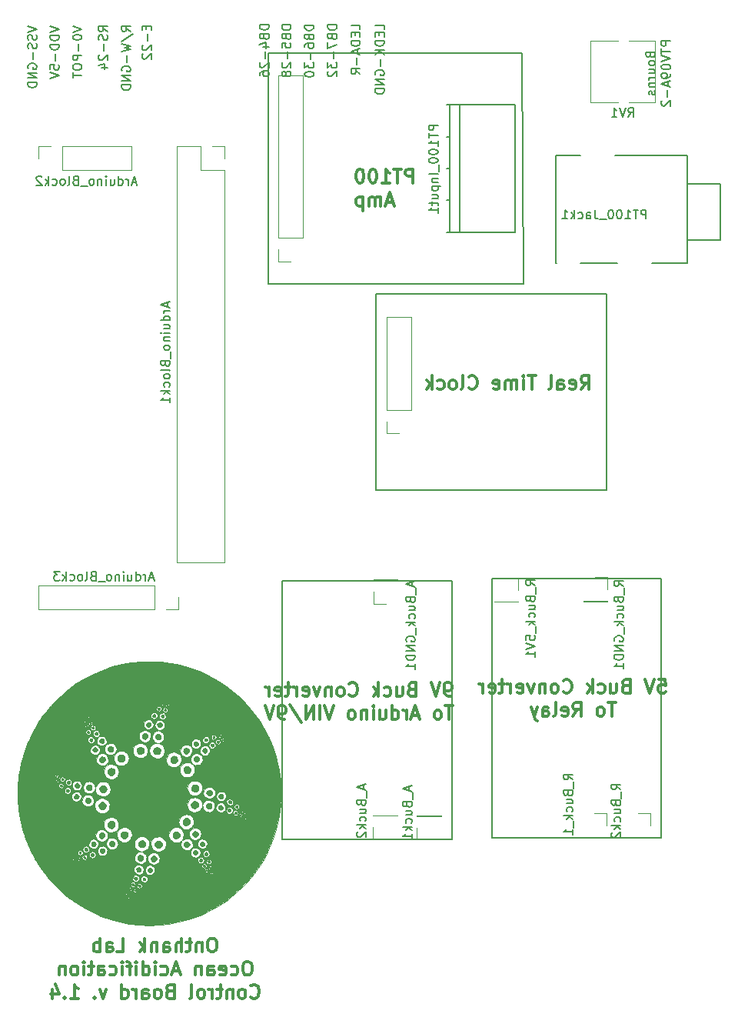
<source format=gbr>
G04 #@! TF.GenerationSoftware,KiCad,Pcbnew,5.0.2-bee76a0~70~ubuntu18.04.1*
G04 #@! TF.CreationDate,2019-03-18T17:02:54-07:00*
G04 #@! TF.ProjectId,Half_Shield,48616c66-5f53-4686-9965-6c642e6b6963,rev?*
G04 #@! TF.SameCoordinates,Original*
G04 #@! TF.FileFunction,Legend,Bot*
G04 #@! TF.FilePolarity,Positive*
%FSLAX46Y46*%
G04 Gerber Fmt 4.6, Leading zero omitted, Abs format (unit mm)*
G04 Created by KiCad (PCBNEW 5.0.2-bee76a0~70~ubuntu18.04.1) date Mon 18 Mar 2019 05:02:54 PM PDT*
%MOMM*%
%LPD*%
G01*
G04 APERTURE LIST*
%ADD10C,0.300000*%
%ADD11C,0.200000*%
%ADD12C,0.120000*%
%ADD13C,0.150000*%
%ADD14C,0.010000*%
G04 APERTURE END LIST*
D10*
X169833714Y-77386571D02*
X170333714Y-76672285D01*
X170690857Y-77386571D02*
X170690857Y-75886571D01*
X170119428Y-75886571D01*
X169976571Y-75958000D01*
X169905142Y-76029428D01*
X169833714Y-76172285D01*
X169833714Y-76386571D01*
X169905142Y-76529428D01*
X169976571Y-76600857D01*
X170119428Y-76672285D01*
X170690857Y-76672285D01*
X168619428Y-77315142D02*
X168762285Y-77386571D01*
X169048000Y-77386571D01*
X169190857Y-77315142D01*
X169262285Y-77172285D01*
X169262285Y-76600857D01*
X169190857Y-76458000D01*
X169048000Y-76386571D01*
X168762285Y-76386571D01*
X168619428Y-76458000D01*
X168548000Y-76600857D01*
X168548000Y-76743714D01*
X169262285Y-76886571D01*
X167262285Y-77386571D02*
X167262285Y-76600857D01*
X167333714Y-76458000D01*
X167476571Y-76386571D01*
X167762285Y-76386571D01*
X167905142Y-76458000D01*
X167262285Y-77315142D02*
X167405142Y-77386571D01*
X167762285Y-77386571D01*
X167905142Y-77315142D01*
X167976571Y-77172285D01*
X167976571Y-77029428D01*
X167905142Y-76886571D01*
X167762285Y-76815142D01*
X167405142Y-76815142D01*
X167262285Y-76743714D01*
X166333714Y-77386571D02*
X166476571Y-77315142D01*
X166548000Y-77172285D01*
X166548000Y-75886571D01*
X164833714Y-75886571D02*
X163976571Y-75886571D01*
X164405142Y-77386571D02*
X164405142Y-75886571D01*
X163476571Y-77386571D02*
X163476571Y-76386571D01*
X163476571Y-75886571D02*
X163548000Y-75958000D01*
X163476571Y-76029428D01*
X163405142Y-75958000D01*
X163476571Y-75886571D01*
X163476571Y-76029428D01*
X162762285Y-77386571D02*
X162762285Y-76386571D01*
X162762285Y-76529428D02*
X162690857Y-76458000D01*
X162548000Y-76386571D01*
X162333714Y-76386571D01*
X162190857Y-76458000D01*
X162119428Y-76600857D01*
X162119428Y-77386571D01*
X162119428Y-76600857D02*
X162048000Y-76458000D01*
X161905142Y-76386571D01*
X161690857Y-76386571D01*
X161548000Y-76458000D01*
X161476571Y-76600857D01*
X161476571Y-77386571D01*
X160190857Y-77315142D02*
X160333714Y-77386571D01*
X160619428Y-77386571D01*
X160762285Y-77315142D01*
X160833714Y-77172285D01*
X160833714Y-76600857D01*
X160762285Y-76458000D01*
X160619428Y-76386571D01*
X160333714Y-76386571D01*
X160190857Y-76458000D01*
X160119428Y-76600857D01*
X160119428Y-76743714D01*
X160833714Y-76886571D01*
X157476571Y-77243714D02*
X157548000Y-77315142D01*
X157762285Y-77386571D01*
X157905142Y-77386571D01*
X158119428Y-77315142D01*
X158262285Y-77172285D01*
X158333714Y-77029428D01*
X158405142Y-76743714D01*
X158405142Y-76529428D01*
X158333714Y-76243714D01*
X158262285Y-76100857D01*
X158119428Y-75958000D01*
X157905142Y-75886571D01*
X157762285Y-75886571D01*
X157548000Y-75958000D01*
X157476571Y-76029428D01*
X156619428Y-77386571D02*
X156762285Y-77315142D01*
X156833714Y-77172285D01*
X156833714Y-75886571D01*
X155833714Y-77386571D02*
X155976571Y-77315142D01*
X156048000Y-77243714D01*
X156119428Y-77100857D01*
X156119428Y-76672285D01*
X156048000Y-76529428D01*
X155976571Y-76458000D01*
X155833714Y-76386571D01*
X155619428Y-76386571D01*
X155476571Y-76458000D01*
X155405142Y-76529428D01*
X155333714Y-76672285D01*
X155333714Y-77100857D01*
X155405142Y-77243714D01*
X155476571Y-77315142D01*
X155619428Y-77386571D01*
X155833714Y-77386571D01*
X154048000Y-77315142D02*
X154190857Y-77386571D01*
X154476571Y-77386571D01*
X154619428Y-77315142D01*
X154690857Y-77243714D01*
X154762285Y-77100857D01*
X154762285Y-76672285D01*
X154690857Y-76529428D01*
X154619428Y-76458000D01*
X154476571Y-76386571D01*
X154190857Y-76386571D01*
X154048000Y-76458000D01*
X153405142Y-77386571D02*
X153405142Y-75886571D01*
X153262285Y-76815142D02*
X152833714Y-77386571D01*
X152833714Y-76386571D02*
X153405142Y-76958000D01*
D11*
X147218400Y-88493600D02*
X147218400Y-66903600D01*
X172618400Y-88493600D02*
X147218400Y-88493600D01*
X172618400Y-66903600D02*
X172618400Y-88493600D01*
X147269200Y-66903600D02*
X172618400Y-66903600D01*
D10*
X129364571Y-137801771D02*
X129078857Y-137801771D01*
X128936000Y-137873200D01*
X128793142Y-138016057D01*
X128721714Y-138301771D01*
X128721714Y-138801771D01*
X128793142Y-139087485D01*
X128936000Y-139230342D01*
X129078857Y-139301771D01*
X129364571Y-139301771D01*
X129507428Y-139230342D01*
X129650285Y-139087485D01*
X129721714Y-138801771D01*
X129721714Y-138301771D01*
X129650285Y-138016057D01*
X129507428Y-137873200D01*
X129364571Y-137801771D01*
X128078857Y-138301771D02*
X128078857Y-139301771D01*
X128078857Y-138444628D02*
X128007428Y-138373200D01*
X127864571Y-138301771D01*
X127650285Y-138301771D01*
X127507428Y-138373200D01*
X127436000Y-138516057D01*
X127436000Y-139301771D01*
X126936000Y-138301771D02*
X126364571Y-138301771D01*
X126721714Y-137801771D02*
X126721714Y-139087485D01*
X126650285Y-139230342D01*
X126507428Y-139301771D01*
X126364571Y-139301771D01*
X125864571Y-139301771D02*
X125864571Y-137801771D01*
X125221714Y-139301771D02*
X125221714Y-138516057D01*
X125293142Y-138373200D01*
X125436000Y-138301771D01*
X125650285Y-138301771D01*
X125793142Y-138373200D01*
X125864571Y-138444628D01*
X123864571Y-139301771D02*
X123864571Y-138516057D01*
X123936000Y-138373200D01*
X124078857Y-138301771D01*
X124364571Y-138301771D01*
X124507428Y-138373200D01*
X123864571Y-139230342D02*
X124007428Y-139301771D01*
X124364571Y-139301771D01*
X124507428Y-139230342D01*
X124578857Y-139087485D01*
X124578857Y-138944628D01*
X124507428Y-138801771D01*
X124364571Y-138730342D01*
X124007428Y-138730342D01*
X123864571Y-138658914D01*
X123150285Y-138301771D02*
X123150285Y-139301771D01*
X123150285Y-138444628D02*
X123078857Y-138373200D01*
X122936000Y-138301771D01*
X122721714Y-138301771D01*
X122578857Y-138373200D01*
X122507428Y-138516057D01*
X122507428Y-139301771D01*
X121793142Y-139301771D02*
X121793142Y-137801771D01*
X121650285Y-138730342D02*
X121221714Y-139301771D01*
X121221714Y-138301771D02*
X121793142Y-138873200D01*
X118721714Y-139301771D02*
X119436000Y-139301771D01*
X119436000Y-137801771D01*
X117578857Y-139301771D02*
X117578857Y-138516057D01*
X117650285Y-138373200D01*
X117793142Y-138301771D01*
X118078857Y-138301771D01*
X118221714Y-138373200D01*
X117578857Y-139230342D02*
X117721714Y-139301771D01*
X118078857Y-139301771D01*
X118221714Y-139230342D01*
X118293142Y-139087485D01*
X118293142Y-138944628D01*
X118221714Y-138801771D01*
X118078857Y-138730342D01*
X117721714Y-138730342D01*
X117578857Y-138658914D01*
X116864571Y-139301771D02*
X116864571Y-137801771D01*
X116864571Y-138373200D02*
X116721714Y-138301771D01*
X116436000Y-138301771D01*
X116293142Y-138373200D01*
X116221714Y-138444628D01*
X116150285Y-138587485D01*
X116150285Y-139016057D01*
X116221714Y-139158914D01*
X116293142Y-139230342D01*
X116436000Y-139301771D01*
X116721714Y-139301771D01*
X116864571Y-139230342D01*
X133221714Y-140351771D02*
X132936000Y-140351771D01*
X132793142Y-140423200D01*
X132650285Y-140566057D01*
X132578857Y-140851771D01*
X132578857Y-141351771D01*
X132650285Y-141637485D01*
X132793142Y-141780342D01*
X132936000Y-141851771D01*
X133221714Y-141851771D01*
X133364571Y-141780342D01*
X133507428Y-141637485D01*
X133578857Y-141351771D01*
X133578857Y-140851771D01*
X133507428Y-140566057D01*
X133364571Y-140423200D01*
X133221714Y-140351771D01*
X131293142Y-141780342D02*
X131436000Y-141851771D01*
X131721714Y-141851771D01*
X131864571Y-141780342D01*
X131936000Y-141708914D01*
X132007428Y-141566057D01*
X132007428Y-141137485D01*
X131936000Y-140994628D01*
X131864571Y-140923200D01*
X131721714Y-140851771D01*
X131436000Y-140851771D01*
X131293142Y-140923200D01*
X130078857Y-141780342D02*
X130221714Y-141851771D01*
X130507428Y-141851771D01*
X130650285Y-141780342D01*
X130721714Y-141637485D01*
X130721714Y-141066057D01*
X130650285Y-140923200D01*
X130507428Y-140851771D01*
X130221714Y-140851771D01*
X130078857Y-140923200D01*
X130007428Y-141066057D01*
X130007428Y-141208914D01*
X130721714Y-141351771D01*
X128721714Y-141851771D02*
X128721714Y-141066057D01*
X128793142Y-140923200D01*
X128936000Y-140851771D01*
X129221714Y-140851771D01*
X129364571Y-140923200D01*
X128721714Y-141780342D02*
X128864571Y-141851771D01*
X129221714Y-141851771D01*
X129364571Y-141780342D01*
X129436000Y-141637485D01*
X129436000Y-141494628D01*
X129364571Y-141351771D01*
X129221714Y-141280342D01*
X128864571Y-141280342D01*
X128721714Y-141208914D01*
X128007428Y-140851771D02*
X128007428Y-141851771D01*
X128007428Y-140994628D02*
X127936000Y-140923200D01*
X127793142Y-140851771D01*
X127578857Y-140851771D01*
X127436000Y-140923200D01*
X127364571Y-141066057D01*
X127364571Y-141851771D01*
X125578857Y-141423200D02*
X124864571Y-141423200D01*
X125721714Y-141851771D02*
X125221714Y-140351771D01*
X124721714Y-141851771D01*
X123578857Y-141780342D02*
X123721714Y-141851771D01*
X124007428Y-141851771D01*
X124150285Y-141780342D01*
X124221714Y-141708914D01*
X124293142Y-141566057D01*
X124293142Y-141137485D01*
X124221714Y-140994628D01*
X124150285Y-140923200D01*
X124007428Y-140851771D01*
X123721714Y-140851771D01*
X123578857Y-140923200D01*
X122936000Y-141851771D02*
X122936000Y-140851771D01*
X122936000Y-140351771D02*
X123007428Y-140423200D01*
X122936000Y-140494628D01*
X122864571Y-140423200D01*
X122936000Y-140351771D01*
X122936000Y-140494628D01*
X121578857Y-141851771D02*
X121578857Y-140351771D01*
X121578857Y-141780342D02*
X121721714Y-141851771D01*
X122007428Y-141851771D01*
X122150285Y-141780342D01*
X122221714Y-141708914D01*
X122293142Y-141566057D01*
X122293142Y-141137485D01*
X122221714Y-140994628D01*
X122150285Y-140923200D01*
X122007428Y-140851771D01*
X121721714Y-140851771D01*
X121578857Y-140923200D01*
X120864571Y-141851771D02*
X120864571Y-140851771D01*
X120864571Y-140351771D02*
X120936000Y-140423200D01*
X120864571Y-140494628D01*
X120793142Y-140423200D01*
X120864571Y-140351771D01*
X120864571Y-140494628D01*
X120364571Y-140851771D02*
X119793142Y-140851771D01*
X120150285Y-141851771D02*
X120150285Y-140566057D01*
X120078857Y-140423200D01*
X119936000Y-140351771D01*
X119793142Y-140351771D01*
X119293142Y-141851771D02*
X119293142Y-140851771D01*
X119293142Y-140351771D02*
X119364571Y-140423200D01*
X119293142Y-140494628D01*
X119221714Y-140423200D01*
X119293142Y-140351771D01*
X119293142Y-140494628D01*
X117936000Y-141780342D02*
X118078857Y-141851771D01*
X118364571Y-141851771D01*
X118507428Y-141780342D01*
X118578857Y-141708914D01*
X118650285Y-141566057D01*
X118650285Y-141137485D01*
X118578857Y-140994628D01*
X118507428Y-140923200D01*
X118364571Y-140851771D01*
X118078857Y-140851771D01*
X117936000Y-140923200D01*
X116650285Y-141851771D02*
X116650285Y-141066057D01*
X116721714Y-140923200D01*
X116864571Y-140851771D01*
X117150285Y-140851771D01*
X117293142Y-140923200D01*
X116650285Y-141780342D02*
X116793142Y-141851771D01*
X117150285Y-141851771D01*
X117293142Y-141780342D01*
X117364571Y-141637485D01*
X117364571Y-141494628D01*
X117293142Y-141351771D01*
X117150285Y-141280342D01*
X116793142Y-141280342D01*
X116650285Y-141208914D01*
X116150285Y-140851771D02*
X115578857Y-140851771D01*
X115936000Y-140351771D02*
X115936000Y-141637485D01*
X115864571Y-141780342D01*
X115721714Y-141851771D01*
X115578857Y-141851771D01*
X115078857Y-141851771D02*
X115078857Y-140851771D01*
X115078857Y-140351771D02*
X115150285Y-140423200D01*
X115078857Y-140494628D01*
X115007428Y-140423200D01*
X115078857Y-140351771D01*
X115078857Y-140494628D01*
X114150285Y-141851771D02*
X114293142Y-141780342D01*
X114364571Y-141708914D01*
X114436000Y-141566057D01*
X114436000Y-141137485D01*
X114364571Y-140994628D01*
X114293142Y-140923200D01*
X114150285Y-140851771D01*
X113936000Y-140851771D01*
X113793142Y-140923200D01*
X113721714Y-140994628D01*
X113650285Y-141137485D01*
X113650285Y-141566057D01*
X113721714Y-141708914D01*
X113793142Y-141780342D01*
X113936000Y-141851771D01*
X114150285Y-141851771D01*
X113007428Y-140851771D02*
X113007428Y-141851771D01*
X113007428Y-140994628D02*
X112936000Y-140923200D01*
X112793142Y-140851771D01*
X112578857Y-140851771D01*
X112436000Y-140923200D01*
X112364571Y-141066057D01*
X112364571Y-141851771D01*
X133471714Y-144258914D02*
X133543142Y-144330342D01*
X133757428Y-144401771D01*
X133900285Y-144401771D01*
X134114571Y-144330342D01*
X134257428Y-144187485D01*
X134328857Y-144044628D01*
X134400285Y-143758914D01*
X134400285Y-143544628D01*
X134328857Y-143258914D01*
X134257428Y-143116057D01*
X134114571Y-142973200D01*
X133900285Y-142901771D01*
X133757428Y-142901771D01*
X133543142Y-142973200D01*
X133471714Y-143044628D01*
X132614571Y-144401771D02*
X132757428Y-144330342D01*
X132828857Y-144258914D01*
X132900285Y-144116057D01*
X132900285Y-143687485D01*
X132828857Y-143544628D01*
X132757428Y-143473200D01*
X132614571Y-143401771D01*
X132400285Y-143401771D01*
X132257428Y-143473200D01*
X132186000Y-143544628D01*
X132114571Y-143687485D01*
X132114571Y-144116057D01*
X132186000Y-144258914D01*
X132257428Y-144330342D01*
X132400285Y-144401771D01*
X132614571Y-144401771D01*
X131471714Y-143401771D02*
X131471714Y-144401771D01*
X131471714Y-143544628D02*
X131400285Y-143473200D01*
X131257428Y-143401771D01*
X131043142Y-143401771D01*
X130900285Y-143473200D01*
X130828857Y-143616057D01*
X130828857Y-144401771D01*
X130328857Y-143401771D02*
X129757428Y-143401771D01*
X130114571Y-142901771D02*
X130114571Y-144187485D01*
X130043142Y-144330342D01*
X129900285Y-144401771D01*
X129757428Y-144401771D01*
X129257428Y-144401771D02*
X129257428Y-143401771D01*
X129257428Y-143687485D02*
X129186000Y-143544628D01*
X129114571Y-143473200D01*
X128971714Y-143401771D01*
X128828857Y-143401771D01*
X128114571Y-144401771D02*
X128257428Y-144330342D01*
X128328857Y-144258914D01*
X128400285Y-144116057D01*
X128400285Y-143687485D01*
X128328857Y-143544628D01*
X128257428Y-143473200D01*
X128114571Y-143401771D01*
X127900285Y-143401771D01*
X127757428Y-143473200D01*
X127686000Y-143544628D01*
X127614571Y-143687485D01*
X127614571Y-144116057D01*
X127686000Y-144258914D01*
X127757428Y-144330342D01*
X127900285Y-144401771D01*
X128114571Y-144401771D01*
X126757428Y-144401771D02*
X126900285Y-144330342D01*
X126971714Y-144187485D01*
X126971714Y-142901771D01*
X124543142Y-143616057D02*
X124328857Y-143687485D01*
X124257428Y-143758914D01*
X124186000Y-143901771D01*
X124186000Y-144116057D01*
X124257428Y-144258914D01*
X124328857Y-144330342D01*
X124471714Y-144401771D01*
X125043142Y-144401771D01*
X125043142Y-142901771D01*
X124543142Y-142901771D01*
X124400285Y-142973200D01*
X124328857Y-143044628D01*
X124257428Y-143187485D01*
X124257428Y-143330342D01*
X124328857Y-143473200D01*
X124400285Y-143544628D01*
X124543142Y-143616057D01*
X125043142Y-143616057D01*
X123328857Y-144401771D02*
X123471714Y-144330342D01*
X123543142Y-144258914D01*
X123614571Y-144116057D01*
X123614571Y-143687485D01*
X123543142Y-143544628D01*
X123471714Y-143473200D01*
X123328857Y-143401771D01*
X123114571Y-143401771D01*
X122971714Y-143473200D01*
X122900285Y-143544628D01*
X122828857Y-143687485D01*
X122828857Y-144116057D01*
X122900285Y-144258914D01*
X122971714Y-144330342D01*
X123114571Y-144401771D01*
X123328857Y-144401771D01*
X121543142Y-144401771D02*
X121543142Y-143616057D01*
X121614571Y-143473200D01*
X121757428Y-143401771D01*
X122043142Y-143401771D01*
X122186000Y-143473200D01*
X121543142Y-144330342D02*
X121686000Y-144401771D01*
X122043142Y-144401771D01*
X122186000Y-144330342D01*
X122257428Y-144187485D01*
X122257428Y-144044628D01*
X122186000Y-143901771D01*
X122043142Y-143830342D01*
X121686000Y-143830342D01*
X121543142Y-143758914D01*
X120828857Y-144401771D02*
X120828857Y-143401771D01*
X120828857Y-143687485D02*
X120757428Y-143544628D01*
X120686000Y-143473200D01*
X120543142Y-143401771D01*
X120400285Y-143401771D01*
X119257428Y-144401771D02*
X119257428Y-142901771D01*
X119257428Y-144330342D02*
X119400285Y-144401771D01*
X119686000Y-144401771D01*
X119828857Y-144330342D01*
X119900285Y-144258914D01*
X119971714Y-144116057D01*
X119971714Y-143687485D01*
X119900285Y-143544628D01*
X119828857Y-143473200D01*
X119686000Y-143401771D01*
X119400285Y-143401771D01*
X119257428Y-143473200D01*
X117543142Y-143401771D02*
X117186000Y-144401771D01*
X116828857Y-143401771D01*
X116257428Y-144258914D02*
X116186000Y-144330342D01*
X116257428Y-144401771D01*
X116328857Y-144330342D01*
X116257428Y-144258914D01*
X116257428Y-144401771D01*
X113614571Y-144401771D02*
X114471714Y-144401771D01*
X114043142Y-144401771D02*
X114043142Y-142901771D01*
X114186000Y-143116057D01*
X114328857Y-143258914D01*
X114471714Y-143330342D01*
X112971714Y-144258914D02*
X112900285Y-144330342D01*
X112971714Y-144401771D01*
X113043142Y-144330342D01*
X112971714Y-144258914D01*
X112971714Y-144401771D01*
X111614571Y-143401771D02*
X111614571Y-144401771D01*
X111971714Y-142830342D02*
X112328857Y-143901771D01*
X111400285Y-143901771D01*
D11*
X177462771Y-40595800D02*
X177510390Y-40738657D01*
X177558009Y-40786276D01*
X177653247Y-40833895D01*
X177796104Y-40833895D01*
X177891342Y-40786276D01*
X177938961Y-40738657D01*
X177986580Y-40643419D01*
X177986580Y-40262466D01*
X176986580Y-40262466D01*
X176986580Y-40595800D01*
X177034200Y-40691038D01*
X177081819Y-40738657D01*
X177177057Y-40786276D01*
X177272295Y-40786276D01*
X177367533Y-40738657D01*
X177415152Y-40691038D01*
X177462771Y-40595800D01*
X177462771Y-40262466D01*
X177986580Y-41405323D02*
X177938961Y-41310085D01*
X177891342Y-41262466D01*
X177796104Y-41214847D01*
X177510390Y-41214847D01*
X177415152Y-41262466D01*
X177367533Y-41310085D01*
X177319914Y-41405323D01*
X177319914Y-41548180D01*
X177367533Y-41643419D01*
X177415152Y-41691038D01*
X177510390Y-41738657D01*
X177796104Y-41738657D01*
X177891342Y-41691038D01*
X177938961Y-41643419D01*
X177986580Y-41548180D01*
X177986580Y-41405323D01*
X177319914Y-42595800D02*
X177986580Y-42595800D01*
X177319914Y-42167228D02*
X177843723Y-42167228D01*
X177938961Y-42214847D01*
X177986580Y-42310085D01*
X177986580Y-42452942D01*
X177938961Y-42548180D01*
X177891342Y-42595800D01*
X177986580Y-43071990D02*
X177319914Y-43071990D01*
X177510390Y-43071990D02*
X177415152Y-43119609D01*
X177367533Y-43167228D01*
X177319914Y-43262466D01*
X177319914Y-43357704D01*
X177319914Y-43691038D02*
X177986580Y-43691038D01*
X177415152Y-43691038D02*
X177367533Y-43738657D01*
X177319914Y-43833895D01*
X177319914Y-43976752D01*
X177367533Y-44071990D01*
X177462771Y-44119609D01*
X177986580Y-44119609D01*
X177938961Y-44548180D02*
X177986580Y-44643419D01*
X177986580Y-44833895D01*
X177938961Y-44929133D01*
X177843723Y-44976752D01*
X177796104Y-44976752D01*
X177700866Y-44929133D01*
X177653247Y-44833895D01*
X177653247Y-44691038D01*
X177605628Y-44595800D01*
X177510390Y-44548180D01*
X177462771Y-44548180D01*
X177367533Y-44595800D01*
X177319914Y-44691038D01*
X177319914Y-44833895D01*
X177367533Y-44929133D01*
X179686580Y-39048180D02*
X178686580Y-39048180D01*
X178686580Y-39429133D01*
X178734200Y-39524371D01*
X178781819Y-39571990D01*
X178877057Y-39619609D01*
X179019914Y-39619609D01*
X179115152Y-39571990D01*
X179162771Y-39524371D01*
X179210390Y-39429133D01*
X179210390Y-39048180D01*
X178686580Y-39905323D02*
X178686580Y-40476752D01*
X179686580Y-40191038D02*
X178686580Y-40191038D01*
X178686580Y-40667228D02*
X179686580Y-41000561D01*
X178686580Y-41333895D01*
X178686580Y-41857704D02*
X178686580Y-41952942D01*
X178734200Y-42048180D01*
X178781819Y-42095800D01*
X178877057Y-42143419D01*
X179067533Y-42191038D01*
X179305628Y-42191038D01*
X179496104Y-42143419D01*
X179591342Y-42095800D01*
X179638961Y-42048180D01*
X179686580Y-41952942D01*
X179686580Y-41857704D01*
X179638961Y-41762466D01*
X179591342Y-41714847D01*
X179496104Y-41667228D01*
X179305628Y-41619609D01*
X179067533Y-41619609D01*
X178877057Y-41667228D01*
X178781819Y-41714847D01*
X178734200Y-41762466D01*
X178686580Y-41857704D01*
X179686580Y-42667228D02*
X179686580Y-42857704D01*
X179638961Y-42952942D01*
X179591342Y-43000561D01*
X179448485Y-43095800D01*
X179258009Y-43143419D01*
X178877057Y-43143419D01*
X178781819Y-43095800D01*
X178734200Y-43048180D01*
X178686580Y-42952942D01*
X178686580Y-42762466D01*
X178734200Y-42667228D01*
X178781819Y-42619609D01*
X178877057Y-42571990D01*
X179115152Y-42571990D01*
X179210390Y-42619609D01*
X179258009Y-42667228D01*
X179305628Y-42762466D01*
X179305628Y-42952942D01*
X179258009Y-43048180D01*
X179210390Y-43095800D01*
X179115152Y-43143419D01*
X179400866Y-43524371D02*
X179400866Y-44000561D01*
X179686580Y-43429133D02*
X178686580Y-43762466D01*
X179686580Y-44095800D01*
X179305628Y-44429133D02*
X179305628Y-45191038D01*
X178781819Y-45619609D02*
X178734200Y-45667228D01*
X178686580Y-45762466D01*
X178686580Y-46000561D01*
X178734200Y-46095800D01*
X178781819Y-46143419D01*
X178877057Y-46191038D01*
X178972295Y-46191038D01*
X179115152Y-46143419D01*
X179686580Y-45571990D01*
X179686580Y-46191038D01*
X148153380Y-37786085D02*
X148153380Y-37309895D01*
X147153380Y-37309895D01*
X147629571Y-38119419D02*
X147629571Y-38452752D01*
X148153380Y-38595609D02*
X148153380Y-38119419D01*
X147153380Y-38119419D01*
X147153380Y-38595609D01*
X148153380Y-39024180D02*
X147153380Y-39024180D01*
X147153380Y-39262276D01*
X147201000Y-39405133D01*
X147296238Y-39500371D01*
X147391476Y-39547990D01*
X147581952Y-39595609D01*
X147724809Y-39595609D01*
X147915285Y-39547990D01*
X148010523Y-39500371D01*
X148105761Y-39405133D01*
X148153380Y-39262276D01*
X148153380Y-39024180D01*
X148153380Y-40024180D02*
X147153380Y-40024180D01*
X148153380Y-40595609D02*
X147581952Y-40167038D01*
X147153380Y-40595609D02*
X147724809Y-40024180D01*
X147772428Y-41024180D02*
X147772428Y-41786085D01*
X147201000Y-42786085D02*
X147153380Y-42690847D01*
X147153380Y-42547990D01*
X147201000Y-42405133D01*
X147296238Y-42309895D01*
X147391476Y-42262276D01*
X147581952Y-42214657D01*
X147724809Y-42214657D01*
X147915285Y-42262276D01*
X148010523Y-42309895D01*
X148105761Y-42405133D01*
X148153380Y-42547990D01*
X148153380Y-42643228D01*
X148105761Y-42786085D01*
X148058142Y-42833704D01*
X147724809Y-42833704D01*
X147724809Y-42643228D01*
X148153380Y-43262276D02*
X147153380Y-43262276D01*
X148153380Y-43833704D01*
X147153380Y-43833704D01*
X148153380Y-44309895D02*
X147153380Y-44309895D01*
X147153380Y-44547990D01*
X147201000Y-44690847D01*
X147296238Y-44786085D01*
X147391476Y-44833704D01*
X147581952Y-44881323D01*
X147724809Y-44881323D01*
X147915285Y-44833704D01*
X148010523Y-44786085D01*
X148105761Y-44690847D01*
X148153380Y-44547990D01*
X148153380Y-44309895D01*
X145511780Y-37789123D02*
X145511780Y-37312933D01*
X144511780Y-37312933D01*
X144987971Y-38122457D02*
X144987971Y-38455790D01*
X145511780Y-38598647D02*
X145511780Y-38122457D01*
X144511780Y-38122457D01*
X144511780Y-38598647D01*
X145511780Y-39027219D02*
X144511780Y-39027219D01*
X144511780Y-39265314D01*
X144559400Y-39408171D01*
X144654638Y-39503409D01*
X144749876Y-39551028D01*
X144940352Y-39598647D01*
X145083209Y-39598647D01*
X145273685Y-39551028D01*
X145368923Y-39503409D01*
X145464161Y-39408171D01*
X145511780Y-39265314D01*
X145511780Y-39027219D01*
X145226066Y-39979600D02*
X145226066Y-40455790D01*
X145511780Y-39884361D02*
X144511780Y-40217695D01*
X145511780Y-40551028D01*
X145130828Y-40884361D02*
X145130828Y-41646266D01*
X145511780Y-42693885D02*
X145035590Y-42360552D01*
X145511780Y-42122457D02*
X144511780Y-42122457D01*
X144511780Y-42503409D01*
X144559400Y-42598647D01*
X144607019Y-42646266D01*
X144702257Y-42693885D01*
X144845114Y-42693885D01*
X144940352Y-42646266D01*
X144987971Y-42598647D01*
X145035590Y-42503409D01*
X145035590Y-42122457D01*
X142946380Y-37297076D02*
X141946380Y-37297076D01*
X141946380Y-37535171D01*
X141994000Y-37678028D01*
X142089238Y-37773266D01*
X142184476Y-37820885D01*
X142374952Y-37868504D01*
X142517809Y-37868504D01*
X142708285Y-37820885D01*
X142803523Y-37773266D01*
X142898761Y-37678028D01*
X142946380Y-37535171D01*
X142946380Y-37297076D01*
X142422571Y-38630409D02*
X142470190Y-38773266D01*
X142517809Y-38820885D01*
X142613047Y-38868504D01*
X142755904Y-38868504D01*
X142851142Y-38820885D01*
X142898761Y-38773266D01*
X142946380Y-38678028D01*
X142946380Y-38297076D01*
X141946380Y-38297076D01*
X141946380Y-38630409D01*
X141994000Y-38725647D01*
X142041619Y-38773266D01*
X142136857Y-38820885D01*
X142232095Y-38820885D01*
X142327333Y-38773266D01*
X142374952Y-38725647D01*
X142422571Y-38630409D01*
X142422571Y-38297076D01*
X141946380Y-39201838D02*
X141946380Y-39868504D01*
X142946380Y-39439933D01*
X142565428Y-40249457D02*
X142565428Y-41011361D01*
X141946380Y-41392314D02*
X141946380Y-42011361D01*
X142327333Y-41678028D01*
X142327333Y-41820885D01*
X142374952Y-41916123D01*
X142422571Y-41963742D01*
X142517809Y-42011361D01*
X142755904Y-42011361D01*
X142851142Y-41963742D01*
X142898761Y-41916123D01*
X142946380Y-41820885D01*
X142946380Y-41535171D01*
X142898761Y-41439933D01*
X142851142Y-41392314D01*
X142041619Y-42392314D02*
X141994000Y-42439933D01*
X141946380Y-42535171D01*
X141946380Y-42773266D01*
X141994000Y-42868504D01*
X142041619Y-42916123D01*
X142136857Y-42963742D01*
X142232095Y-42963742D01*
X142374952Y-42916123D01*
X142946380Y-42344695D01*
X142946380Y-42963742D01*
X140406380Y-37322476D02*
X139406380Y-37322476D01*
X139406380Y-37560571D01*
X139454000Y-37703428D01*
X139549238Y-37798666D01*
X139644476Y-37846285D01*
X139834952Y-37893904D01*
X139977809Y-37893904D01*
X140168285Y-37846285D01*
X140263523Y-37798666D01*
X140358761Y-37703428D01*
X140406380Y-37560571D01*
X140406380Y-37322476D01*
X139882571Y-38655809D02*
X139930190Y-38798666D01*
X139977809Y-38846285D01*
X140073047Y-38893904D01*
X140215904Y-38893904D01*
X140311142Y-38846285D01*
X140358761Y-38798666D01*
X140406380Y-38703428D01*
X140406380Y-38322476D01*
X139406380Y-38322476D01*
X139406380Y-38655809D01*
X139454000Y-38751047D01*
X139501619Y-38798666D01*
X139596857Y-38846285D01*
X139692095Y-38846285D01*
X139787333Y-38798666D01*
X139834952Y-38751047D01*
X139882571Y-38655809D01*
X139882571Y-38322476D01*
X139406380Y-39751047D02*
X139406380Y-39560571D01*
X139454000Y-39465333D01*
X139501619Y-39417714D01*
X139644476Y-39322476D01*
X139834952Y-39274857D01*
X140215904Y-39274857D01*
X140311142Y-39322476D01*
X140358761Y-39370095D01*
X140406380Y-39465333D01*
X140406380Y-39655809D01*
X140358761Y-39751047D01*
X140311142Y-39798666D01*
X140215904Y-39846285D01*
X139977809Y-39846285D01*
X139882571Y-39798666D01*
X139834952Y-39751047D01*
X139787333Y-39655809D01*
X139787333Y-39465333D01*
X139834952Y-39370095D01*
X139882571Y-39322476D01*
X139977809Y-39274857D01*
X140025428Y-40274857D02*
X140025428Y-41036761D01*
X139406380Y-41417714D02*
X139406380Y-42036761D01*
X139787333Y-41703428D01*
X139787333Y-41846285D01*
X139834952Y-41941523D01*
X139882571Y-41989142D01*
X139977809Y-42036761D01*
X140215904Y-42036761D01*
X140311142Y-41989142D01*
X140358761Y-41941523D01*
X140406380Y-41846285D01*
X140406380Y-41560571D01*
X140358761Y-41465333D01*
X140311142Y-41417714D01*
X139406380Y-42655809D02*
X139406380Y-42751047D01*
X139454000Y-42846285D01*
X139501619Y-42893904D01*
X139596857Y-42941523D01*
X139787333Y-42989142D01*
X140025428Y-42989142D01*
X140215904Y-42941523D01*
X140311142Y-42893904D01*
X140358761Y-42846285D01*
X140406380Y-42751047D01*
X140406380Y-42655809D01*
X140358761Y-42560571D01*
X140311142Y-42512952D01*
X140215904Y-42465333D01*
X140025428Y-42417714D01*
X139787333Y-42417714D01*
X139596857Y-42465333D01*
X139501619Y-42512952D01*
X139454000Y-42560571D01*
X139406380Y-42655809D01*
X137891780Y-37297076D02*
X136891780Y-37297076D01*
X136891780Y-37535171D01*
X136939400Y-37678028D01*
X137034638Y-37773266D01*
X137129876Y-37820885D01*
X137320352Y-37868504D01*
X137463209Y-37868504D01*
X137653685Y-37820885D01*
X137748923Y-37773266D01*
X137844161Y-37678028D01*
X137891780Y-37535171D01*
X137891780Y-37297076D01*
X137367971Y-38630409D02*
X137415590Y-38773266D01*
X137463209Y-38820885D01*
X137558447Y-38868504D01*
X137701304Y-38868504D01*
X137796542Y-38820885D01*
X137844161Y-38773266D01*
X137891780Y-38678028D01*
X137891780Y-38297076D01*
X136891780Y-38297076D01*
X136891780Y-38630409D01*
X136939400Y-38725647D01*
X136987019Y-38773266D01*
X137082257Y-38820885D01*
X137177495Y-38820885D01*
X137272733Y-38773266D01*
X137320352Y-38725647D01*
X137367971Y-38630409D01*
X137367971Y-38297076D01*
X136891780Y-39773266D02*
X136891780Y-39297076D01*
X137367971Y-39249457D01*
X137320352Y-39297076D01*
X137272733Y-39392314D01*
X137272733Y-39630409D01*
X137320352Y-39725647D01*
X137367971Y-39773266D01*
X137463209Y-39820885D01*
X137701304Y-39820885D01*
X137796542Y-39773266D01*
X137844161Y-39725647D01*
X137891780Y-39630409D01*
X137891780Y-39392314D01*
X137844161Y-39297076D01*
X137796542Y-39249457D01*
X137510828Y-40249457D02*
X137510828Y-41011361D01*
X136987019Y-41439933D02*
X136939400Y-41487552D01*
X136891780Y-41582790D01*
X136891780Y-41820885D01*
X136939400Y-41916123D01*
X136987019Y-41963742D01*
X137082257Y-42011361D01*
X137177495Y-42011361D01*
X137320352Y-41963742D01*
X137891780Y-41392314D01*
X137891780Y-42011361D01*
X137320352Y-42582790D02*
X137272733Y-42487552D01*
X137225114Y-42439933D01*
X137129876Y-42392314D01*
X137082257Y-42392314D01*
X136987019Y-42439933D01*
X136939400Y-42487552D01*
X136891780Y-42582790D01*
X136891780Y-42773266D01*
X136939400Y-42868504D01*
X136987019Y-42916123D01*
X137082257Y-42963742D01*
X137129876Y-42963742D01*
X137225114Y-42916123D01*
X137272733Y-42868504D01*
X137320352Y-42773266D01*
X137320352Y-42582790D01*
X137367971Y-42487552D01*
X137415590Y-42439933D01*
X137510828Y-42392314D01*
X137701304Y-42392314D01*
X137796542Y-42439933D01*
X137844161Y-42487552D01*
X137891780Y-42582790D01*
X137891780Y-42773266D01*
X137844161Y-42868504D01*
X137796542Y-42916123D01*
X137701304Y-42963742D01*
X137510828Y-42963742D01*
X137415590Y-42916123D01*
X137367971Y-42868504D01*
X137320352Y-42773266D01*
X135453380Y-37271676D02*
X134453380Y-37271676D01*
X134453380Y-37509771D01*
X134501000Y-37652628D01*
X134596238Y-37747866D01*
X134691476Y-37795485D01*
X134881952Y-37843104D01*
X135024809Y-37843104D01*
X135215285Y-37795485D01*
X135310523Y-37747866D01*
X135405761Y-37652628D01*
X135453380Y-37509771D01*
X135453380Y-37271676D01*
X134929571Y-38605009D02*
X134977190Y-38747866D01*
X135024809Y-38795485D01*
X135120047Y-38843104D01*
X135262904Y-38843104D01*
X135358142Y-38795485D01*
X135405761Y-38747866D01*
X135453380Y-38652628D01*
X135453380Y-38271676D01*
X134453380Y-38271676D01*
X134453380Y-38605009D01*
X134501000Y-38700247D01*
X134548619Y-38747866D01*
X134643857Y-38795485D01*
X134739095Y-38795485D01*
X134834333Y-38747866D01*
X134881952Y-38700247D01*
X134929571Y-38605009D01*
X134929571Y-38271676D01*
X134786714Y-39700247D02*
X135453380Y-39700247D01*
X134405761Y-39462152D02*
X135120047Y-39224057D01*
X135120047Y-39843104D01*
X135072428Y-40224057D02*
X135072428Y-40985961D01*
X134548619Y-41414533D02*
X134501000Y-41462152D01*
X134453380Y-41557390D01*
X134453380Y-41795485D01*
X134501000Y-41890723D01*
X134548619Y-41938342D01*
X134643857Y-41985961D01*
X134739095Y-41985961D01*
X134881952Y-41938342D01*
X135453380Y-41366914D01*
X135453380Y-41985961D01*
X134453380Y-42843104D02*
X134453380Y-42652628D01*
X134501000Y-42557390D01*
X134548619Y-42509771D01*
X134691476Y-42414533D01*
X134881952Y-42366914D01*
X135262904Y-42366914D01*
X135358142Y-42414533D01*
X135405761Y-42462152D01*
X135453380Y-42557390D01*
X135453380Y-42747866D01*
X135405761Y-42843104D01*
X135358142Y-42890723D01*
X135262904Y-42938342D01*
X135024809Y-42938342D01*
X134929571Y-42890723D01*
X134881952Y-42843104D01*
X134834333Y-42747866D01*
X134834333Y-42557390D01*
X134881952Y-42462152D01*
X134929571Y-42414533D01*
X135024809Y-42366914D01*
X121975571Y-37406485D02*
X121975571Y-37739819D01*
X122499380Y-37882676D02*
X122499380Y-37406485D01*
X121499380Y-37406485D01*
X121499380Y-37882676D01*
X122118428Y-38311247D02*
X122118428Y-39073152D01*
X121594619Y-39501723D02*
X121547000Y-39549342D01*
X121499380Y-39644580D01*
X121499380Y-39882676D01*
X121547000Y-39977914D01*
X121594619Y-40025533D01*
X121689857Y-40073152D01*
X121785095Y-40073152D01*
X121927952Y-40025533D01*
X122499380Y-39454104D01*
X122499380Y-40073152D01*
X121594619Y-40454104D02*
X121547000Y-40501723D01*
X121499380Y-40596961D01*
X121499380Y-40835057D01*
X121547000Y-40930295D01*
X121594619Y-40977914D01*
X121689857Y-41025533D01*
X121785095Y-41025533D01*
X121927952Y-40977914D01*
X122499380Y-40406485D01*
X122499380Y-41025533D01*
X120238780Y-37990828D02*
X119762590Y-37657495D01*
X120238780Y-37419400D02*
X119238780Y-37419400D01*
X119238780Y-37800352D01*
X119286400Y-37895590D01*
X119334019Y-37943209D01*
X119429257Y-37990828D01*
X119572114Y-37990828D01*
X119667352Y-37943209D01*
X119714971Y-37895590D01*
X119762590Y-37800352D01*
X119762590Y-37419400D01*
X119191161Y-39133685D02*
X120476876Y-38276542D01*
X119238780Y-39371780D02*
X120238780Y-39609876D01*
X119524495Y-39800352D01*
X120238780Y-39990828D01*
X119238780Y-40228923D01*
X119857828Y-40609876D02*
X119857828Y-41371780D01*
X119286400Y-42371780D02*
X119238780Y-42276542D01*
X119238780Y-42133685D01*
X119286400Y-41990828D01*
X119381638Y-41895590D01*
X119476876Y-41847971D01*
X119667352Y-41800352D01*
X119810209Y-41800352D01*
X120000685Y-41847971D01*
X120095923Y-41895590D01*
X120191161Y-41990828D01*
X120238780Y-42133685D01*
X120238780Y-42228923D01*
X120191161Y-42371780D01*
X120143542Y-42419400D01*
X119810209Y-42419400D01*
X119810209Y-42228923D01*
X120238780Y-42847971D02*
X119238780Y-42847971D01*
X120238780Y-43419400D01*
X119238780Y-43419400D01*
X120238780Y-43895590D02*
X119238780Y-43895590D01*
X119238780Y-44133685D01*
X119286400Y-44276542D01*
X119381638Y-44371780D01*
X119476876Y-44419400D01*
X119667352Y-44467019D01*
X119810209Y-44467019D01*
X120000685Y-44419400D01*
X120095923Y-44371780D01*
X120191161Y-44276542D01*
X120238780Y-44133685D01*
X120238780Y-43895590D01*
X117698780Y-38012904D02*
X117222590Y-37679571D01*
X117698780Y-37441476D02*
X116698780Y-37441476D01*
X116698780Y-37822428D01*
X116746400Y-37917666D01*
X116794019Y-37965285D01*
X116889257Y-38012904D01*
X117032114Y-38012904D01*
X117127352Y-37965285D01*
X117174971Y-37917666D01*
X117222590Y-37822428D01*
X117222590Y-37441476D01*
X117651161Y-38393857D02*
X117698780Y-38536714D01*
X117698780Y-38774809D01*
X117651161Y-38870047D01*
X117603542Y-38917666D01*
X117508304Y-38965285D01*
X117413066Y-38965285D01*
X117317828Y-38917666D01*
X117270209Y-38870047D01*
X117222590Y-38774809D01*
X117174971Y-38584333D01*
X117127352Y-38489095D01*
X117079733Y-38441476D01*
X116984495Y-38393857D01*
X116889257Y-38393857D01*
X116794019Y-38441476D01*
X116746400Y-38489095D01*
X116698780Y-38584333D01*
X116698780Y-38822428D01*
X116746400Y-38965285D01*
X117317828Y-39393857D02*
X117317828Y-40155761D01*
X116794019Y-40584333D02*
X116746400Y-40631952D01*
X116698780Y-40727190D01*
X116698780Y-40965285D01*
X116746400Y-41060523D01*
X116794019Y-41108142D01*
X116889257Y-41155761D01*
X116984495Y-41155761D01*
X117127352Y-41108142D01*
X117698780Y-40536714D01*
X117698780Y-41155761D01*
X117032114Y-42012904D02*
X117698780Y-42012904D01*
X116651161Y-41774809D02*
X117365447Y-41536714D01*
X117365447Y-42155761D01*
X113853980Y-37425666D02*
X114853980Y-37759000D01*
X113853980Y-38092333D01*
X113853980Y-38616142D02*
X113853980Y-38711380D01*
X113901600Y-38806619D01*
X113949219Y-38854238D01*
X114044457Y-38901857D01*
X114234933Y-38949476D01*
X114473028Y-38949476D01*
X114663504Y-38901857D01*
X114758742Y-38854238D01*
X114806361Y-38806619D01*
X114853980Y-38711380D01*
X114853980Y-38616142D01*
X114806361Y-38520904D01*
X114758742Y-38473285D01*
X114663504Y-38425666D01*
X114473028Y-38378047D01*
X114234933Y-38378047D01*
X114044457Y-38425666D01*
X113949219Y-38473285D01*
X113901600Y-38520904D01*
X113853980Y-38616142D01*
X114473028Y-39378047D02*
X114473028Y-40139952D01*
X114853980Y-40616142D02*
X113853980Y-40616142D01*
X113853980Y-40997095D01*
X113901600Y-41092333D01*
X113949219Y-41139952D01*
X114044457Y-41187571D01*
X114187314Y-41187571D01*
X114282552Y-41139952D01*
X114330171Y-41092333D01*
X114377790Y-40997095D01*
X114377790Y-40616142D01*
X113853980Y-41806619D02*
X113853980Y-41997095D01*
X113901600Y-42092333D01*
X113996838Y-42187571D01*
X114187314Y-42235190D01*
X114520647Y-42235190D01*
X114711123Y-42187571D01*
X114806361Y-42092333D01*
X114853980Y-41997095D01*
X114853980Y-41806619D01*
X114806361Y-41711380D01*
X114711123Y-41616142D01*
X114520647Y-41568523D01*
X114187314Y-41568523D01*
X113996838Y-41616142D01*
X113901600Y-41711380D01*
X113853980Y-41806619D01*
X113853980Y-42520904D02*
X113853980Y-43092333D01*
X114853980Y-42806619D02*
X113853980Y-42806619D01*
X111364780Y-37452657D02*
X112364780Y-37785990D01*
X111364780Y-38119323D01*
X112364780Y-38452657D02*
X111364780Y-38452657D01*
X111364780Y-38690752D01*
X111412400Y-38833609D01*
X111507638Y-38928847D01*
X111602876Y-38976466D01*
X111793352Y-39024085D01*
X111936209Y-39024085D01*
X112126685Y-38976466D01*
X112221923Y-38928847D01*
X112317161Y-38833609D01*
X112364780Y-38690752D01*
X112364780Y-38452657D01*
X112364780Y-39452657D02*
X111364780Y-39452657D01*
X111364780Y-39690752D01*
X111412400Y-39833609D01*
X111507638Y-39928847D01*
X111602876Y-39976466D01*
X111793352Y-40024085D01*
X111936209Y-40024085D01*
X112126685Y-39976466D01*
X112221923Y-39928847D01*
X112317161Y-39833609D01*
X112364780Y-39690752D01*
X112364780Y-39452657D01*
X111983828Y-40452657D02*
X111983828Y-41214561D01*
X111364780Y-42166942D02*
X111364780Y-41690752D01*
X111840971Y-41643133D01*
X111793352Y-41690752D01*
X111745733Y-41785990D01*
X111745733Y-42024085D01*
X111793352Y-42119323D01*
X111840971Y-42166942D01*
X111936209Y-42214561D01*
X112174304Y-42214561D01*
X112269542Y-42166942D01*
X112317161Y-42119323D01*
X112364780Y-42024085D01*
X112364780Y-41785990D01*
X112317161Y-41690752D01*
X112269542Y-41643133D01*
X111364780Y-42500276D02*
X112364780Y-42833609D01*
X111364780Y-43166942D01*
X108900980Y-37414628D02*
X109900980Y-37747961D01*
X108900980Y-38081295D01*
X109853361Y-38367009D02*
X109900980Y-38509866D01*
X109900980Y-38747961D01*
X109853361Y-38843200D01*
X109805742Y-38890819D01*
X109710504Y-38938438D01*
X109615266Y-38938438D01*
X109520028Y-38890819D01*
X109472409Y-38843200D01*
X109424790Y-38747961D01*
X109377171Y-38557485D01*
X109329552Y-38462247D01*
X109281933Y-38414628D01*
X109186695Y-38367009D01*
X109091457Y-38367009D01*
X108996219Y-38414628D01*
X108948600Y-38462247D01*
X108900980Y-38557485D01*
X108900980Y-38795580D01*
X108948600Y-38938438D01*
X109853361Y-39319390D02*
X109900980Y-39462247D01*
X109900980Y-39700342D01*
X109853361Y-39795580D01*
X109805742Y-39843200D01*
X109710504Y-39890819D01*
X109615266Y-39890819D01*
X109520028Y-39843200D01*
X109472409Y-39795580D01*
X109424790Y-39700342D01*
X109377171Y-39509866D01*
X109329552Y-39414628D01*
X109281933Y-39367009D01*
X109186695Y-39319390D01*
X109091457Y-39319390D01*
X108996219Y-39367009D01*
X108948600Y-39414628D01*
X108900980Y-39509866D01*
X108900980Y-39747961D01*
X108948600Y-39890819D01*
X109520028Y-40319390D02*
X109520028Y-41081295D01*
X108948600Y-42081295D02*
X108900980Y-41986057D01*
X108900980Y-41843200D01*
X108948600Y-41700342D01*
X109043838Y-41605104D01*
X109139076Y-41557485D01*
X109329552Y-41509866D01*
X109472409Y-41509866D01*
X109662885Y-41557485D01*
X109758123Y-41605104D01*
X109853361Y-41700342D01*
X109900980Y-41843200D01*
X109900980Y-41938438D01*
X109853361Y-42081295D01*
X109805742Y-42128914D01*
X109472409Y-42128914D01*
X109472409Y-41938438D01*
X109900980Y-42557485D02*
X108900980Y-42557485D01*
X109900980Y-43128914D01*
X108900980Y-43128914D01*
X109900980Y-43605104D02*
X108900980Y-43605104D01*
X108900980Y-43843200D01*
X108948600Y-43986057D01*
X109043838Y-44081295D01*
X109139076Y-44128914D01*
X109329552Y-44176533D01*
X109472409Y-44176533D01*
X109662885Y-44128914D01*
X109758123Y-44081295D01*
X109853361Y-43986057D01*
X109900980Y-43843200D01*
X109900980Y-43605104D01*
D10*
X155461028Y-111163571D02*
X155175314Y-111163571D01*
X155032457Y-111092142D01*
X154961028Y-111020714D01*
X154818171Y-110806428D01*
X154746742Y-110520714D01*
X154746742Y-109949285D01*
X154818171Y-109806428D01*
X154889600Y-109735000D01*
X155032457Y-109663571D01*
X155318171Y-109663571D01*
X155461028Y-109735000D01*
X155532457Y-109806428D01*
X155603885Y-109949285D01*
X155603885Y-110306428D01*
X155532457Y-110449285D01*
X155461028Y-110520714D01*
X155318171Y-110592142D01*
X155032457Y-110592142D01*
X154889600Y-110520714D01*
X154818171Y-110449285D01*
X154746742Y-110306428D01*
X154318171Y-109663571D02*
X153818171Y-111163571D01*
X153318171Y-109663571D01*
X151175314Y-110377857D02*
X150961028Y-110449285D01*
X150889600Y-110520714D01*
X150818171Y-110663571D01*
X150818171Y-110877857D01*
X150889600Y-111020714D01*
X150961028Y-111092142D01*
X151103885Y-111163571D01*
X151675314Y-111163571D01*
X151675314Y-109663571D01*
X151175314Y-109663571D01*
X151032457Y-109735000D01*
X150961028Y-109806428D01*
X150889600Y-109949285D01*
X150889600Y-110092142D01*
X150961028Y-110235000D01*
X151032457Y-110306428D01*
X151175314Y-110377857D01*
X151675314Y-110377857D01*
X149532457Y-110163571D02*
X149532457Y-111163571D01*
X150175314Y-110163571D02*
X150175314Y-110949285D01*
X150103885Y-111092142D01*
X149961028Y-111163571D01*
X149746742Y-111163571D01*
X149603885Y-111092142D01*
X149532457Y-111020714D01*
X148175314Y-111092142D02*
X148318171Y-111163571D01*
X148603885Y-111163571D01*
X148746742Y-111092142D01*
X148818171Y-111020714D01*
X148889600Y-110877857D01*
X148889600Y-110449285D01*
X148818171Y-110306428D01*
X148746742Y-110235000D01*
X148603885Y-110163571D01*
X148318171Y-110163571D01*
X148175314Y-110235000D01*
X147532457Y-111163571D02*
X147532457Y-109663571D01*
X147389600Y-110592142D02*
X146961028Y-111163571D01*
X146961028Y-110163571D02*
X147532457Y-110735000D01*
X144318171Y-111020714D02*
X144389600Y-111092142D01*
X144603885Y-111163571D01*
X144746742Y-111163571D01*
X144961028Y-111092142D01*
X145103885Y-110949285D01*
X145175314Y-110806428D01*
X145246742Y-110520714D01*
X145246742Y-110306428D01*
X145175314Y-110020714D01*
X145103885Y-109877857D01*
X144961028Y-109735000D01*
X144746742Y-109663571D01*
X144603885Y-109663571D01*
X144389600Y-109735000D01*
X144318171Y-109806428D01*
X143461028Y-111163571D02*
X143603885Y-111092142D01*
X143675314Y-111020714D01*
X143746742Y-110877857D01*
X143746742Y-110449285D01*
X143675314Y-110306428D01*
X143603885Y-110235000D01*
X143461028Y-110163571D01*
X143246742Y-110163571D01*
X143103885Y-110235000D01*
X143032457Y-110306428D01*
X142961028Y-110449285D01*
X142961028Y-110877857D01*
X143032457Y-111020714D01*
X143103885Y-111092142D01*
X143246742Y-111163571D01*
X143461028Y-111163571D01*
X142318171Y-110163571D02*
X142318171Y-111163571D01*
X142318171Y-110306428D02*
X142246742Y-110235000D01*
X142103885Y-110163571D01*
X141889600Y-110163571D01*
X141746742Y-110235000D01*
X141675314Y-110377857D01*
X141675314Y-111163571D01*
X141103885Y-110163571D02*
X140746742Y-111163571D01*
X140389600Y-110163571D01*
X139246742Y-111092142D02*
X139389600Y-111163571D01*
X139675314Y-111163571D01*
X139818171Y-111092142D01*
X139889600Y-110949285D01*
X139889600Y-110377857D01*
X139818171Y-110235000D01*
X139675314Y-110163571D01*
X139389600Y-110163571D01*
X139246742Y-110235000D01*
X139175314Y-110377857D01*
X139175314Y-110520714D01*
X139889600Y-110663571D01*
X138532457Y-111163571D02*
X138532457Y-110163571D01*
X138532457Y-110449285D02*
X138461028Y-110306428D01*
X138389600Y-110235000D01*
X138246742Y-110163571D01*
X138103885Y-110163571D01*
X137818171Y-110163571D02*
X137246742Y-110163571D01*
X137603885Y-109663571D02*
X137603885Y-110949285D01*
X137532457Y-111092142D01*
X137389600Y-111163571D01*
X137246742Y-111163571D01*
X136175314Y-111092142D02*
X136318171Y-111163571D01*
X136603885Y-111163571D01*
X136746742Y-111092142D01*
X136818171Y-110949285D01*
X136818171Y-110377857D01*
X136746742Y-110235000D01*
X136603885Y-110163571D01*
X136318171Y-110163571D01*
X136175314Y-110235000D01*
X136103885Y-110377857D01*
X136103885Y-110520714D01*
X136818171Y-110663571D01*
X135461028Y-111163571D02*
X135461028Y-110163571D01*
X135461028Y-110449285D02*
X135389600Y-110306428D01*
X135318171Y-110235000D01*
X135175314Y-110163571D01*
X135032457Y-110163571D01*
X155746742Y-112213571D02*
X154889600Y-112213571D01*
X155318171Y-113713571D02*
X155318171Y-112213571D01*
X154175314Y-113713571D02*
X154318171Y-113642142D01*
X154389600Y-113570714D01*
X154461028Y-113427857D01*
X154461028Y-112999285D01*
X154389600Y-112856428D01*
X154318171Y-112785000D01*
X154175314Y-112713571D01*
X153961028Y-112713571D01*
X153818171Y-112785000D01*
X153746742Y-112856428D01*
X153675314Y-112999285D01*
X153675314Y-113427857D01*
X153746742Y-113570714D01*
X153818171Y-113642142D01*
X153961028Y-113713571D01*
X154175314Y-113713571D01*
X151961028Y-113285000D02*
X151246742Y-113285000D01*
X152103885Y-113713571D02*
X151603885Y-112213571D01*
X151103885Y-113713571D01*
X150603885Y-113713571D02*
X150603885Y-112713571D01*
X150603885Y-112999285D02*
X150532457Y-112856428D01*
X150461028Y-112785000D01*
X150318171Y-112713571D01*
X150175314Y-112713571D01*
X149032457Y-113713571D02*
X149032457Y-112213571D01*
X149032457Y-113642142D02*
X149175314Y-113713571D01*
X149461028Y-113713571D01*
X149603885Y-113642142D01*
X149675314Y-113570714D01*
X149746742Y-113427857D01*
X149746742Y-112999285D01*
X149675314Y-112856428D01*
X149603885Y-112785000D01*
X149461028Y-112713571D01*
X149175314Y-112713571D01*
X149032457Y-112785000D01*
X147675314Y-112713571D02*
X147675314Y-113713571D01*
X148318171Y-112713571D02*
X148318171Y-113499285D01*
X148246742Y-113642142D01*
X148103885Y-113713571D01*
X147889600Y-113713571D01*
X147746742Y-113642142D01*
X147675314Y-113570714D01*
X146961028Y-113713571D02*
X146961028Y-112713571D01*
X146961028Y-112213571D02*
X147032457Y-112285000D01*
X146961028Y-112356428D01*
X146889600Y-112285000D01*
X146961028Y-112213571D01*
X146961028Y-112356428D01*
X146246742Y-112713571D02*
X146246742Y-113713571D01*
X146246742Y-112856428D02*
X146175314Y-112785000D01*
X146032457Y-112713571D01*
X145818171Y-112713571D01*
X145675314Y-112785000D01*
X145603885Y-112927857D01*
X145603885Y-113713571D01*
X144675314Y-113713571D02*
X144818171Y-113642142D01*
X144889600Y-113570714D01*
X144961028Y-113427857D01*
X144961028Y-112999285D01*
X144889600Y-112856428D01*
X144818171Y-112785000D01*
X144675314Y-112713571D01*
X144461028Y-112713571D01*
X144318171Y-112785000D01*
X144246742Y-112856428D01*
X144175314Y-112999285D01*
X144175314Y-113427857D01*
X144246742Y-113570714D01*
X144318171Y-113642142D01*
X144461028Y-113713571D01*
X144675314Y-113713571D01*
X142603885Y-112213571D02*
X142103885Y-113713571D01*
X141603885Y-112213571D01*
X141103885Y-113713571D02*
X141103885Y-112213571D01*
X140389600Y-113713571D02*
X140389600Y-112213571D01*
X139532457Y-113713571D01*
X139532457Y-112213571D01*
X137746742Y-112142142D02*
X139032457Y-114070714D01*
X137175314Y-113713571D02*
X136889600Y-113713571D01*
X136746742Y-113642142D01*
X136675314Y-113570714D01*
X136532457Y-113356428D01*
X136461028Y-113070714D01*
X136461028Y-112499285D01*
X136532457Y-112356428D01*
X136603885Y-112285000D01*
X136746742Y-112213571D01*
X137032457Y-112213571D01*
X137175314Y-112285000D01*
X137246742Y-112356428D01*
X137318171Y-112499285D01*
X137318171Y-112856428D01*
X137246742Y-112999285D01*
X137175314Y-113070714D01*
X137032457Y-113142142D01*
X136746742Y-113142142D01*
X136603885Y-113070714D01*
X136532457Y-112999285D01*
X136461028Y-112856428D01*
X136032457Y-112213571D02*
X135532457Y-113713571D01*
X135032457Y-112213571D01*
X178389371Y-109307971D02*
X179103657Y-109307971D01*
X179175085Y-110022257D01*
X179103657Y-109950828D01*
X178960800Y-109879400D01*
X178603657Y-109879400D01*
X178460800Y-109950828D01*
X178389371Y-110022257D01*
X178317942Y-110165114D01*
X178317942Y-110522257D01*
X178389371Y-110665114D01*
X178460800Y-110736542D01*
X178603657Y-110807971D01*
X178960800Y-110807971D01*
X179103657Y-110736542D01*
X179175085Y-110665114D01*
X177889371Y-109307971D02*
X177389371Y-110807971D01*
X176889371Y-109307971D01*
X174746514Y-110022257D02*
X174532228Y-110093685D01*
X174460800Y-110165114D01*
X174389371Y-110307971D01*
X174389371Y-110522257D01*
X174460800Y-110665114D01*
X174532228Y-110736542D01*
X174675085Y-110807971D01*
X175246514Y-110807971D01*
X175246514Y-109307971D01*
X174746514Y-109307971D01*
X174603657Y-109379400D01*
X174532228Y-109450828D01*
X174460800Y-109593685D01*
X174460800Y-109736542D01*
X174532228Y-109879400D01*
X174603657Y-109950828D01*
X174746514Y-110022257D01*
X175246514Y-110022257D01*
X173103657Y-109807971D02*
X173103657Y-110807971D01*
X173746514Y-109807971D02*
X173746514Y-110593685D01*
X173675085Y-110736542D01*
X173532228Y-110807971D01*
X173317942Y-110807971D01*
X173175085Y-110736542D01*
X173103657Y-110665114D01*
X171746514Y-110736542D02*
X171889371Y-110807971D01*
X172175085Y-110807971D01*
X172317942Y-110736542D01*
X172389371Y-110665114D01*
X172460800Y-110522257D01*
X172460800Y-110093685D01*
X172389371Y-109950828D01*
X172317942Y-109879400D01*
X172175085Y-109807971D01*
X171889371Y-109807971D01*
X171746514Y-109879400D01*
X171103657Y-110807971D02*
X171103657Y-109307971D01*
X170960800Y-110236542D02*
X170532228Y-110807971D01*
X170532228Y-109807971D02*
X171103657Y-110379400D01*
X167889371Y-110665114D02*
X167960800Y-110736542D01*
X168175085Y-110807971D01*
X168317942Y-110807971D01*
X168532228Y-110736542D01*
X168675085Y-110593685D01*
X168746514Y-110450828D01*
X168817942Y-110165114D01*
X168817942Y-109950828D01*
X168746514Y-109665114D01*
X168675085Y-109522257D01*
X168532228Y-109379400D01*
X168317942Y-109307971D01*
X168175085Y-109307971D01*
X167960800Y-109379400D01*
X167889371Y-109450828D01*
X167032228Y-110807971D02*
X167175085Y-110736542D01*
X167246514Y-110665114D01*
X167317942Y-110522257D01*
X167317942Y-110093685D01*
X167246514Y-109950828D01*
X167175085Y-109879400D01*
X167032228Y-109807971D01*
X166817942Y-109807971D01*
X166675085Y-109879400D01*
X166603657Y-109950828D01*
X166532228Y-110093685D01*
X166532228Y-110522257D01*
X166603657Y-110665114D01*
X166675085Y-110736542D01*
X166817942Y-110807971D01*
X167032228Y-110807971D01*
X165889371Y-109807971D02*
X165889371Y-110807971D01*
X165889371Y-109950828D02*
X165817942Y-109879400D01*
X165675085Y-109807971D01*
X165460800Y-109807971D01*
X165317942Y-109879400D01*
X165246514Y-110022257D01*
X165246514Y-110807971D01*
X164675085Y-109807971D02*
X164317942Y-110807971D01*
X163960800Y-109807971D01*
X162817942Y-110736542D02*
X162960800Y-110807971D01*
X163246514Y-110807971D01*
X163389371Y-110736542D01*
X163460800Y-110593685D01*
X163460800Y-110022257D01*
X163389371Y-109879400D01*
X163246514Y-109807971D01*
X162960800Y-109807971D01*
X162817942Y-109879400D01*
X162746514Y-110022257D01*
X162746514Y-110165114D01*
X163460800Y-110307971D01*
X162103657Y-110807971D02*
X162103657Y-109807971D01*
X162103657Y-110093685D02*
X162032228Y-109950828D01*
X161960800Y-109879400D01*
X161817942Y-109807971D01*
X161675085Y-109807971D01*
X161389371Y-109807971D02*
X160817942Y-109807971D01*
X161175085Y-109307971D02*
X161175085Y-110593685D01*
X161103657Y-110736542D01*
X160960800Y-110807971D01*
X160817942Y-110807971D01*
X159746514Y-110736542D02*
X159889371Y-110807971D01*
X160175085Y-110807971D01*
X160317942Y-110736542D01*
X160389371Y-110593685D01*
X160389371Y-110022257D01*
X160317942Y-109879400D01*
X160175085Y-109807971D01*
X159889371Y-109807971D01*
X159746514Y-109879400D01*
X159675085Y-110022257D01*
X159675085Y-110165114D01*
X160389371Y-110307971D01*
X159032228Y-110807971D02*
X159032228Y-109807971D01*
X159032228Y-110093685D02*
X158960800Y-109950828D01*
X158889371Y-109879400D01*
X158746514Y-109807971D01*
X158603657Y-109807971D01*
X173675085Y-111857971D02*
X172817942Y-111857971D01*
X173246514Y-113357971D02*
X173246514Y-111857971D01*
X172103657Y-113357971D02*
X172246514Y-113286542D01*
X172317942Y-113215114D01*
X172389371Y-113072257D01*
X172389371Y-112643685D01*
X172317942Y-112500828D01*
X172246514Y-112429400D01*
X172103657Y-112357971D01*
X171889371Y-112357971D01*
X171746514Y-112429400D01*
X171675085Y-112500828D01*
X171603657Y-112643685D01*
X171603657Y-113072257D01*
X171675085Y-113215114D01*
X171746514Y-113286542D01*
X171889371Y-113357971D01*
X172103657Y-113357971D01*
X168960800Y-113357971D02*
X169460800Y-112643685D01*
X169817942Y-113357971D02*
X169817942Y-111857971D01*
X169246514Y-111857971D01*
X169103657Y-111929400D01*
X169032228Y-112000828D01*
X168960800Y-112143685D01*
X168960800Y-112357971D01*
X169032228Y-112500828D01*
X169103657Y-112572257D01*
X169246514Y-112643685D01*
X169817942Y-112643685D01*
X167746514Y-113286542D02*
X167889371Y-113357971D01*
X168175085Y-113357971D01*
X168317942Y-113286542D01*
X168389371Y-113143685D01*
X168389371Y-112572257D01*
X168317942Y-112429400D01*
X168175085Y-112357971D01*
X167889371Y-112357971D01*
X167746514Y-112429400D01*
X167675085Y-112572257D01*
X167675085Y-112715114D01*
X168389371Y-112857971D01*
X166817942Y-113357971D02*
X166960800Y-113286542D01*
X167032228Y-113143685D01*
X167032228Y-111857971D01*
X165603657Y-113357971D02*
X165603657Y-112572257D01*
X165675085Y-112429400D01*
X165817942Y-112357971D01*
X166103657Y-112357971D01*
X166246514Y-112429400D01*
X165603657Y-113286542D02*
X165746514Y-113357971D01*
X166103657Y-113357971D01*
X166246514Y-113286542D01*
X166317942Y-113143685D01*
X166317942Y-113000828D01*
X166246514Y-112857971D01*
X166103657Y-112786542D01*
X165746514Y-112786542D01*
X165603657Y-112715114D01*
X165032228Y-112357971D02*
X164675085Y-113357971D01*
X164317942Y-112357971D02*
X164675085Y-113357971D01*
X164817942Y-113715114D01*
X164889371Y-113786542D01*
X165032228Y-113857971D01*
D11*
X178650865Y-126726625D02*
X178650865Y-98227825D01*
X178650865Y-98227825D02*
X160007265Y-98227825D01*
X160007265Y-126726625D02*
X178650865Y-126726625D01*
X160007265Y-98227825D02*
X160007265Y-126726625D01*
X136956549Y-98440646D02*
X136956549Y-126939446D01*
X155600149Y-98440646D02*
X136956549Y-98440646D01*
X155600149Y-126939446D02*
X155600149Y-98440646D01*
X136956549Y-126939446D02*
X155600149Y-126939446D01*
D10*
X151351597Y-54655075D02*
X151351597Y-53155075D01*
X150780168Y-53155075D01*
X150637311Y-53226504D01*
X150565883Y-53297932D01*
X150494454Y-53440789D01*
X150494454Y-53655075D01*
X150565883Y-53797932D01*
X150637311Y-53869361D01*
X150780168Y-53940789D01*
X151351597Y-53940789D01*
X150065883Y-53155075D02*
X149208740Y-53155075D01*
X149637311Y-54655075D02*
X149637311Y-53155075D01*
X147923026Y-54655075D02*
X148780168Y-54655075D01*
X148351597Y-54655075D02*
X148351597Y-53155075D01*
X148494454Y-53369361D01*
X148637311Y-53512218D01*
X148780168Y-53583646D01*
X146994454Y-53155075D02*
X146851597Y-53155075D01*
X146708740Y-53226504D01*
X146637311Y-53297932D01*
X146565883Y-53440789D01*
X146494454Y-53726504D01*
X146494454Y-54083646D01*
X146565883Y-54369361D01*
X146637311Y-54512218D01*
X146708740Y-54583646D01*
X146851597Y-54655075D01*
X146994454Y-54655075D01*
X147137311Y-54583646D01*
X147208740Y-54512218D01*
X147280168Y-54369361D01*
X147351597Y-54083646D01*
X147351597Y-53726504D01*
X147280168Y-53440789D01*
X147208740Y-53297932D01*
X147137311Y-53226504D01*
X146994454Y-53155075D01*
X145565883Y-53155075D02*
X145423026Y-53155075D01*
X145280168Y-53226504D01*
X145208740Y-53297932D01*
X145137311Y-53440789D01*
X145065883Y-53726504D01*
X145065883Y-54083646D01*
X145137311Y-54369361D01*
X145208740Y-54512218D01*
X145280168Y-54583646D01*
X145423026Y-54655075D01*
X145565883Y-54655075D01*
X145708740Y-54583646D01*
X145780168Y-54512218D01*
X145851597Y-54369361D01*
X145923026Y-54083646D01*
X145923026Y-53726504D01*
X145851597Y-53440789D01*
X145780168Y-53297932D01*
X145708740Y-53226504D01*
X145565883Y-53155075D01*
X149137311Y-56776504D02*
X148423026Y-56776504D01*
X149280168Y-57205075D02*
X148780168Y-55705075D01*
X148280168Y-57205075D01*
X147780168Y-57205075D02*
X147780168Y-56205075D01*
X147780168Y-56347932D02*
X147708740Y-56276504D01*
X147565883Y-56205075D01*
X147351597Y-56205075D01*
X147208740Y-56276504D01*
X147137311Y-56419361D01*
X147137311Y-57205075D01*
X147137311Y-56419361D02*
X147065883Y-56276504D01*
X146923026Y-56205075D01*
X146708740Y-56205075D01*
X146565883Y-56276504D01*
X146494454Y-56419361D01*
X146494454Y-57205075D01*
X145780168Y-56205075D02*
X145780168Y-57705075D01*
X145780168Y-56276504D02*
X145637311Y-56205075D01*
X145351597Y-56205075D01*
X145208740Y-56276504D01*
X145137311Y-56347932D01*
X145065883Y-56490789D01*
X145065883Y-56919361D01*
X145137311Y-57062218D01*
X145208740Y-57133646D01*
X145351597Y-57205075D01*
X145637311Y-57205075D01*
X145780168Y-57133646D01*
D11*
X163319426Y-40417904D02*
X163471826Y-65767104D01*
X135430226Y-40417904D02*
X163319426Y-40417904D01*
X135379426Y-65767104D02*
X135430226Y-40417904D01*
X163471826Y-65817904D02*
X135379426Y-65767104D01*
D12*
G04 #@! TO.C,Arduino_Block1*
X130565200Y-50625700D02*
X129235200Y-50625700D01*
X130565200Y-51955700D02*
X130565200Y-50625700D01*
X127965200Y-50625700D02*
X125365200Y-50625700D01*
X127965200Y-53225700D02*
X127965200Y-50625700D01*
X130565200Y-53225700D02*
X127965200Y-53225700D01*
X125365200Y-50625700D02*
X125365200Y-96465700D01*
X130565200Y-53225700D02*
X130565200Y-96465700D01*
X130565200Y-96465700D02*
X125365200Y-96465700D01*
G04 #@! TO.C,Arduino_Block2*
X110074400Y-50625700D02*
X110074400Y-51955700D01*
X111404400Y-50625700D02*
X110074400Y-50625700D01*
X112674400Y-50625700D02*
X112674400Y-53285700D01*
X112674400Y-53285700D02*
X120354400Y-53285700D01*
X112674400Y-50625700D02*
X120354400Y-50625700D01*
X120354400Y-50625700D02*
X120354400Y-53285700D01*
G04 #@! TO.C,Arduino_Block3*
X125485200Y-101596500D02*
X125485200Y-100266500D01*
X124155200Y-101596500D02*
X125485200Y-101596500D01*
X122885200Y-101596500D02*
X122885200Y-98936500D01*
X122885200Y-98936500D02*
X110125200Y-98936500D01*
X122885200Y-101596500D02*
X110125200Y-101596500D01*
X110125200Y-101596500D02*
X110125200Y-98936500D01*
D13*
G04 #@! TO.C,PT100_Input1*
X155409426Y-56600304D02*
X155009426Y-56600304D01*
X155409426Y-53100304D02*
X155009426Y-53100304D01*
X155409426Y-49600304D02*
X155009426Y-49600304D01*
X156509426Y-60100304D02*
X156509426Y-46100304D01*
X155409426Y-60100304D02*
X155409426Y-46100304D01*
X162609426Y-60100304D02*
X155009426Y-60100304D01*
X155009426Y-46100304D02*
X162609426Y-46100304D01*
X162609426Y-46100304D02*
X162609426Y-60100304D01*
G04 #@! TO.C,PT100_Jack1*
X181568000Y-51684000D02*
X173568000Y-51684000D01*
X169768000Y-51684000D02*
X167068000Y-51684000D01*
X167068000Y-51684000D02*
X167068000Y-63484000D01*
X167068000Y-63484000D02*
X167168000Y-63484000D01*
X169768000Y-63484000D02*
X173868000Y-63484000D01*
X177668000Y-63484000D02*
X181568000Y-63484000D01*
X181568000Y-63484000D02*
X181568000Y-51684000D01*
X181568000Y-54784000D02*
X185168000Y-54784000D01*
X185168000Y-54784000D02*
X185168000Y-60984000D01*
X185168000Y-60984000D02*
X181568000Y-60984000D01*
D12*
G04 #@! TO.C,A_Buck1*
X151780949Y-124288646D02*
X154440949Y-124288646D01*
X151780949Y-124348646D02*
X151780949Y-124288646D01*
X154440949Y-124348646D02*
X154440949Y-124288646D01*
X151780949Y-124348646D02*
X154440949Y-124348646D01*
X151780949Y-125618646D02*
X151780949Y-126948646D01*
X151780949Y-126948646D02*
X153110949Y-126948646D01*
G04 #@! TO.C,A_Buck2*
X146929549Y-126910546D02*
X148259549Y-126910546D01*
X146929549Y-125580546D02*
X146929549Y-126910546D01*
X146929549Y-124310546D02*
X149589549Y-124310546D01*
X149589549Y-124310546D02*
X149589549Y-124250546D01*
X146929549Y-124310546D02*
X146929549Y-124250546D01*
X146929549Y-124250546D02*
X149589549Y-124250546D01*
G04 #@! TO.C,A_Buck_GND1*
X146993049Y-98329846D02*
X149653049Y-98329846D01*
X146993049Y-98389846D02*
X146993049Y-98329846D01*
X149653049Y-98389846D02*
X149653049Y-98329846D01*
X146993049Y-98389846D02*
X149653049Y-98389846D01*
X146993049Y-99659846D02*
X146993049Y-100989846D01*
X146993049Y-100989846D02*
X148323049Y-100989846D01*
G04 #@! TO.C,R_Buck2*
X177467176Y-124053292D02*
X176137176Y-124053292D01*
X177467176Y-125383292D02*
X177467176Y-124053292D01*
X177467176Y-126653292D02*
X174807176Y-126653292D01*
X174807176Y-126653292D02*
X174807176Y-126713292D01*
X177467176Y-126653292D02*
X177467176Y-126713292D01*
X177467176Y-126713292D02*
X174807176Y-126713292D01*
G04 #@! TO.C,R_Buck_1*
X172641176Y-126725992D02*
X169981176Y-126725992D01*
X172641176Y-126665992D02*
X172641176Y-126725992D01*
X169981176Y-126665992D02*
X169981176Y-126725992D01*
X172641176Y-126665992D02*
X169981176Y-126665992D01*
X172641176Y-125395992D02*
X172641176Y-124065992D01*
X172641176Y-124065992D02*
X171311176Y-124065992D01*
G04 #@! TO.C,R_Buck_5V1*
X162951076Y-98119892D02*
X161621076Y-98119892D01*
X162951076Y-99449892D02*
X162951076Y-98119892D01*
X162951076Y-100719892D02*
X160291076Y-100719892D01*
X160291076Y-100719892D02*
X160291076Y-100779892D01*
X162951076Y-100719892D02*
X162951076Y-100779892D01*
X162951076Y-100779892D02*
X160291076Y-100779892D01*
G04 #@! TO.C,R_Buck_GND1*
X172730076Y-100729092D02*
X170070076Y-100729092D01*
X172730076Y-100669092D02*
X172730076Y-100729092D01*
X170070076Y-100669092D02*
X170070076Y-100729092D01*
X172730076Y-100669092D02*
X170070076Y-100669092D01*
X172730076Y-99399092D02*
X172730076Y-98069092D01*
X172730076Y-98069092D02*
X171400076Y-98069092D01*
G04 #@! TO.C,PT100_amp1*
X136541200Y-63306000D02*
X137871200Y-63306000D01*
X136541200Y-61976000D02*
X136541200Y-63306000D01*
X139201200Y-60706000D02*
X136541200Y-60706000D01*
X139201200Y-42866000D02*
X139201200Y-60706000D01*
X136541200Y-42866000D02*
X139201200Y-42866000D01*
X136541200Y-60706000D02*
X136541200Y-42866000D01*
D14*
G04 #@! TO.C,G\002A\002A\002A*
G36*
X119015790Y-133972515D02*
X118994265Y-133950990D01*
X118972739Y-133972515D01*
X118994265Y-133994040D01*
X119015790Y-133972515D01*
X119015790Y-133972515D01*
G37*
X119015790Y-133972515D02*
X118994265Y-133950990D01*
X118972739Y-133972515D01*
X118994265Y-133994040D01*
X119015790Y-133972515D01*
G36*
X119259745Y-133936639D02*
X119264897Y-133885548D01*
X119259745Y-133879238D01*
X119234151Y-133885148D01*
X119231044Y-133907939D01*
X119246796Y-133943374D01*
X119259745Y-133936639D01*
X119259745Y-133936639D01*
G37*
X119259745Y-133936639D02*
X119264897Y-133885548D01*
X119259745Y-133879238D01*
X119234151Y-133885148D01*
X119231044Y-133907939D01*
X119246796Y-133943374D01*
X119259745Y-133936639D01*
G36*
X119574200Y-133789076D02*
X119575451Y-133778786D01*
X119542691Y-133736986D01*
X119532400Y-133735735D01*
X119490600Y-133768496D01*
X119489349Y-133778786D01*
X119522110Y-133820586D01*
X119532400Y-133821837D01*
X119574200Y-133789076D01*
X119574200Y-133789076D01*
G37*
X119574200Y-133789076D02*
X119575451Y-133778786D01*
X119542691Y-133736986D01*
X119532400Y-133735735D01*
X119490600Y-133768496D01*
X119489349Y-133778786D01*
X119522110Y-133820586D01*
X119532400Y-133821837D01*
X119574200Y-133789076D01*
G36*
X119015790Y-133757261D02*
X118994265Y-133735735D01*
X118972739Y-133757261D01*
X118994265Y-133778786D01*
X119015790Y-133757261D01*
X119015790Y-133757261D01*
G37*
X119015790Y-133757261D02*
X118994265Y-133735735D01*
X118972739Y-133757261D01*
X118994265Y-133778786D01*
X119015790Y-133757261D01*
G36*
X118843587Y-133757261D02*
X118822061Y-133735735D01*
X118800536Y-133757261D01*
X118822061Y-133778786D01*
X118843587Y-133757261D01*
X118843587Y-133757261D01*
G37*
X118843587Y-133757261D02*
X118822061Y-133735735D01*
X118800536Y-133757261D01*
X118822061Y-133778786D01*
X118843587Y-133757261D01*
G36*
X119216694Y-133678334D02*
X119210785Y-133652740D01*
X119187994Y-133649634D01*
X119152558Y-133665385D01*
X119159293Y-133678334D01*
X119210384Y-133683487D01*
X119216694Y-133678334D01*
X119216694Y-133678334D01*
G37*
X119216694Y-133678334D02*
X119210785Y-133652740D01*
X119187994Y-133649634D01*
X119152558Y-133665385D01*
X119159293Y-133678334D01*
X119210384Y-133683487D01*
X119216694Y-133678334D01*
G36*
X119832505Y-133573822D02*
X119833756Y-133563532D01*
X119800996Y-133521732D01*
X119790705Y-133520481D01*
X119748906Y-133553242D01*
X119747655Y-133563532D01*
X119780415Y-133605332D01*
X119790705Y-133606583D01*
X119832505Y-133573822D01*
X119832505Y-133573822D01*
G37*
X119832505Y-133573822D02*
X119833756Y-133563532D01*
X119800996Y-133521732D01*
X119790705Y-133520481D01*
X119748906Y-133553242D01*
X119747655Y-133563532D01*
X119780415Y-133605332D01*
X119790705Y-133606583D01*
X119832505Y-133573822D01*
G36*
X119431948Y-133506131D02*
X119426039Y-133480537D01*
X119403248Y-133477430D01*
X119367812Y-133493182D01*
X119374547Y-133506131D01*
X119425638Y-133511283D01*
X119431948Y-133506131D01*
X119431948Y-133506131D01*
G37*
X119431948Y-133506131D02*
X119426039Y-133480537D01*
X119403248Y-133477430D01*
X119367812Y-133493182D01*
X119374547Y-133506131D01*
X119425638Y-133511283D01*
X119431948Y-133506131D01*
G36*
X120121014Y-133321219D02*
X120126861Y-133308456D01*
X120106079Y-133269200D01*
X120070536Y-133262176D01*
X120016956Y-133284020D01*
X120014211Y-133308456D01*
X120058656Y-133352934D01*
X120070536Y-133354735D01*
X120121014Y-133321219D01*
X120121014Y-133321219D01*
G37*
X120121014Y-133321219D02*
X120126861Y-133308456D01*
X120106079Y-133269200D01*
X120070536Y-133262176D01*
X120016956Y-133284020D01*
X120014211Y-133308456D01*
X120058656Y-133352934D01*
X120070536Y-133354735D01*
X120121014Y-133321219D01*
G36*
X119628060Y-133320184D02*
X119637755Y-133308904D01*
X119633459Y-133252618D01*
X119622179Y-133242923D01*
X119565893Y-133247219D01*
X119556198Y-133258499D01*
X119560494Y-133314785D01*
X119571774Y-133324480D01*
X119628060Y-133320184D01*
X119628060Y-133320184D01*
G37*
X119628060Y-133320184D02*
X119637755Y-133308904D01*
X119633459Y-133252618D01*
X119622179Y-133242923D01*
X119565893Y-133247219D01*
X119556198Y-133258499D01*
X119560494Y-133314785D01*
X119571774Y-133324480D01*
X119628060Y-133320184D01*
G36*
X119829198Y-133055065D02*
X119833756Y-133025396D01*
X119807317Y-132966023D01*
X119747879Y-132976662D01*
X119734475Y-132988350D01*
X119725768Y-133042015D01*
X119769402Y-133085528D01*
X119793246Y-133089973D01*
X119829198Y-133055065D01*
X119829198Y-133055065D01*
G37*
X119829198Y-133055065D02*
X119833756Y-133025396D01*
X119807317Y-132966023D01*
X119747879Y-132976662D01*
X119734475Y-132988350D01*
X119725768Y-133042015D01*
X119769402Y-133085528D01*
X119793246Y-133089973D01*
X119829198Y-133055065D01*
G36*
X120430837Y-133028877D02*
X120455315Y-132974539D01*
X120437237Y-132906560D01*
X120391352Y-132874718D01*
X120338175Y-132905979D01*
X120326523Y-132921520D01*
X120324620Y-132985539D01*
X120372092Y-133031939D01*
X120430837Y-133028877D01*
X120430837Y-133028877D01*
G37*
X120430837Y-133028877D02*
X120455315Y-132974539D01*
X120437237Y-132906560D01*
X120391352Y-132874718D01*
X120338175Y-132905979D01*
X120326523Y-132921520D01*
X120324620Y-132985539D01*
X120372092Y-133031939D01*
X120430837Y-133028877D01*
G36*
X120042060Y-132810652D02*
X120053870Y-132800978D01*
X120077973Y-132733091D01*
X120046573Y-132673083D01*
X120005960Y-132659464D01*
X119950745Y-132690824D01*
X119939065Y-132706266D01*
X119934036Y-132771922D01*
X119979585Y-132815971D01*
X120042060Y-132810652D01*
X120042060Y-132810652D01*
G37*
X120042060Y-132810652D02*
X120053870Y-132800978D01*
X120077973Y-132733091D01*
X120046573Y-132673083D01*
X120005960Y-132659464D01*
X119950745Y-132690824D01*
X119939065Y-132706266D01*
X119934036Y-132771922D01*
X119979585Y-132815971D01*
X120042060Y-132810652D01*
G36*
X120777829Y-132618296D02*
X120813835Y-132557108D01*
X120794680Y-132485440D01*
X120733680Y-132445005D01*
X120722256Y-132444210D01*
X120653844Y-132478820D01*
X120637362Y-132505639D01*
X120643397Y-132581613D01*
X120701784Y-132627973D01*
X120777829Y-132618296D01*
X120777829Y-132618296D01*
G37*
X120777829Y-132618296D02*
X120813835Y-132557108D01*
X120794680Y-132485440D01*
X120733680Y-132445005D01*
X120722256Y-132444210D01*
X120653844Y-132478820D01*
X120637362Y-132505639D01*
X120643397Y-132581613D01*
X120701784Y-132627973D01*
X120777829Y-132618296D01*
G36*
X128874434Y-132293532D02*
X128852909Y-132272006D01*
X128831383Y-132293532D01*
X128852909Y-132315057D01*
X128874434Y-132293532D01*
X128874434Y-132293532D01*
G37*
X128874434Y-132293532D02*
X128852909Y-132272006D01*
X128831383Y-132293532D01*
X128852909Y-132315057D01*
X128874434Y-132293532D01*
G36*
X120307710Y-132401478D02*
X120328841Y-132358698D01*
X120294601Y-132299513D01*
X120222385Y-132277027D01*
X120165301Y-132299219D01*
X120131572Y-132373216D01*
X120166952Y-132427628D01*
X120231977Y-132436441D01*
X120307710Y-132401478D01*
X120307710Y-132401478D01*
G37*
X120307710Y-132401478D02*
X120328841Y-132358698D01*
X120294601Y-132299513D01*
X120222385Y-132277027D01*
X120165301Y-132299219D01*
X120131572Y-132373216D01*
X120166952Y-132427628D01*
X120231977Y-132436441D01*
X120307710Y-132401478D01*
G36*
X128960536Y-132164379D02*
X128939010Y-132142854D01*
X128917485Y-132164379D01*
X128939010Y-132185905D01*
X128960536Y-132164379D01*
X128960536Y-132164379D01*
G37*
X128960536Y-132164379D02*
X128939010Y-132142854D01*
X128917485Y-132164379D01*
X128939010Y-132185905D01*
X128960536Y-132164379D01*
G36*
X129261892Y-132035227D02*
X129240366Y-132013701D01*
X129218841Y-132035227D01*
X129240366Y-132056752D01*
X129261892Y-132035227D01*
X129261892Y-132035227D01*
G37*
X129261892Y-132035227D02*
X129240366Y-132013701D01*
X129218841Y-132035227D01*
X129240366Y-132056752D01*
X129261892Y-132035227D01*
G36*
X129032287Y-131956300D02*
X129026378Y-131930707D01*
X129003587Y-131927600D01*
X128968151Y-131943351D01*
X128974886Y-131956300D01*
X129025977Y-131961453D01*
X129032287Y-131956300D01*
X129032287Y-131956300D01*
G37*
X129032287Y-131956300D02*
X129026378Y-131930707D01*
X129003587Y-131927600D01*
X128968151Y-131943351D01*
X128974886Y-131956300D01*
X129025977Y-131961453D01*
X129032287Y-131956300D01*
G36*
X121222072Y-132158996D02*
X121277700Y-132124430D01*
X121334685Y-132062201D01*
X121320254Y-131993875D01*
X121314396Y-131983935D01*
X121231575Y-131905236D01*
X121139238Y-131904836D01*
X121080768Y-131950887D01*
X121046229Y-132035921D01*
X121066278Y-132090087D01*
X121138508Y-132164734D01*
X121222072Y-132158996D01*
X121222072Y-132158996D01*
G37*
X121222072Y-132158996D02*
X121277700Y-132124430D01*
X121334685Y-132062201D01*
X121320254Y-131993875D01*
X121314396Y-131983935D01*
X121231575Y-131905236D01*
X121139238Y-131904836D01*
X121080768Y-131950887D01*
X121046229Y-132035921D01*
X121066278Y-132090087D01*
X121138508Y-132164734D01*
X121222072Y-132158996D01*
G36*
X129333195Y-131729022D02*
X129326468Y-131712345D01*
X129287782Y-131671276D01*
X129280877Y-131669295D01*
X129262385Y-131702603D01*
X129261892Y-131712345D01*
X129294987Y-131753742D01*
X129307483Y-131755396D01*
X129333195Y-131729022D01*
X129333195Y-131729022D01*
G37*
X129333195Y-131729022D02*
X129326468Y-131712345D01*
X129287782Y-131671276D01*
X129280877Y-131669295D01*
X129262385Y-131702603D01*
X129261892Y-131712345D01*
X129294987Y-131753742D01*
X129307483Y-131755396D01*
X129333195Y-131729022D01*
G36*
X129031839Y-131685971D02*
X129025112Y-131669295D01*
X128986426Y-131628225D01*
X128979521Y-131626244D01*
X128961029Y-131659552D01*
X128960536Y-131669295D01*
X128993631Y-131710691D01*
X129006127Y-131712345D01*
X129031839Y-131685971D01*
X129031839Y-131685971D01*
G37*
X129031839Y-131685971D02*
X129025112Y-131669295D01*
X128986426Y-131628225D01*
X128979521Y-131626244D01*
X128961029Y-131659552D01*
X128960536Y-131669295D01*
X128993631Y-131710691D01*
X129006127Y-131712345D01*
X129031839Y-131685971D01*
G36*
X120590838Y-131982901D02*
X120634092Y-131909322D01*
X120609392Y-131821197D01*
X120604143Y-131814516D01*
X120522495Y-131763615D01*
X120430918Y-131763896D01*
X120368272Y-131814468D01*
X120365935Y-131819973D01*
X120359522Y-131927670D01*
X120421890Y-131998171D01*
X120495087Y-132013701D01*
X120590838Y-131982901D01*
X120590838Y-131982901D01*
G37*
X120590838Y-131982901D02*
X120634092Y-131909322D01*
X120609392Y-131821197D01*
X120604143Y-131814516D01*
X120522495Y-131763615D01*
X120430918Y-131763896D01*
X120368272Y-131814468D01*
X120365935Y-131819973D01*
X120359522Y-131927670D01*
X120421890Y-131998171D01*
X120495087Y-132013701D01*
X120590838Y-131982901D01*
G36*
X129314501Y-131425947D02*
X129324196Y-131414667D01*
X129319900Y-131358381D01*
X129308620Y-131348686D01*
X129252334Y-131352982D01*
X129242639Y-131364262D01*
X129246935Y-131420548D01*
X129258215Y-131430242D01*
X129314501Y-131425947D01*
X129314501Y-131425947D01*
G37*
X129314501Y-131425947D02*
X129324196Y-131414667D01*
X129319900Y-131358381D01*
X129308620Y-131348686D01*
X129252334Y-131352982D01*
X129242639Y-131364262D01*
X129246935Y-131420548D01*
X129258215Y-131430242D01*
X129314501Y-131425947D01*
G36*
X128970094Y-131425947D02*
X128979789Y-131414667D01*
X128975493Y-131358381D01*
X128964213Y-131348686D01*
X128907927Y-131352982D01*
X128898232Y-131364262D01*
X128902528Y-131420548D01*
X128913808Y-131430242D01*
X128970094Y-131425947D01*
X128970094Y-131425947D01*
G37*
X128970094Y-131425947D02*
X128979789Y-131414667D01*
X128975493Y-131358381D01*
X128964213Y-131348686D01*
X128907927Y-131352982D01*
X128898232Y-131364262D01*
X128902528Y-131420548D01*
X128913808Y-131430242D01*
X128970094Y-131425947D01*
G36*
X128869876Y-131117777D02*
X128874434Y-131088108D01*
X128847995Y-131028735D01*
X128788557Y-131039374D01*
X128775153Y-131051062D01*
X128766446Y-131104727D01*
X128810080Y-131148240D01*
X128833924Y-131152684D01*
X128869876Y-131117777D01*
X128869876Y-131117777D01*
G37*
X128869876Y-131117777D02*
X128874434Y-131088108D01*
X128847995Y-131028735D01*
X128788557Y-131039374D01*
X128775153Y-131051062D01*
X128766446Y-131104727D01*
X128810080Y-131148240D01*
X128833924Y-131152684D01*
X128869876Y-131117777D01*
G36*
X129283417Y-131066583D02*
X129286546Y-130995212D01*
X129271610Y-130972979D01*
X129218835Y-130957529D01*
X129197316Y-130980481D01*
X129194187Y-131051852D01*
X129209123Y-131074085D01*
X129261897Y-131089535D01*
X129283417Y-131066583D01*
X129283417Y-131066583D01*
G37*
X129283417Y-131066583D02*
X129286546Y-130995212D01*
X129271610Y-130972979D01*
X129218835Y-130957529D01*
X129197316Y-130980481D01*
X129194187Y-131051852D01*
X129209123Y-131074085D01*
X129261897Y-131089535D01*
X129283417Y-131066583D01*
G36*
X121820361Y-131404226D02*
X121888010Y-131332643D01*
X121889527Y-131237696D01*
X121874109Y-131206498D01*
X121801195Y-131144682D01*
X121702857Y-131117250D01*
X121614080Y-131128662D01*
X121573666Y-131168196D01*
X121559564Y-131261518D01*
X121563148Y-131332520D01*
X121594095Y-131407044D01*
X121674636Y-131431836D01*
X121701776Y-131432515D01*
X121820361Y-131404226D01*
X121820361Y-131404226D01*
G37*
X121820361Y-131404226D02*
X121888010Y-131332643D01*
X121889527Y-131237696D01*
X121874109Y-131206498D01*
X121801195Y-131144682D01*
X121702857Y-131117250D01*
X121614080Y-131128662D01*
X121573666Y-131168196D01*
X121559564Y-131261518D01*
X121563148Y-131332520D01*
X121594095Y-131407044D01*
X121674636Y-131431836D01*
X121701776Y-131432515D01*
X121820361Y-131404226D01*
G36*
X120874551Y-131378707D02*
X120946156Y-131305736D01*
X120992124Y-131227892D01*
X120996129Y-131206183D01*
X120962494Y-131130692D01*
X120886559Y-131058067D01*
X120805775Y-131023619D01*
X120802400Y-131023532D01*
X120726766Y-131051760D01*
X120676323Y-131091183D01*
X120621538Y-131168726D01*
X120608671Y-131213663D01*
X120640964Y-131285639D01*
X120714058Y-131362179D01*
X120792274Y-131408294D01*
X120809881Y-131410990D01*
X120874551Y-131378707D01*
X120874551Y-131378707D01*
G37*
X120874551Y-131378707D02*
X120946156Y-131305736D01*
X120992124Y-131227892D01*
X120996129Y-131206183D01*
X120962494Y-131130692D01*
X120886559Y-131058067D01*
X120805775Y-131023619D01*
X120802400Y-131023532D01*
X120726766Y-131051760D01*
X120676323Y-131091183D01*
X120621538Y-131168726D01*
X120608671Y-131213663D01*
X120640964Y-131285639D01*
X120714058Y-131362179D01*
X120792274Y-131408294D01*
X120809881Y-131410990D01*
X120874551Y-131378707D01*
G36*
X128780832Y-130773817D02*
X128788333Y-130743701D01*
X128753872Y-130686626D01*
X128723756Y-130679125D01*
X128666681Y-130713586D01*
X128659180Y-130743701D01*
X128693641Y-130800777D01*
X128723756Y-130808278D01*
X128780832Y-130773817D01*
X128780832Y-130773817D01*
G37*
X128780832Y-130773817D02*
X128788333Y-130743701D01*
X128753872Y-130686626D01*
X128723756Y-130679125D01*
X128666681Y-130713586D01*
X128659180Y-130743701D01*
X128693641Y-130800777D01*
X128723756Y-130808278D01*
X128780832Y-130773817D01*
G36*
X129197381Y-130580600D02*
X129208078Y-130560735D01*
X129188098Y-130517527D01*
X129132739Y-130506922D01*
X129064458Y-130526758D01*
X129057400Y-130560735D01*
X129110277Y-130610728D01*
X129132739Y-130614549D01*
X129197381Y-130580600D01*
X129197381Y-130580600D01*
G37*
X129197381Y-130580600D02*
X129208078Y-130560735D01*
X129188098Y-130517527D01*
X129132739Y-130506922D01*
X129064458Y-130526758D01*
X129057400Y-130560735D01*
X129110277Y-130610728D01*
X129132739Y-130614549D01*
X129197381Y-130580600D01*
G36*
X128615602Y-130393479D02*
X128650961Y-130344594D01*
X128648430Y-130323933D01*
X128595127Y-130268614D01*
X128516626Y-130258951D01*
X128464606Y-130293035D01*
X128462699Y-130362753D01*
X128479224Y-130387237D01*
X128545673Y-130412438D01*
X128615602Y-130393479D01*
X128615602Y-130393479D01*
G37*
X128615602Y-130393479D02*
X128650961Y-130344594D01*
X128648430Y-130323933D01*
X128595127Y-130268614D01*
X128516626Y-130258951D01*
X128464606Y-130293035D01*
X128462699Y-130362753D01*
X128479224Y-130387237D01*
X128545673Y-130412438D01*
X128615602Y-130393479D01*
G36*
X129076125Y-130095186D02*
X129081588Y-130044620D01*
X129037423Y-129977884D01*
X128963783Y-129953335D01*
X128900571Y-129983258D01*
X128897433Y-129987928D01*
X128889331Y-130060959D01*
X128949275Y-130110176D01*
X129009284Y-130119464D01*
X129076125Y-130095186D01*
X129076125Y-130095186D01*
G37*
X129076125Y-130095186D02*
X129081588Y-130044620D01*
X129037423Y-129977884D01*
X128963783Y-129953335D01*
X128900571Y-129983258D01*
X128897433Y-129987928D01*
X128889331Y-130060959D01*
X128949275Y-130110176D01*
X129009284Y-130119464D01*
X129076125Y-130095186D01*
G36*
X122385236Y-130570431D02*
X122489124Y-130514546D01*
X122580391Y-130425546D01*
X122629718Y-130333864D01*
X122632061Y-130314229D01*
X122597656Y-130218656D01*
X122514873Y-130120223D01*
X122414359Y-130049692D01*
X122352231Y-130033362D01*
X122250568Y-130067903D01*
X122161627Y-130146795D01*
X122087979Y-130265641D01*
X122086486Y-130363161D01*
X122158703Y-130467320D01*
X122180744Y-130490027D01*
X122283587Y-130566191D01*
X122379454Y-130572021D01*
X122385236Y-130570431D01*
X122385236Y-130570431D01*
G37*
X122385236Y-130570431D02*
X122489124Y-130514546D01*
X122580391Y-130425546D01*
X122629718Y-130333864D01*
X122632061Y-130314229D01*
X122597656Y-130218656D01*
X122514873Y-130120223D01*
X122414359Y-130049692D01*
X122352231Y-130033362D01*
X122250568Y-130067903D01*
X122161627Y-130146795D01*
X122087979Y-130265641D01*
X122086486Y-130363161D01*
X122158703Y-130467320D01*
X122180744Y-130490027D01*
X122283587Y-130566191D01*
X122379454Y-130572021D01*
X122385236Y-130570431D01*
G36*
X121198910Y-130493811D02*
X121308401Y-130427828D01*
X121374407Y-130312729D01*
X121383587Y-130241136D01*
X121347383Y-130116236D01*
X121256082Y-130030113D01*
X121135649Y-129992802D01*
X121012048Y-130014335D01*
X120938225Y-130069040D01*
X120876342Y-130191588D01*
X120879814Y-130326214D01*
X120945705Y-130435673D01*
X121069992Y-130499988D01*
X121198910Y-130493811D01*
X121198910Y-130493811D01*
G37*
X121198910Y-130493811D02*
X121308401Y-130427828D01*
X121374407Y-130312729D01*
X121383587Y-130241136D01*
X121347383Y-130116236D01*
X121256082Y-130030113D01*
X121135649Y-129992802D01*
X121012048Y-130014335D01*
X120938225Y-130069040D01*
X120876342Y-130191588D01*
X120879814Y-130326214D01*
X120945705Y-130435673D01*
X121069992Y-130499988D01*
X121198910Y-130493811D01*
G36*
X128413958Y-129952332D02*
X128442326Y-129907200D01*
X128461110Y-129820490D01*
X128419240Y-129756522D01*
X128340591Y-129696580D01*
X128276265Y-129707189D01*
X128237282Y-129740617D01*
X128190087Y-129829785D01*
X128201866Y-129917984D01*
X128253718Y-129964180D01*
X128352578Y-129987623D01*
X128413958Y-129952332D01*
X128413958Y-129952332D01*
G37*
X128413958Y-129952332D02*
X128442326Y-129907200D01*
X128461110Y-129820490D01*
X128419240Y-129756522D01*
X128340591Y-129696580D01*
X128276265Y-129707189D01*
X128237282Y-129740617D01*
X128190087Y-129829785D01*
X128201866Y-129917984D01*
X128253718Y-129964180D01*
X128352578Y-129987623D01*
X128413958Y-129952332D01*
G36*
X112815975Y-129354292D02*
X112816468Y-129344549D01*
X112783373Y-129303152D01*
X112770877Y-129301498D01*
X112745165Y-129327873D01*
X112751892Y-129344549D01*
X112790578Y-129385619D01*
X112797483Y-129387600D01*
X112815975Y-129354292D01*
X112815975Y-129354292D01*
G37*
X112815975Y-129354292D02*
X112816468Y-129344549D01*
X112783373Y-129303152D01*
X112770877Y-129301498D01*
X112745165Y-129327873D01*
X112751892Y-129344549D01*
X112790578Y-129385619D01*
X112797483Y-129387600D01*
X112815975Y-129354292D01*
G36*
X113165344Y-129357301D02*
X113186535Y-129303352D01*
X113167601Y-129284129D01*
X113109287Y-129287936D01*
X113094962Y-129303660D01*
X113084922Y-129364778D01*
X113126567Y-129381238D01*
X113165344Y-129357301D01*
X113165344Y-129357301D01*
G37*
X113165344Y-129357301D02*
X113186535Y-129303352D01*
X113167601Y-129284129D01*
X113109287Y-129287936D01*
X113094962Y-129303660D01*
X113084922Y-129364778D01*
X113126567Y-129381238D01*
X113165344Y-129357301D01*
G36*
X112500762Y-129330199D02*
X112505914Y-129279107D01*
X112500762Y-129272797D01*
X112475168Y-129278707D01*
X112472061Y-129301498D01*
X112487813Y-129336934D01*
X112500762Y-129330199D01*
X112500762Y-129330199D01*
G37*
X112500762Y-129330199D02*
X112505914Y-129279107D01*
X112500762Y-129272797D01*
X112475168Y-129278707D01*
X112472061Y-129301498D01*
X112487813Y-129336934D01*
X112500762Y-129330199D01*
G36*
X113543775Y-129309641D02*
X113548333Y-129279973D01*
X113521894Y-129220599D01*
X113462455Y-129231238D01*
X113449051Y-129242926D01*
X113440344Y-129296592D01*
X113483979Y-129340104D01*
X113507822Y-129344549D01*
X113543775Y-129309641D01*
X113543775Y-129309641D01*
G37*
X113543775Y-129309641D02*
X113548333Y-129279973D01*
X113521894Y-129220599D01*
X113462455Y-129231238D01*
X113449051Y-129242926D01*
X113440344Y-129296592D01*
X113483979Y-129340104D01*
X113507822Y-129344549D01*
X113543775Y-129309641D01*
G36*
X112256807Y-129193871D02*
X112235282Y-129172345D01*
X112213756Y-129193871D01*
X112235282Y-129215396D01*
X112256807Y-129193871D01*
X112256807Y-129193871D01*
G37*
X112256807Y-129193871D02*
X112235282Y-129172345D01*
X112213756Y-129193871D01*
X112235282Y-129215396D01*
X112256807Y-129193871D01*
G36*
X128896796Y-129498107D02*
X128956094Y-129436030D01*
X128973079Y-129346050D01*
X128957353Y-129295551D01*
X128884603Y-129224193D01*
X128797447Y-129234133D01*
X128745737Y-129279424D01*
X128713525Y-129373608D01*
X128753018Y-129462507D01*
X128815107Y-129503198D01*
X128896796Y-129498107D01*
X128896796Y-129498107D01*
G37*
X128896796Y-129498107D02*
X128956094Y-129436030D01*
X128973079Y-129346050D01*
X128957353Y-129295551D01*
X128884603Y-129224193D01*
X128797447Y-129234133D01*
X128745737Y-129279424D01*
X128713525Y-129373608D01*
X128753018Y-129462507D01*
X128815107Y-129503198D01*
X128896796Y-129498107D01*
G36*
X114014391Y-129223986D02*
X114021892Y-129193871D01*
X113987431Y-129136795D01*
X113957316Y-129129295D01*
X113900240Y-129163755D01*
X113892739Y-129193871D01*
X113927200Y-129250946D01*
X113957316Y-129258447D01*
X114014391Y-129223986D01*
X114014391Y-129223986D01*
G37*
X114014391Y-129223986D02*
X114021892Y-129193871D01*
X113987431Y-129136795D01*
X113957316Y-129129295D01*
X113900240Y-129163755D01*
X113892739Y-129193871D01*
X113927200Y-129250946D01*
X113957316Y-129258447D01*
X114014391Y-129223986D01*
G36*
X112601214Y-129064718D02*
X112579688Y-129043193D01*
X112558163Y-129064718D01*
X112579688Y-129086244D01*
X112601214Y-129064718D01*
X112601214Y-129064718D01*
G37*
X112601214Y-129064718D02*
X112579688Y-129043193D01*
X112558163Y-129064718D01*
X112579688Y-129086244D01*
X112601214Y-129064718D01*
G36*
X112845169Y-129071893D02*
X112850321Y-129020802D01*
X112845169Y-129014492D01*
X112819575Y-129020402D01*
X112816468Y-129043193D01*
X112832220Y-129078629D01*
X112845169Y-129071893D01*
X112845169Y-129071893D01*
G37*
X112845169Y-129071893D02*
X112850321Y-129020802D01*
X112845169Y-129014492D01*
X112819575Y-129020402D01*
X112816468Y-129043193D01*
X112832220Y-129078629D01*
X112845169Y-129071893D01*
G36*
X113163850Y-129019829D02*
X113202023Y-128978270D01*
X113158545Y-128957933D01*
X113136809Y-128957091D01*
X113092468Y-128978272D01*
X113096733Y-129000844D01*
X113148327Y-129025679D01*
X113163850Y-129019829D01*
X113163850Y-129019829D01*
G37*
X113163850Y-129019829D02*
X113202023Y-128978270D01*
X113158545Y-128957933D01*
X113136809Y-128957091D01*
X113092468Y-128978272D01*
X113096733Y-129000844D01*
X113148327Y-129025679D01*
X113163850Y-129019829D01*
G36*
X128030031Y-129367956D02*
X128111368Y-129306717D01*
X128140401Y-129210525D01*
X128104297Y-129102840D01*
X128074918Y-129067793D01*
X127977928Y-129006302D01*
X127884192Y-129027959D01*
X127822480Y-129083159D01*
X127771353Y-129190595D01*
X127794945Y-129293074D01*
X127885018Y-129363282D01*
X127909219Y-129370782D01*
X128030031Y-129367956D01*
X128030031Y-129367956D01*
G37*
X128030031Y-129367956D02*
X128111368Y-129306717D01*
X128140401Y-129210525D01*
X128104297Y-129102840D01*
X128074918Y-129067793D01*
X127977928Y-129006302D01*
X127884192Y-129027959D01*
X127822480Y-129083159D01*
X127771353Y-129190595D01*
X127794945Y-129293074D01*
X127885018Y-129363282D01*
X127909219Y-129370782D01*
X128030031Y-129367956D01*
G36*
X114537975Y-129101954D02*
X114573334Y-129053069D01*
X114570803Y-129032408D01*
X114517500Y-128977089D01*
X114438999Y-128967425D01*
X114386979Y-129001510D01*
X114385072Y-129071228D01*
X114401597Y-129095711D01*
X114468046Y-129120913D01*
X114537975Y-129101954D01*
X114537975Y-129101954D01*
G37*
X114537975Y-129101954D02*
X114573334Y-129053069D01*
X114570803Y-129032408D01*
X114517500Y-128977089D01*
X114438999Y-128967425D01*
X114386979Y-129001510D01*
X114385072Y-129071228D01*
X114401597Y-129095711D01*
X114468046Y-129120913D01*
X114537975Y-129101954D01*
G36*
X113491184Y-128886982D02*
X113497030Y-128874218D01*
X113476249Y-128834963D01*
X113440705Y-128827939D01*
X113387126Y-128849783D01*
X113384381Y-128874218D01*
X113428825Y-128918697D01*
X113440705Y-128920498D01*
X113491184Y-128886982D01*
X113491184Y-128886982D01*
G37*
X113491184Y-128886982D02*
X113497030Y-128874218D01*
X113476249Y-128834963D01*
X113440705Y-128827939D01*
X113387126Y-128849783D01*
X113384381Y-128874218D01*
X113428825Y-128918697D01*
X113440705Y-128920498D01*
X113491184Y-128886982D01*
G36*
X115206626Y-129024547D02*
X115265924Y-128962471D01*
X115282909Y-128872491D01*
X115267184Y-128821992D01*
X115194434Y-128750633D01*
X115107278Y-128760574D01*
X115055567Y-128805865D01*
X115023355Y-128900049D01*
X115062849Y-128988948D01*
X115124937Y-129029639D01*
X115206626Y-129024547D01*
X115206626Y-129024547D01*
G37*
X115206626Y-129024547D02*
X115265924Y-128962471D01*
X115282909Y-128872491D01*
X115267184Y-128821992D01*
X115194434Y-128750633D01*
X115107278Y-128760574D01*
X115055567Y-128805865D01*
X115023355Y-128900049D01*
X115062849Y-128988948D01*
X115124937Y-129029639D01*
X115206626Y-129024547D01*
G36*
X113824342Y-128807350D02*
X113828163Y-128784888D01*
X113794214Y-128720246D01*
X113774349Y-128709549D01*
X113731142Y-128729530D01*
X113720536Y-128784888D01*
X113740372Y-128853169D01*
X113774349Y-128860227D01*
X113824342Y-128807350D01*
X113824342Y-128807350D01*
G37*
X113824342Y-128807350D02*
X113828163Y-128784888D01*
X113794214Y-128720246D01*
X113774349Y-128709549D01*
X113731142Y-128729530D01*
X113720536Y-128784888D01*
X113740372Y-128853169D01*
X113774349Y-128860227D01*
X113824342Y-128807350D01*
G36*
X114267290Y-128666178D02*
X114280197Y-128612684D01*
X114246259Y-128546770D01*
X114171477Y-128522273D01*
X114096609Y-128552317D01*
X114083645Y-128612259D01*
X114126227Y-128672348D01*
X114198701Y-128698786D01*
X114267290Y-128666178D01*
X114267290Y-128666178D01*
G37*
X114267290Y-128666178D02*
X114280197Y-128612684D01*
X114246259Y-128546770D01*
X114171477Y-128522273D01*
X114096609Y-128552317D01*
X114083645Y-128612259D01*
X114126227Y-128672348D01*
X114198701Y-128698786D01*
X114267290Y-128666178D01*
G36*
X122933809Y-129291463D02*
X123036927Y-129204148D01*
X123092141Y-129086319D01*
X123088608Y-128981269D01*
X123014597Y-128823047D01*
X122898414Y-128729988D01*
X122756740Y-128708347D01*
X122606255Y-128764380D01*
X122573291Y-128788012D01*
X122482749Y-128908315D01*
X122458199Y-129055589D01*
X122501226Y-129199660D01*
X122548412Y-129260900D01*
X122668413Y-129330781D01*
X122803925Y-129337321D01*
X122933809Y-129291463D01*
X122933809Y-129291463D01*
G37*
X122933809Y-129291463D02*
X123036927Y-129204148D01*
X123092141Y-129086319D01*
X123088608Y-128981269D01*
X123014597Y-128823047D01*
X122898414Y-128729988D01*
X122756740Y-128708347D01*
X122606255Y-128764380D01*
X122573291Y-128788012D01*
X122482749Y-128908315D01*
X122458199Y-129055589D01*
X122501226Y-129199660D01*
X122548412Y-129260900D01*
X122668413Y-129330781D01*
X122803925Y-129337321D01*
X122933809Y-129291463D01*
G36*
X116124755Y-128748929D02*
X116191747Y-128664177D01*
X116206856Y-128565321D01*
X116201706Y-128547560D01*
X116128278Y-128458534D01*
X116019707Y-128431896D01*
X115922785Y-128466495D01*
X115844536Y-128560032D01*
X115838120Y-128660471D01*
X115895211Y-128743282D01*
X116007483Y-128783934D01*
X116030852Y-128784888D01*
X116124755Y-128748929D01*
X116124755Y-128748929D01*
G37*
X116124755Y-128748929D02*
X116191747Y-128664177D01*
X116206856Y-128565321D01*
X116201706Y-128547560D01*
X116128278Y-128458534D01*
X116019707Y-128431896D01*
X115922785Y-128466495D01*
X115844536Y-128560032D01*
X115838120Y-128660471D01*
X115895211Y-128743282D01*
X116007483Y-128783934D01*
X116030852Y-128784888D01*
X116124755Y-128748929D01*
G36*
X128616438Y-128669501D02*
X128680864Y-128612510D01*
X128729493Y-128507735D01*
X128709947Y-128404166D01*
X128634436Y-128330238D01*
X128551553Y-128311329D01*
X128444979Y-128346416D01*
X128393121Y-128418781D01*
X128367410Y-128513260D01*
X128404038Y-128591398D01*
X128422242Y-128612510D01*
X128498128Y-128677147D01*
X128551553Y-128698786D01*
X128616438Y-128669501D01*
X128616438Y-128669501D01*
G37*
X128616438Y-128669501D02*
X128680864Y-128612510D01*
X128729493Y-128507735D01*
X128709947Y-128404166D01*
X128634436Y-128330238D01*
X128551553Y-128311329D01*
X128444979Y-128346416D01*
X128393121Y-128418781D01*
X128367410Y-128513260D01*
X128404038Y-128591398D01*
X128422242Y-128612510D01*
X128498128Y-128677147D01*
X128551553Y-128698786D01*
X128616438Y-128669501D01*
G36*
X114754160Y-128482321D02*
X114774802Y-128400841D01*
X114775282Y-128376494D01*
X114749618Y-128271023D01*
X114685951Y-128231389D01*
X114604270Y-128266289D01*
X114580090Y-128291565D01*
X114550259Y-128380514D01*
X114587115Y-128461522D01*
X114674305Y-128503900D01*
X114693872Y-128505057D01*
X114754160Y-128482321D01*
X114754160Y-128482321D01*
G37*
X114754160Y-128482321D02*
X114774802Y-128400841D01*
X114775282Y-128376494D01*
X114749618Y-128271023D01*
X114685951Y-128231389D01*
X114604270Y-128266289D01*
X114580090Y-128291565D01*
X114550259Y-128380514D01*
X114587115Y-128461522D01*
X114674305Y-128503900D01*
X114693872Y-128505057D01*
X114754160Y-128482321D01*
G36*
X127454304Y-128626040D02*
X127558175Y-128551923D01*
X127619039Y-128434593D01*
X127625960Y-128375905D01*
X127591163Y-128255635D01*
X127505211Y-128153255D01*
X127395755Y-128098721D01*
X127367655Y-128096074D01*
X127273936Y-128125293D01*
X127195451Y-128182176D01*
X127119527Y-128308087D01*
X127117937Y-128439863D01*
X127183826Y-128554691D01*
X127310344Y-128629755D01*
X127331636Y-128635584D01*
X127454304Y-128626040D01*
X127454304Y-128626040D01*
G37*
X127454304Y-128626040D02*
X127558175Y-128551923D01*
X127619039Y-128434593D01*
X127625960Y-128375905D01*
X127591163Y-128255635D01*
X127505211Y-128153255D01*
X127395755Y-128098721D01*
X127367655Y-128096074D01*
X127273936Y-128125293D01*
X127195451Y-128182176D01*
X127119527Y-128308087D01*
X127117937Y-128439863D01*
X127183826Y-128554691D01*
X127310344Y-128629755D01*
X127331636Y-128635584D01*
X127454304Y-128626040D01*
G36*
X117206697Y-128419336D02*
X117314024Y-128333163D01*
X117335327Y-128300261D01*
X117377110Y-128206606D01*
X117368532Y-128130093D01*
X117335464Y-128063786D01*
X117246477Y-127974671D01*
X117123299Y-127928974D01*
X117002439Y-127937390D01*
X116966557Y-127955706D01*
X116874315Y-128065475D01*
X116848714Y-128203456D01*
X116870430Y-128288375D01*
X116958894Y-128396277D01*
X117079652Y-128440152D01*
X117206697Y-128419336D01*
X117206697Y-128419336D01*
G37*
X117206697Y-128419336D02*
X117314024Y-128333163D01*
X117335327Y-128300261D01*
X117377110Y-128206606D01*
X117368532Y-128130093D01*
X117335464Y-128063786D01*
X117246477Y-127974671D01*
X117123299Y-127928974D01*
X117002439Y-127937390D01*
X116966557Y-127955706D01*
X116874315Y-128065475D01*
X116848714Y-128203456D01*
X116870430Y-128288375D01*
X116958894Y-128396277D01*
X117079652Y-128440152D01*
X117206697Y-128419336D01*
G36*
X115364861Y-128174718D02*
X115433332Y-128149399D01*
X115460697Y-128082354D01*
X115464095Y-128009973D01*
X115454715Y-127905971D01*
X115414482Y-127859684D01*
X115356166Y-127846682D01*
X115252639Y-127856725D01*
X115194725Y-127887580D01*
X115143317Y-127985458D01*
X115161035Y-128082022D01*
X115233858Y-128153606D01*
X115347761Y-128176544D01*
X115364861Y-128174718D01*
X115364861Y-128174718D01*
G37*
X115364861Y-128174718D02*
X115433332Y-128149399D01*
X115460697Y-128082354D01*
X115464095Y-128009973D01*
X115454715Y-127905971D01*
X115414482Y-127859684D01*
X115356166Y-127846682D01*
X115252639Y-127856725D01*
X115194725Y-127887580D01*
X115143317Y-127985458D01*
X115161035Y-128082022D01*
X115233858Y-128153606D01*
X115347761Y-128176544D01*
X115364861Y-128174718D01*
G36*
X128195712Y-127657354D02*
X128308422Y-127599233D01*
X128333857Y-127569885D01*
X128394976Y-127433040D01*
X128372514Y-127309963D01*
X128314773Y-127235057D01*
X128192395Y-127161779D01*
X128061990Y-127160986D01*
X127955513Y-127227684D01*
X127895141Y-127347614D01*
X127893388Y-127483557D01*
X127950632Y-127596617D01*
X127951916Y-127597914D01*
X128064535Y-127657820D01*
X128195712Y-127657354D01*
X128195712Y-127657354D01*
G37*
X128195712Y-127657354D02*
X128308422Y-127599233D01*
X128333857Y-127569885D01*
X128394976Y-127433040D01*
X128372514Y-127309963D01*
X128314773Y-127235057D01*
X128192395Y-127161779D01*
X128061990Y-127160986D01*
X127955513Y-127227684D01*
X127895141Y-127347614D01*
X127893388Y-127483557D01*
X127950632Y-127596617D01*
X127951916Y-127597914D01*
X128064535Y-127657820D01*
X128195712Y-127657354D01*
G36*
X116285545Y-127641188D02*
X116370454Y-127551138D01*
X116401275Y-127429233D01*
X116369236Y-127298529D01*
X116323821Y-127233631D01*
X116207258Y-127160586D01*
X116075132Y-127163437D01*
X115959180Y-127235057D01*
X115887564Y-127355960D01*
X115887466Y-127482372D01*
X115948942Y-127591923D01*
X116062047Y-127662242D01*
X116155326Y-127676329D01*
X116285545Y-127641188D01*
X116285545Y-127641188D01*
G37*
X116285545Y-127641188D02*
X116370454Y-127551138D01*
X116401275Y-127429233D01*
X116369236Y-127298529D01*
X116323821Y-127233631D01*
X116207258Y-127160586D01*
X116075132Y-127163437D01*
X115959180Y-127235057D01*
X115887564Y-127355960D01*
X115887466Y-127482372D01*
X115948942Y-127591923D01*
X116062047Y-127662242D01*
X116155326Y-127676329D01*
X116285545Y-127641188D01*
G36*
X118338776Y-127676297D02*
X118413078Y-127622515D01*
X118491896Y-127496628D01*
X118502252Y-127364080D01*
X118457489Y-127240054D01*
X118370948Y-127139733D01*
X118255973Y-127078299D01*
X118125905Y-127070936D01*
X117994087Y-127132825D01*
X117987469Y-127138193D01*
X117913775Y-127235015D01*
X117870262Y-127350593D01*
X117880190Y-127490195D01*
X117953380Y-127603273D01*
X118068458Y-127679121D01*
X118204048Y-127707032D01*
X118338776Y-127676297D01*
X118338776Y-127676297D01*
G37*
X118338776Y-127676297D02*
X118413078Y-127622515D01*
X118491896Y-127496628D01*
X118502252Y-127364080D01*
X118457489Y-127240054D01*
X118370948Y-127139733D01*
X118255973Y-127078299D01*
X118125905Y-127070936D01*
X117994087Y-127132825D01*
X117987469Y-127138193D01*
X117913775Y-127235015D01*
X117870262Y-127350593D01*
X117880190Y-127490195D01*
X117953380Y-127603273D01*
X118068458Y-127679121D01*
X118204048Y-127707032D01*
X118338776Y-127676297D01*
G36*
X123432793Y-127829726D02*
X123536212Y-127765888D01*
X123588481Y-127712243D01*
X123688615Y-127552842D01*
X123702900Y-127396148D01*
X123631356Y-127244063D01*
X123582492Y-127188695D01*
X123427605Y-127083549D01*
X123262708Y-127056053D01*
X123105329Y-127106008D01*
X123001820Y-127195310D01*
X122908522Y-127356727D01*
X122901316Y-127516969D01*
X122980205Y-127676127D01*
X123010218Y-127712243D01*
X123115178Y-127806192D01*
X123228578Y-127842943D01*
X123299349Y-127846379D01*
X123432793Y-127829726D01*
X123432793Y-127829726D01*
G37*
X123432793Y-127829726D02*
X123536212Y-127765888D01*
X123588481Y-127712243D01*
X123688615Y-127552842D01*
X123702900Y-127396148D01*
X123631356Y-127244063D01*
X123582492Y-127188695D01*
X123427605Y-127083549D01*
X123262708Y-127056053D01*
X123105329Y-127106008D01*
X123001820Y-127195310D01*
X122908522Y-127356727D01*
X122901316Y-127516969D01*
X122980205Y-127676127D01*
X123010218Y-127712243D01*
X123115178Y-127806192D01*
X123228578Y-127842943D01*
X123299349Y-127846379D01*
X123432793Y-127829726D01*
G36*
X121476498Y-129203783D02*
X121578041Y-129107921D01*
X121627406Y-128983701D01*
X121619419Y-128852274D01*
X121548908Y-128734791D01*
X121468241Y-128676512D01*
X121335717Y-128622556D01*
X121232285Y-128627062D01*
X121121538Y-128692610D01*
X121109562Y-128701911D01*
X121014432Y-128821232D01*
X120988554Y-128956542D01*
X121023498Y-129086686D01*
X121110840Y-129190510D01*
X121242151Y-129246859D01*
X121327949Y-129250137D01*
X121476498Y-129203783D01*
X121476498Y-129203783D01*
G37*
X121476498Y-129203783D02*
X121578041Y-129107921D01*
X121627406Y-128983701D01*
X121619419Y-128852274D01*
X121548908Y-128734791D01*
X121468241Y-128676512D01*
X121335717Y-128622556D01*
X121232285Y-128627062D01*
X121121538Y-128692610D01*
X121109562Y-128701911D01*
X121014432Y-128821232D01*
X120988554Y-128956542D01*
X121023498Y-129086686D01*
X121110840Y-129190510D01*
X121242151Y-129246859D01*
X121327949Y-129250137D01*
X121476498Y-129203783D01*
G36*
X121624721Y-127765582D02*
X121749155Y-127681184D01*
X121832639Y-127549397D01*
X121857146Y-127406159D01*
X121820419Y-127229555D01*
X121721712Y-127097968D01*
X121578235Y-127022620D01*
X121407197Y-127014730D01*
X121303209Y-127045037D01*
X121162402Y-127146323D01*
X121082757Y-127293449D01*
X121073359Y-127463686D01*
X121099534Y-127554473D01*
X121196743Y-127697034D01*
X121329413Y-127777246D01*
X121478440Y-127798849D01*
X121624721Y-127765582D01*
X121624721Y-127765582D01*
G37*
X121624721Y-127765582D02*
X121749155Y-127681184D01*
X121832639Y-127549397D01*
X121857146Y-127406159D01*
X121820419Y-127229555D01*
X121721712Y-127097968D01*
X121578235Y-127022620D01*
X121407197Y-127014730D01*
X121303209Y-127045037D01*
X121162402Y-127146323D01*
X121082757Y-127293449D01*
X121073359Y-127463686D01*
X121099534Y-127554473D01*
X121196743Y-127697034D01*
X121329413Y-127777246D01*
X121478440Y-127798849D01*
X121624721Y-127765582D01*
G36*
X117184886Y-126766380D02*
X117297376Y-126670034D01*
X117368189Y-126542748D01*
X117379858Y-126469603D01*
X117342690Y-126331378D01*
X117246884Y-126228284D01*
X117115984Y-126169774D01*
X116973536Y-126165302D01*
X116843085Y-126224323D01*
X116820197Y-126244888D01*
X116750278Y-126367712D01*
X116745621Y-126508589D01*
X116796193Y-126643807D01*
X116891962Y-126749653D01*
X117022896Y-126802416D01*
X117056977Y-126804549D01*
X117184886Y-126766380D01*
X117184886Y-126766380D01*
G37*
X117184886Y-126766380D02*
X117297376Y-126670034D01*
X117368189Y-126542748D01*
X117379858Y-126469603D01*
X117342690Y-126331378D01*
X117246884Y-126228284D01*
X117115984Y-126169774D01*
X116973536Y-126165302D01*
X116843085Y-126224323D01*
X116820197Y-126244888D01*
X116750278Y-126367712D01*
X116745621Y-126508589D01*
X116796193Y-126643807D01*
X116891962Y-126749653D01*
X117022896Y-126802416D01*
X117056977Y-126804549D01*
X117184886Y-126766380D01*
G36*
X127500744Y-126608989D02*
X127599439Y-126526247D01*
X127655121Y-126411386D01*
X127659906Y-126281665D01*
X127605908Y-126154344D01*
X127485244Y-126046681D01*
X127467349Y-126036666D01*
X127374673Y-125995477D01*
X127299677Y-125996849D01*
X127196713Y-126041669D01*
X127196166Y-126041946D01*
X127084094Y-126139207D01*
X127031298Y-126270567D01*
X127037347Y-126410714D01*
X127101809Y-126534337D01*
X127205854Y-126609079D01*
X127366921Y-126642353D01*
X127500744Y-126608989D01*
X127500744Y-126608989D01*
G37*
X127500744Y-126608989D02*
X127599439Y-126526247D01*
X127655121Y-126411386D01*
X127659906Y-126281665D01*
X127605908Y-126154344D01*
X127485244Y-126046681D01*
X127467349Y-126036666D01*
X127374673Y-125995477D01*
X127299677Y-125996849D01*
X127196713Y-126041669D01*
X127196166Y-126041946D01*
X127084094Y-126139207D01*
X127031298Y-126270567D01*
X127037347Y-126410714D01*
X127101809Y-126534337D01*
X127205854Y-126609079D01*
X127366921Y-126642353D01*
X127500744Y-126608989D01*
G36*
X126506808Y-127772715D02*
X126619039Y-127693905D01*
X126713049Y-127570163D01*
X126736087Y-127438955D01*
X126700153Y-127315821D01*
X126617246Y-127216299D01*
X126499366Y-127155931D01*
X126358512Y-127150256D01*
X126235183Y-127196790D01*
X126137938Y-127296760D01*
X126099964Y-127430313D01*
X126119317Y-127570485D01*
X126194051Y-127690310D01*
X126274793Y-127746083D01*
X126403847Y-127788969D01*
X126506808Y-127772715D01*
X126506808Y-127772715D01*
G37*
X126506808Y-127772715D02*
X126619039Y-127693905D01*
X126713049Y-127570163D01*
X126736087Y-127438955D01*
X126700153Y-127315821D01*
X126617246Y-127216299D01*
X126499366Y-127155931D01*
X126358512Y-127150256D01*
X126235183Y-127196790D01*
X126137938Y-127296760D01*
X126099964Y-127430313D01*
X126119317Y-127570485D01*
X126194051Y-127690310D01*
X126274793Y-127746083D01*
X126403847Y-127788969D01*
X126506808Y-127772715D01*
G36*
X125431559Y-126788010D02*
X125556179Y-126693019D01*
X125631760Y-126559138D01*
X125651041Y-126406363D01*
X125606764Y-126254688D01*
X125513165Y-126141088D01*
X125391364Y-126065297D01*
X125270296Y-126030097D01*
X125258163Y-126029634D01*
X125140535Y-126058490D01*
X125016189Y-126130553D01*
X125003161Y-126141088D01*
X124913268Y-126234571D01*
X124876086Y-126337746D01*
X124870705Y-126434939D01*
X124905250Y-126618302D01*
X125004695Y-126747026D01*
X125162760Y-126814915D01*
X125265159Y-126824117D01*
X125431559Y-126788010D01*
X125431559Y-126788010D01*
G37*
X125431559Y-126788010D02*
X125556179Y-126693019D01*
X125631760Y-126559138D01*
X125651041Y-126406363D01*
X125606764Y-126254688D01*
X125513165Y-126141088D01*
X125391364Y-126065297D01*
X125270296Y-126030097D01*
X125258163Y-126029634D01*
X125140535Y-126058490D01*
X125016189Y-126130553D01*
X125003161Y-126141088D01*
X124913268Y-126234571D01*
X124876086Y-126337746D01*
X124870705Y-126434939D01*
X124905250Y-126618302D01*
X125004695Y-126747026D01*
X125162760Y-126814915D01*
X125265159Y-126824117D01*
X125431559Y-126788010D01*
G36*
X119717295Y-126770496D02*
X119853499Y-126673746D01*
X119927935Y-126522416D01*
X119939426Y-126417091D01*
X119925091Y-126278972D01*
X119870162Y-126181453D01*
X119819614Y-126132692D01*
X119659386Y-126044489D01*
X119486198Y-126030498D01*
X119323745Y-126090278D01*
X119258440Y-126143131D01*
X119163827Y-126288588D01*
X119140789Y-126445726D01*
X119181323Y-126594902D01*
X119277423Y-126716475D01*
X119421088Y-126790801D01*
X119527944Y-126804549D01*
X119717295Y-126770496D01*
X119717295Y-126770496D01*
G37*
X119717295Y-126770496D02*
X119853499Y-126673746D01*
X119927935Y-126522416D01*
X119939426Y-126417091D01*
X119925091Y-126278972D01*
X119870162Y-126181453D01*
X119819614Y-126132692D01*
X119659386Y-126044489D01*
X119486198Y-126030498D01*
X119323745Y-126090278D01*
X119258440Y-126143131D01*
X119163827Y-126288588D01*
X119140789Y-126445726D01*
X119181323Y-126594902D01*
X119277423Y-126716475D01*
X119421088Y-126790801D01*
X119527944Y-126804549D01*
X119717295Y-126770496D01*
G36*
X133911383Y-125491498D02*
X133889858Y-125469973D01*
X133868333Y-125491498D01*
X133889858Y-125513023D01*
X133911383Y-125491498D01*
X133911383Y-125491498D01*
G37*
X133911383Y-125491498D02*
X133889858Y-125469973D01*
X133868333Y-125491498D01*
X133889858Y-125513023D01*
X133911383Y-125491498D01*
G36*
X133696129Y-125491498D02*
X133674604Y-125469973D01*
X133653078Y-125491498D01*
X133674604Y-125513023D01*
X133696129Y-125491498D01*
X133696129Y-125491498D01*
G37*
X133696129Y-125491498D02*
X133674604Y-125469973D01*
X133653078Y-125491498D01*
X133674604Y-125513023D01*
X133696129Y-125491498D01*
G36*
X133610027Y-125276244D02*
X133588502Y-125254718D01*
X133566977Y-125276244D01*
X133588502Y-125297769D01*
X133610027Y-125276244D01*
X133610027Y-125276244D01*
G37*
X133610027Y-125276244D02*
X133588502Y-125254718D01*
X133566977Y-125276244D01*
X133588502Y-125297769D01*
X133610027Y-125276244D01*
G36*
X133867081Y-125221958D02*
X133868333Y-125211667D01*
X133835572Y-125169868D01*
X133825282Y-125168617D01*
X133783482Y-125201377D01*
X133782231Y-125211667D01*
X133814991Y-125253467D01*
X133825282Y-125254718D01*
X133867081Y-125221958D01*
X133867081Y-125221958D01*
G37*
X133867081Y-125221958D02*
X133868333Y-125211667D01*
X133835572Y-125169868D01*
X133825282Y-125168617D01*
X133783482Y-125201377D01*
X133782231Y-125211667D01*
X133814991Y-125253467D01*
X133825282Y-125254718D01*
X133867081Y-125221958D01*
G36*
X133423474Y-125111216D02*
X133428626Y-125060124D01*
X133423474Y-125053814D01*
X133397880Y-125059724D01*
X133394773Y-125082515D01*
X133410525Y-125117951D01*
X133423474Y-125111216D01*
X133423474Y-125111216D01*
G37*
X133423474Y-125111216D02*
X133428626Y-125060124D01*
X133423474Y-125053814D01*
X133397880Y-125059724D01*
X133394773Y-125082515D01*
X133410525Y-125117951D01*
X133423474Y-125111216D01*
G36*
X133696129Y-124974888D02*
X133737199Y-124936202D01*
X133739180Y-124929296D01*
X133705872Y-124910805D01*
X133696129Y-124910312D01*
X133654733Y-124943407D01*
X133653078Y-124955903D01*
X133679453Y-124981615D01*
X133696129Y-124974888D01*
X133696129Y-124974888D01*
G37*
X133696129Y-124974888D02*
X133737199Y-124936202D01*
X133739180Y-124929296D01*
X133705872Y-124910805D01*
X133696129Y-124910312D01*
X133654733Y-124943407D01*
X133653078Y-124955903D01*
X133679453Y-124981615D01*
X133696129Y-124974888D01*
G36*
X133248145Y-124889441D02*
X133244095Y-124867261D01*
X133189057Y-124825852D01*
X133176978Y-124824210D01*
X133137628Y-124857047D01*
X133136468Y-124867261D01*
X133171510Y-124905043D01*
X133203585Y-124910312D01*
X133248145Y-124889441D01*
X133248145Y-124889441D01*
G37*
X133248145Y-124889441D02*
X133244095Y-124867261D01*
X133189057Y-124825852D01*
X133176978Y-124824210D01*
X133137628Y-124857047D01*
X133136468Y-124867261D01*
X133171510Y-124905043D01*
X133203585Y-124910312D01*
X133248145Y-124889441D01*
G36*
X133522693Y-124707209D02*
X133523926Y-124697598D01*
X133492632Y-124639293D01*
X133480875Y-124630481D01*
X133444019Y-124640241D01*
X133437824Y-124670991D01*
X133460301Y-124729894D01*
X133480875Y-124738108D01*
X133522693Y-124707209D01*
X133522693Y-124707209D01*
G37*
X133522693Y-124707209D02*
X133523926Y-124697598D01*
X133492632Y-124639293D01*
X133480875Y-124630481D01*
X133444019Y-124640241D01*
X133437824Y-124670991D01*
X133460301Y-124729894D01*
X133480875Y-124738108D01*
X133522693Y-124707209D01*
G36*
X132954894Y-124759798D02*
X132997450Y-124703129D01*
X132978713Y-124659214D01*
X132946327Y-124652006D01*
X132887022Y-124686669D01*
X132878163Y-124720170D01*
X132903258Y-124767315D01*
X132954894Y-124759798D01*
X132954894Y-124759798D01*
G37*
X132954894Y-124759798D02*
X132997450Y-124703129D01*
X132978713Y-124659214D01*
X132946327Y-124652006D01*
X132887022Y-124686669D01*
X132878163Y-124720170D01*
X132903258Y-124767315D01*
X132954894Y-124759798D01*
G36*
X118290168Y-125650017D02*
X118407187Y-125534408D01*
X118469562Y-125368608D01*
X118475698Y-125289761D01*
X118440034Y-125121475D01*
X118345677Y-124997587D01*
X118211583Y-124925287D01*
X118056705Y-124911764D01*
X117899998Y-124964207D01*
X117807055Y-125036153D01*
X117705055Y-125188600D01*
X117678913Y-125350312D01*
X117724225Y-125502028D01*
X117836590Y-125624491D01*
X117954977Y-125683224D01*
X118134199Y-125703576D01*
X118290168Y-125650017D01*
X118290168Y-125650017D01*
G37*
X118290168Y-125650017D02*
X118407187Y-125534408D01*
X118469562Y-125368608D01*
X118475698Y-125289761D01*
X118440034Y-125121475D01*
X118345677Y-124997587D01*
X118211583Y-124925287D01*
X118056705Y-124911764D01*
X117899998Y-124964207D01*
X117807055Y-125036153D01*
X117705055Y-125188600D01*
X117678913Y-125350312D01*
X117724225Y-125502028D01*
X117836590Y-125624491D01*
X117954977Y-125683224D01*
X118134199Y-125703576D01*
X118290168Y-125650017D01*
G36*
X132698488Y-124532746D02*
X132705960Y-124503869D01*
X132682127Y-124433403D01*
X132631265Y-124409452D01*
X132604337Y-124423572D01*
X132576355Y-124492015D01*
X132602085Y-124551836D01*
X132641383Y-124565905D01*
X132698488Y-124532746D01*
X132698488Y-124532746D01*
G37*
X132698488Y-124532746D02*
X132705960Y-124503869D01*
X132682127Y-124433403D01*
X132631265Y-124409452D01*
X132604337Y-124423572D01*
X132576355Y-124492015D01*
X132602085Y-124551836D01*
X132641383Y-124565905D01*
X132698488Y-124532746D01*
G36*
X133261063Y-124444896D02*
X133265621Y-124415227D01*
X133239182Y-124355854D01*
X133179743Y-124366492D01*
X133166339Y-124378181D01*
X133157633Y-124431846D01*
X133201267Y-124475358D01*
X133225111Y-124479803D01*
X133261063Y-124444896D01*
X133261063Y-124444896D01*
G37*
X133261063Y-124444896D02*
X133265621Y-124415227D01*
X133239182Y-124355854D01*
X133179743Y-124366492D01*
X133166339Y-124378181D01*
X133157633Y-124431846D01*
X133201267Y-124475358D01*
X133225111Y-124479803D01*
X133261063Y-124444896D01*
G36*
X126530719Y-125344606D02*
X126658209Y-125241951D01*
X126742653Y-125098619D01*
X126764943Y-124974888D01*
X126739845Y-124831293D01*
X126652628Y-124705583D01*
X126639102Y-124691746D01*
X126489684Y-124587984D01*
X126335200Y-124570147D01*
X126176131Y-124638237D01*
X126111249Y-124689603D01*
X126014907Y-124796076D01*
X125976516Y-124907099D01*
X125972807Y-124974888D01*
X126012006Y-125133049D01*
X126114334Y-125268865D01*
X126256886Y-125359413D01*
X126381476Y-125383871D01*
X126530719Y-125344606D01*
X126530719Y-125344606D01*
G37*
X126530719Y-125344606D02*
X126658209Y-125241951D01*
X126742653Y-125098619D01*
X126764943Y-124974888D01*
X126739845Y-124831293D01*
X126652628Y-124705583D01*
X126639102Y-124691746D01*
X126489684Y-124587984D01*
X126335200Y-124570147D01*
X126176131Y-124638237D01*
X126111249Y-124689603D01*
X126014907Y-124796076D01*
X125976516Y-124907099D01*
X125972807Y-124974888D01*
X126012006Y-125133049D01*
X126114334Y-125268865D01*
X126256886Y-125359413D01*
X126381476Y-125383871D01*
X126530719Y-125344606D01*
G36*
X132347402Y-124320209D02*
X132361553Y-124264549D01*
X132331111Y-124192598D01*
X132275451Y-124178447D01*
X132203500Y-124208889D01*
X132189349Y-124264549D01*
X132219791Y-124336500D01*
X132275451Y-124350651D01*
X132347402Y-124320209D01*
X132347402Y-124320209D01*
G37*
X132347402Y-124320209D02*
X132361553Y-124264549D01*
X132331111Y-124192598D01*
X132275451Y-124178447D01*
X132203500Y-124208889D01*
X132189349Y-124264549D01*
X132219791Y-124336500D01*
X132275451Y-124350651D01*
X132347402Y-124320209D01*
G36*
X132913743Y-124145289D02*
X132921214Y-124116412D01*
X132897381Y-124045946D01*
X132846519Y-124021994D01*
X132819591Y-124036115D01*
X132791609Y-124104557D01*
X132817339Y-124164379D01*
X132856638Y-124178447D01*
X132913743Y-124145289D01*
X132913743Y-124145289D01*
G37*
X132913743Y-124145289D02*
X132921214Y-124116412D01*
X132897381Y-124045946D01*
X132846519Y-124021994D01*
X132819591Y-124036115D01*
X132791609Y-124104557D01*
X132817339Y-124164379D01*
X132856638Y-124178447D01*
X132913743Y-124145289D01*
G36*
X131887060Y-124110074D02*
X131922111Y-124034033D01*
X131909397Y-123962808D01*
X131851141Y-123892711D01*
X131762111Y-123882711D01*
X131677268Y-123936211D01*
X131646813Y-124024422D01*
X131684997Y-124100653D01*
X131776186Y-124135287D01*
X131782432Y-124135396D01*
X131887060Y-124110074D01*
X131887060Y-124110074D01*
G37*
X131887060Y-124110074D02*
X131922111Y-124034033D01*
X131909397Y-123962808D01*
X131851141Y-123892711D01*
X131762111Y-123882711D01*
X131677268Y-123936211D01*
X131646813Y-124024422D01*
X131684997Y-124100653D01*
X131776186Y-124135287D01*
X131782432Y-124135396D01*
X131887060Y-124110074D01*
G36*
X132517114Y-123822942D02*
X132523520Y-123741893D01*
X132519298Y-123729307D01*
X132468140Y-123667248D01*
X132398719Y-123687839D01*
X132366293Y-123720701D01*
X132343162Y-123783192D01*
X132384372Y-123835114D01*
X132461568Y-123861201D01*
X132517114Y-123822942D01*
X132517114Y-123822942D01*
G37*
X132517114Y-123822942D02*
X132523520Y-123741893D01*
X132519298Y-123729307D01*
X132468140Y-123667248D01*
X132398719Y-123687839D01*
X132366293Y-123720701D01*
X132343162Y-123783192D01*
X132384372Y-123835114D01*
X132461568Y-123861201D01*
X132517114Y-123822942D01*
G36*
X131186852Y-123875450D02*
X131258442Y-123795285D01*
X131269035Y-123763761D01*
X131264565Y-123646375D01*
X131202068Y-123563367D01*
X131104888Y-123532077D01*
X131002311Y-123565632D01*
X130932651Y-123656876D01*
X130937372Y-123765565D01*
X130981707Y-123831822D01*
X131085599Y-123889763D01*
X131186852Y-123875450D01*
X131186852Y-123875450D01*
G37*
X131186852Y-123875450D02*
X131258442Y-123795285D01*
X131269035Y-123763761D01*
X131264565Y-123646375D01*
X131202068Y-123563367D01*
X131104888Y-123532077D01*
X131002311Y-123565632D01*
X130932651Y-123656876D01*
X130937372Y-123765565D01*
X130981707Y-123831822D01*
X131085599Y-123889763D01*
X131186852Y-123875450D01*
G36*
X132011849Y-123408934D02*
X132038354Y-123332977D01*
X132038671Y-123317430D01*
X132018497Y-123233035D01*
X131942050Y-123198901D01*
X131925781Y-123196712D01*
X131823746Y-123210156D01*
X131787217Y-123250525D01*
X131777635Y-123359689D01*
X131835733Y-123426821D01*
X131925781Y-123438149D01*
X132011849Y-123408934D01*
X132011849Y-123408934D01*
G37*
X132011849Y-123408934D02*
X132038354Y-123332977D01*
X132038671Y-123317430D01*
X132018497Y-123233035D01*
X131942050Y-123198901D01*
X131925781Y-123196712D01*
X131823746Y-123210156D01*
X131787217Y-123250525D01*
X131777635Y-123359689D01*
X131835733Y-123426821D01*
X131925781Y-123438149D01*
X132011849Y-123408934D01*
G36*
X130274472Y-123629213D02*
X130315584Y-123603354D01*
X130379936Y-123507179D01*
X130395564Y-123403532D01*
X130360986Y-123266323D01*
X130272295Y-123177018D01*
X130152051Y-123144349D01*
X130022818Y-123177052D01*
X129950705Y-123231329D01*
X129879060Y-123347923D01*
X129877387Y-123464521D01*
X129930888Y-123566036D01*
X130024768Y-123637381D01*
X130144228Y-123663469D01*
X130274472Y-123629213D01*
X130274472Y-123629213D01*
G37*
X130274472Y-123629213D02*
X130315584Y-123603354D01*
X130379936Y-123507179D01*
X130395564Y-123403532D01*
X130360986Y-123266323D01*
X130272295Y-123177018D01*
X130152051Y-123144349D01*
X130022818Y-123177052D01*
X129950705Y-123231329D01*
X129879060Y-123347923D01*
X129877387Y-123464521D01*
X129930888Y-123566036D01*
X130024768Y-123637381D01*
X130144228Y-123663469D01*
X130274472Y-123629213D01*
G36*
X131222764Y-122954828D02*
X131299320Y-122921762D01*
X131323293Y-122856210D01*
X131320187Y-122788580D01*
X131298568Y-122690091D01*
X131241431Y-122647990D01*
X131176107Y-122637339D01*
X131074025Y-122637411D01*
X131014667Y-122655277D01*
X130984906Y-122735909D01*
X130996666Y-122841831D01*
X131044277Y-122926313D01*
X131047943Y-122929509D01*
X131142664Y-122961779D01*
X131222764Y-122954828D01*
X131222764Y-122954828D01*
G37*
X131222764Y-122954828D02*
X131299320Y-122921762D01*
X131323293Y-122856210D01*
X131320187Y-122788580D01*
X131298568Y-122690091D01*
X131241431Y-122647990D01*
X131176107Y-122637339D01*
X131074025Y-122637411D01*
X131014667Y-122655277D01*
X130984906Y-122735909D01*
X130996666Y-122841831D01*
X131044277Y-122926313D01*
X131047943Y-122929509D01*
X131142664Y-122961779D01*
X131222764Y-122954828D01*
G36*
X117237599Y-123583410D02*
X117367869Y-123494462D01*
X117458419Y-123377710D01*
X117463941Y-123365355D01*
X117498950Y-123191101D01*
X117464671Y-123036996D01*
X117376794Y-122913677D01*
X117251008Y-122831781D01*
X117103002Y-122801945D01*
X116948466Y-122834806D01*
X116816885Y-122926661D01*
X116714975Y-123074276D01*
X116696801Y-123234093D01*
X116752392Y-123397288D01*
X116851360Y-123514138D01*
X116991186Y-123595777D01*
X117104191Y-123618786D01*
X117237599Y-123583410D01*
X117237599Y-123583410D01*
G37*
X117237599Y-123583410D02*
X117367869Y-123494462D01*
X117458419Y-123377710D01*
X117463941Y-123365355D01*
X117498950Y-123191101D01*
X117464671Y-123036996D01*
X117376794Y-122913677D01*
X117251008Y-122831781D01*
X117103002Y-122801945D01*
X116948466Y-122834806D01*
X116816885Y-122926661D01*
X116714975Y-123074276D01*
X116696801Y-123234093D01*
X116752392Y-123397288D01*
X116851360Y-123514138D01*
X116991186Y-123595777D01*
X117104191Y-123618786D01*
X117237599Y-123583410D01*
G36*
X128975288Y-123527937D02*
X129092613Y-123436334D01*
X129148647Y-123312333D01*
X129147939Y-123177814D01*
X129095037Y-123054660D01*
X128994488Y-122964753D01*
X128851006Y-122929973D01*
X128721117Y-122953555D01*
X128618316Y-123005647D01*
X128535615Y-123121868D01*
X128519885Y-123263488D01*
X128570245Y-123402899D01*
X128633300Y-123475283D01*
X128747746Y-123554953D01*
X128851061Y-123569668D01*
X128975288Y-123527937D01*
X128975288Y-123527937D01*
G37*
X128975288Y-123527937D02*
X129092613Y-123436334D01*
X129148647Y-123312333D01*
X129147939Y-123177814D01*
X129095037Y-123054660D01*
X128994488Y-122964753D01*
X128851006Y-122929973D01*
X128721117Y-122953555D01*
X128618316Y-123005647D01*
X128535615Y-123121868D01*
X128519885Y-123263488D01*
X128570245Y-123402899D01*
X128633300Y-123475283D01*
X128747746Y-123554953D01*
X128851061Y-123569668D01*
X128975288Y-123527937D01*
G36*
X127433524Y-123487224D02*
X127563535Y-123401785D01*
X127653043Y-123272445D01*
X127686604Y-123113203D01*
X127662526Y-122972929D01*
X127572195Y-122826962D01*
X127436460Y-122741273D01*
X127275678Y-122720560D01*
X127110205Y-122769519D01*
X127026551Y-122826172D01*
X126919899Y-122964259D01*
X126886403Y-123121984D01*
X126923237Y-123278485D01*
X127027577Y-123412896D01*
X127113768Y-123470393D01*
X127278453Y-123514760D01*
X127433524Y-123487224D01*
X127433524Y-123487224D01*
G37*
X127433524Y-123487224D02*
X127563535Y-123401785D01*
X127653043Y-123272445D01*
X127686604Y-123113203D01*
X127662526Y-122972929D01*
X127572195Y-122826962D01*
X127436460Y-122741273D01*
X127275678Y-122720560D01*
X127110205Y-122769519D01*
X127026551Y-122826172D01*
X126919899Y-122964259D01*
X126886403Y-123121984D01*
X126923237Y-123278485D01*
X127027577Y-123412896D01*
X127113768Y-123470393D01*
X127278453Y-123514760D01*
X127433524Y-123487224D01*
G36*
X115621264Y-122958778D02*
X115747258Y-122877866D01*
X115824037Y-122769415D01*
X115857906Y-122632414D01*
X115823500Y-122507355D01*
X115738646Y-122406667D01*
X115621169Y-122342781D01*
X115488896Y-122328127D01*
X115359652Y-122375133D01*
X115313417Y-122413362D01*
X115227481Y-122550013D01*
X115223501Y-122696008D01*
X115300667Y-122836969D01*
X115339555Y-122876159D01*
X115481592Y-122959040D01*
X115621264Y-122958778D01*
X115621264Y-122958778D01*
G37*
X115621264Y-122958778D02*
X115747258Y-122877866D01*
X115824037Y-122769415D01*
X115857906Y-122632414D01*
X115823500Y-122507355D01*
X115738646Y-122406667D01*
X115621169Y-122342781D01*
X115488896Y-122328127D01*
X115359652Y-122375133D01*
X115313417Y-122413362D01*
X115227481Y-122550013D01*
X115223501Y-122696008D01*
X115300667Y-122836969D01*
X115339555Y-122876159D01*
X115481592Y-122959040D01*
X115621264Y-122958778D01*
G36*
X130273792Y-122421572D02*
X130316384Y-122395962D01*
X130402000Y-122295406D01*
X130428720Y-122165659D01*
X130395630Y-122039015D01*
X130328584Y-121963770D01*
X130232879Y-121910209D01*
X130147067Y-121909293D01*
X130046634Y-121949713D01*
X129947130Y-122037074D01*
X129910901Y-122155029D01*
X129936046Y-122277912D01*
X130020661Y-122380057D01*
X130081036Y-122413850D01*
X130187021Y-122443960D01*
X130273792Y-122421572D01*
X130273792Y-122421572D01*
G37*
X130273792Y-122421572D02*
X130316384Y-122395962D01*
X130402000Y-122295406D01*
X130428720Y-122165659D01*
X130395630Y-122039015D01*
X130328584Y-121963770D01*
X130232879Y-121910209D01*
X130147067Y-121909293D01*
X130046634Y-121949713D01*
X129947130Y-122037074D01*
X129910901Y-122155029D01*
X129936046Y-122277912D01*
X130020661Y-122380057D01*
X130081036Y-122413850D01*
X130187021Y-122443960D01*
X130273792Y-122421572D01*
G36*
X114331351Y-122445922D02*
X114442591Y-122390383D01*
X114518597Y-122290345D01*
X114538502Y-122188529D01*
X114500520Y-122078316D01*
X114405860Y-121992439D01*
X114283445Y-121946001D01*
X114162203Y-121954103D01*
X114125201Y-121972750D01*
X114038008Y-122075872D01*
X114004456Y-122210863D01*
X114018588Y-122297045D01*
X114096113Y-122404103D01*
X114208113Y-122452112D01*
X114331351Y-122445922D01*
X114331351Y-122445922D01*
G37*
X114331351Y-122445922D02*
X114442591Y-122390383D01*
X114518597Y-122290345D01*
X114538502Y-122188529D01*
X114500520Y-122078316D01*
X114405860Y-121992439D01*
X114283445Y-121946001D01*
X114162203Y-121954103D01*
X114125201Y-121972750D01*
X114038008Y-122075872D01*
X114004456Y-122210863D01*
X114018588Y-122297045D01*
X114096113Y-122404103D01*
X114208113Y-122452112D01*
X114331351Y-122445922D01*
G36*
X113420340Y-121688796D02*
X113477416Y-121601240D01*
X113473448Y-121491433D01*
X113462231Y-121466244D01*
X113383440Y-121397933D01*
X113274057Y-121383340D01*
X113174300Y-121427196D01*
X113169485Y-121431803D01*
X113118878Y-121529729D01*
X113138247Y-121627500D01*
X113215025Y-121700455D01*
X113318648Y-121724549D01*
X113420340Y-121688796D01*
X113420340Y-121688796D01*
G37*
X113420340Y-121688796D02*
X113477416Y-121601240D01*
X113473448Y-121491433D01*
X113462231Y-121466244D01*
X113383440Y-121397933D01*
X113274057Y-121383340D01*
X113174300Y-121427196D01*
X113169485Y-121431803D01*
X113118878Y-121529729D01*
X113138247Y-121627500D01*
X113215025Y-121700455D01*
X113318648Y-121724549D01*
X113420340Y-121688796D01*
G36*
X129017421Y-122075686D02*
X129129715Y-121985358D01*
X129204203Y-121868974D01*
X129218841Y-121796888D01*
X129183224Y-121648188D01*
X129090957Y-121539078D01*
X128963917Y-121478712D01*
X128823978Y-121476240D01*
X128693018Y-121540816D01*
X128666684Y-121565883D01*
X128598806Y-121674956D01*
X128573078Y-121783094D01*
X128610232Y-121911589D01*
X128703468Y-122026358D01*
X128825450Y-122099555D01*
X128895960Y-122112006D01*
X129017421Y-122075686D01*
X129017421Y-122075686D01*
G37*
X129017421Y-122075686D02*
X129129715Y-121985358D01*
X129204203Y-121868974D01*
X129218841Y-121796888D01*
X129183224Y-121648188D01*
X129090957Y-121539078D01*
X128963917Y-121478712D01*
X128823978Y-121476240D01*
X128693018Y-121540816D01*
X128666684Y-121565883D01*
X128598806Y-121674956D01*
X128573078Y-121783094D01*
X128610232Y-121911589D01*
X128703468Y-122026358D01*
X128825450Y-122099555D01*
X128895960Y-122112006D01*
X129017421Y-122075686D01*
G36*
X112660879Y-121109624D02*
X112682990Y-121055075D01*
X112679412Y-121003447D01*
X112640858Y-120915284D01*
X112568954Y-120868065D01*
X112492968Y-120871604D01*
X112445737Y-120925089D01*
X112438067Y-121034935D01*
X112501299Y-121105559D01*
X112581197Y-121121837D01*
X112660879Y-121109624D01*
X112660879Y-121109624D01*
G37*
X112660879Y-121109624D02*
X112682990Y-121055075D01*
X112679412Y-121003447D01*
X112640858Y-120915284D01*
X112568954Y-120868065D01*
X112492968Y-120871604D01*
X112445737Y-120925089D01*
X112438067Y-121034935D01*
X112501299Y-121105559D01*
X112581197Y-121121837D01*
X112660879Y-121109624D01*
G36*
X117347214Y-121732972D02*
X117474572Y-121641689D01*
X117554510Y-121512645D01*
X117582457Y-121364740D01*
X117553837Y-121216869D01*
X117464078Y-121087930D01*
X117358617Y-121017230D01*
X117223626Y-120963805D01*
X117121214Y-120958650D01*
X117013206Y-121000972D01*
X116997139Y-121009711D01*
X116867005Y-121127695D01*
X116791217Y-121294057D01*
X116778672Y-121394216D01*
X116815776Y-121532269D01*
X116914395Y-121655503D01*
X117050305Y-121741212D01*
X117177012Y-121767600D01*
X117347214Y-121732972D01*
X117347214Y-121732972D01*
G37*
X117347214Y-121732972D02*
X117474572Y-121641689D01*
X117554510Y-121512645D01*
X117582457Y-121364740D01*
X117553837Y-121216869D01*
X117464078Y-121087930D01*
X117358617Y-121017230D01*
X117223626Y-120963805D01*
X117121214Y-120958650D01*
X117013206Y-121000972D01*
X116997139Y-121009711D01*
X116867005Y-121127695D01*
X116791217Y-121294057D01*
X116778672Y-121394216D01*
X116815776Y-121532269D01*
X116914395Y-121655503D01*
X117050305Y-121741212D01*
X117177012Y-121767600D01*
X117347214Y-121732972D01*
G36*
X115772905Y-121471806D02*
X115889492Y-121375165D01*
X115953658Y-121243107D01*
X115959180Y-121190793D01*
X115923656Y-121037755D01*
X115831307Y-120929592D01*
X115703463Y-120875055D01*
X115561458Y-120882898D01*
X115426623Y-120961872D01*
X115419088Y-120969202D01*
X115345671Y-121074124D01*
X115313479Y-121182512D01*
X115313417Y-121186413D01*
X115349738Y-121307874D01*
X115440066Y-121420169D01*
X115556449Y-121494657D01*
X115628536Y-121509295D01*
X115772905Y-121471806D01*
X115772905Y-121471806D01*
G37*
X115772905Y-121471806D02*
X115889492Y-121375165D01*
X115953658Y-121243107D01*
X115959180Y-121190793D01*
X115923656Y-121037755D01*
X115831307Y-120929592D01*
X115703463Y-120875055D01*
X115561458Y-120882898D01*
X115426623Y-120961872D01*
X115419088Y-120969202D01*
X115345671Y-121074124D01*
X115313479Y-121182512D01*
X115313417Y-121186413D01*
X115349738Y-121307874D01*
X115440066Y-121420169D01*
X115556449Y-121494657D01*
X115628536Y-121509295D01*
X115772905Y-121471806D01*
G36*
X127470857Y-121643417D02*
X127602558Y-121542902D01*
X127687174Y-121400543D01*
X127712343Y-121236929D01*
X127667734Y-121076402D01*
X127585908Y-120988125D01*
X127459925Y-120910894D01*
X127330861Y-120867943D01*
X127294453Y-120865256D01*
X127200201Y-120886615D01*
X127104530Y-120928093D01*
X126979730Y-121036772D01*
X126918430Y-121177616D01*
X126915402Y-121330921D01*
X126965419Y-121476986D01*
X127063254Y-121596110D01*
X127203679Y-121668591D01*
X127304433Y-121681498D01*
X127470857Y-121643417D01*
X127470857Y-121643417D01*
G37*
X127470857Y-121643417D02*
X127602558Y-121542902D01*
X127687174Y-121400543D01*
X127712343Y-121236929D01*
X127667734Y-121076402D01*
X127585908Y-120988125D01*
X127459925Y-120910894D01*
X127330861Y-120867943D01*
X127294453Y-120865256D01*
X127200201Y-120886615D01*
X127104530Y-120928093D01*
X126979730Y-121036772D01*
X126918430Y-121177616D01*
X126915402Y-121330921D01*
X126965419Y-121476986D01*
X127063254Y-121596110D01*
X127203679Y-121668591D01*
X127304433Y-121681498D01*
X127470857Y-121643417D01*
G36*
X114441691Y-121215924D02*
X114539728Y-121131160D01*
X114609058Y-121027351D01*
X114624604Y-120963396D01*
X114591874Y-120884718D01*
X114513677Y-120793731D01*
X114420007Y-120719596D01*
X114344773Y-120691329D01*
X114269360Y-120719974D01*
X114178105Y-120789671D01*
X114170613Y-120796999D01*
X114098686Y-120885265D01*
X114065244Y-120958504D01*
X114064943Y-120963396D01*
X114099062Y-121063003D01*
X114181538Y-121163759D01*
X114282544Y-121235012D01*
X114344773Y-121250990D01*
X114441691Y-121215924D01*
X114441691Y-121215924D01*
G37*
X114441691Y-121215924D02*
X114539728Y-121131160D01*
X114609058Y-121027351D01*
X114624604Y-120963396D01*
X114591874Y-120884718D01*
X114513677Y-120793731D01*
X114420007Y-120719596D01*
X114344773Y-120691329D01*
X114269360Y-120719974D01*
X114178105Y-120789671D01*
X114170613Y-120796999D01*
X114098686Y-120885265D01*
X114065244Y-120958504D01*
X114064943Y-120963396D01*
X114099062Y-121063003D01*
X114181538Y-121163759D01*
X114282544Y-121235012D01*
X114344773Y-121250990D01*
X114441691Y-121215924D01*
G36*
X112113277Y-120600625D02*
X112124296Y-120587748D01*
X112156635Y-120514006D01*
X112150345Y-120477960D01*
X112083241Y-120436074D01*
X112003240Y-120451466D01*
X111974423Y-120480205D01*
X111976965Y-120544796D01*
X112007869Y-120589993D01*
X112064892Y-120630482D01*
X112113277Y-120600625D01*
X112113277Y-120600625D01*
G37*
X112113277Y-120600625D02*
X112124296Y-120587748D01*
X112156635Y-120514006D01*
X112150345Y-120477960D01*
X112083241Y-120436074D01*
X112003240Y-120451466D01*
X111974423Y-120480205D01*
X111976965Y-120544796D01*
X112007869Y-120589993D01*
X112064892Y-120630482D01*
X112113277Y-120600625D01*
G36*
X113437277Y-120803663D02*
X113539166Y-120742773D01*
X113576155Y-120644369D01*
X113540005Y-120535766D01*
X113524015Y-120516040D01*
X113426006Y-120442679D01*
X113332510Y-120452940D01*
X113271577Y-120500675D01*
X113210415Y-120606923D01*
X113218750Y-120709653D01*
X113283751Y-120785403D01*
X113392587Y-120810712D01*
X113437277Y-120803663D01*
X113437277Y-120803663D01*
G37*
X113437277Y-120803663D02*
X113539166Y-120742773D01*
X113576155Y-120644369D01*
X113540005Y-120535766D01*
X113524015Y-120516040D01*
X113426006Y-120442679D01*
X113332510Y-120452940D01*
X113271577Y-120500675D01*
X113210415Y-120606923D01*
X113218750Y-120709653D01*
X113283751Y-120785403D01*
X113392587Y-120810712D01*
X113437277Y-120803663D01*
G36*
X112815959Y-120390572D02*
X112837994Y-120303871D01*
X112806292Y-120215319D01*
X112732956Y-120177948D01*
X112650643Y-120199411D01*
X112607131Y-120249764D01*
X112587093Y-120350126D01*
X112637767Y-120414605D01*
X112735235Y-120426027D01*
X112815959Y-120390572D01*
X112815959Y-120390572D01*
G37*
X112815959Y-120390572D02*
X112837994Y-120303871D01*
X112806292Y-120215319D01*
X112732956Y-120177948D01*
X112650643Y-120199411D01*
X112607131Y-120249764D01*
X112587093Y-120350126D01*
X112637767Y-120414605D01*
X112735235Y-120426027D01*
X112815959Y-120390572D01*
G36*
X111686155Y-120243309D02*
X111698971Y-120233165D01*
X111714801Y-120176034D01*
X111681278Y-120136363D01*
X111619625Y-120107299D01*
X111588493Y-120133328D01*
X111583080Y-120198604D01*
X111626238Y-120244846D01*
X111686155Y-120243309D01*
X111686155Y-120243309D01*
G37*
X111686155Y-120243309D02*
X111698971Y-120233165D01*
X111714801Y-120176034D01*
X111681278Y-120136363D01*
X111619625Y-120107299D01*
X111588493Y-120133328D01*
X111583080Y-120198604D01*
X111626238Y-120244846D01*
X111686155Y-120243309D01*
G36*
X112328758Y-120101226D02*
X112342909Y-120045566D01*
X112312467Y-119973615D01*
X112256807Y-119959464D01*
X112184856Y-119989906D01*
X112170705Y-120045566D01*
X112201147Y-120117517D01*
X112256807Y-120131667D01*
X112328758Y-120101226D01*
X112328758Y-120101226D01*
G37*
X112328758Y-120101226D02*
X112342909Y-120045566D01*
X112312467Y-119973615D01*
X112256807Y-119959464D01*
X112184856Y-119989906D01*
X112170705Y-120045566D01*
X112201147Y-120117517D01*
X112256807Y-120131667D01*
X112328758Y-120101226D01*
G36*
X111348181Y-119881506D02*
X111352739Y-119851837D01*
X111326300Y-119792464D01*
X111266862Y-119803102D01*
X111253458Y-119814791D01*
X111244751Y-119868456D01*
X111288385Y-119911969D01*
X111312229Y-119916413D01*
X111348181Y-119881506D01*
X111348181Y-119881506D01*
G37*
X111348181Y-119881506D02*
X111352739Y-119851837D01*
X111326300Y-119792464D01*
X111266862Y-119803102D01*
X111253458Y-119814791D01*
X111244751Y-119868456D01*
X111288385Y-119911969D01*
X111312229Y-119916413D01*
X111348181Y-119881506D01*
G36*
X111948274Y-119838846D02*
X111955451Y-119808786D01*
X111923347Y-119754634D01*
X111855464Y-119747125D01*
X111813119Y-119771740D01*
X111803107Y-119824416D01*
X111852365Y-119866208D01*
X111893416Y-119873362D01*
X111948274Y-119838846D01*
X111948274Y-119838846D01*
G37*
X111948274Y-119838846D02*
X111955451Y-119808786D01*
X111923347Y-119754634D01*
X111855464Y-119747125D01*
X111813119Y-119771740D01*
X111803107Y-119824416D01*
X111852365Y-119866208D01*
X111893416Y-119873362D01*
X111948274Y-119838846D01*
G36*
X111088239Y-119626823D02*
X111094434Y-119596073D01*
X111071957Y-119537170D01*
X111051383Y-119528956D01*
X111009565Y-119559854D01*
X111008333Y-119569466D01*
X111039626Y-119627771D01*
X111051383Y-119636583D01*
X111088239Y-119626823D01*
X111088239Y-119626823D01*
G37*
X111088239Y-119626823D02*
X111094434Y-119596073D01*
X111071957Y-119537170D01*
X111051383Y-119528956D01*
X111009565Y-119559854D01*
X111008333Y-119569466D01*
X111039626Y-119627771D01*
X111051383Y-119636583D01*
X111088239Y-119626823D01*
G36*
X111654095Y-119597119D02*
X111619433Y-119537815D01*
X111585931Y-119528956D01*
X111535722Y-119553987D01*
X111534808Y-119580079D01*
X111577659Y-119636930D01*
X111629245Y-119644158D01*
X111654095Y-119597119D01*
X111654095Y-119597119D01*
G37*
X111654095Y-119597119D02*
X111619433Y-119537815D01*
X111585931Y-119528956D01*
X111535722Y-119553987D01*
X111534808Y-119580079D01*
X111577659Y-119636930D01*
X111629245Y-119644158D01*
X111654095Y-119597119D01*
G36*
X111394539Y-119410093D02*
X111395790Y-119399803D01*
X111363030Y-119358003D01*
X111352739Y-119356752D01*
X111310939Y-119389513D01*
X111309688Y-119399803D01*
X111342449Y-119441603D01*
X111352739Y-119442854D01*
X111394539Y-119410093D01*
X111394539Y-119410093D01*
G37*
X111394539Y-119410093D02*
X111395790Y-119399803D01*
X111363030Y-119358003D01*
X111352739Y-119356752D01*
X111310939Y-119389513D01*
X111309688Y-119399803D01*
X111342449Y-119441603D01*
X111352739Y-119442854D01*
X111394539Y-119410093D01*
G36*
X110864830Y-119342402D02*
X110869982Y-119291311D01*
X110864830Y-119285001D01*
X110839236Y-119290910D01*
X110836129Y-119313701D01*
X110851881Y-119349137D01*
X110864830Y-119342402D01*
X110864830Y-119342402D01*
G37*
X110864830Y-119342402D02*
X110869982Y-119291311D01*
X110864830Y-119285001D01*
X110839236Y-119290910D01*
X110836129Y-119313701D01*
X110851881Y-119349137D01*
X110864830Y-119342402D01*
G36*
X111179285Y-119194839D02*
X111180536Y-119184549D01*
X111147775Y-119142749D01*
X111137485Y-119141498D01*
X111095685Y-119174259D01*
X111094434Y-119184549D01*
X111127195Y-119226349D01*
X111137485Y-119227600D01*
X111179285Y-119194839D01*
X111179285Y-119194839D01*
G37*
X111179285Y-119194839D02*
X111180536Y-119184549D01*
X111147775Y-119142749D01*
X111137485Y-119141498D01*
X111095685Y-119174259D01*
X111094434Y-119184549D01*
X111127195Y-119226349D01*
X111137485Y-119227600D01*
X111179285Y-119194839D01*
G36*
X110750027Y-119033871D02*
X110728502Y-119012345D01*
X110706977Y-119033871D01*
X110728502Y-119055396D01*
X110750027Y-119033871D01*
X110750027Y-119033871D01*
G37*
X110750027Y-119033871D02*
X110728502Y-119012345D01*
X110706977Y-119033871D01*
X110728502Y-119055396D01*
X110750027Y-119033871D01*
G36*
X110993982Y-118997995D02*
X110988073Y-118972402D01*
X110965282Y-118969295D01*
X110929846Y-118985046D01*
X110936581Y-118997995D01*
X110987672Y-119003148D01*
X110993982Y-118997995D01*
X110993982Y-118997995D01*
G37*
X110993982Y-118997995D02*
X110988073Y-118972402D01*
X110965282Y-118969295D01*
X110929846Y-118985046D01*
X110936581Y-118997995D01*
X110987672Y-119003148D01*
X110993982Y-118997995D01*
G36*
X110922231Y-118775566D02*
X110900705Y-118754040D01*
X110879180Y-118775566D01*
X110900705Y-118797091D01*
X110922231Y-118775566D01*
X110922231Y-118775566D01*
G37*
X110922231Y-118775566D02*
X110900705Y-118754040D01*
X110879180Y-118775566D01*
X110900705Y-118797091D01*
X110922231Y-118775566D01*
G36*
X118297827Y-119809251D02*
X118415189Y-119709829D01*
X118486427Y-119562949D01*
X118499180Y-119455262D01*
X118462854Y-119293629D01*
X118367397Y-119167338D01*
X118233091Y-119085381D01*
X118080218Y-119056751D01*
X117929059Y-119090440D01*
X117831686Y-119159316D01*
X117720175Y-119317727D01*
X117694242Y-119483863D01*
X117744600Y-119639963D01*
X117857727Y-119776571D01*
X118000223Y-119847242D01*
X118153214Y-119856595D01*
X118297827Y-119809251D01*
X118297827Y-119809251D01*
G37*
X118297827Y-119809251D02*
X118415189Y-119709829D01*
X118486427Y-119562949D01*
X118499180Y-119455262D01*
X118462854Y-119293629D01*
X118367397Y-119167338D01*
X118233091Y-119085381D01*
X118080218Y-119056751D01*
X117929059Y-119090440D01*
X117831686Y-119159316D01*
X117720175Y-119317727D01*
X117694242Y-119483863D01*
X117744600Y-119639963D01*
X117857727Y-119776571D01*
X118000223Y-119847242D01*
X118153214Y-119856595D01*
X118297827Y-119809251D01*
G36*
X117309476Y-118363458D02*
X117399594Y-118243441D01*
X117424588Y-118096179D01*
X117382651Y-117952774D01*
X117336807Y-117893023D01*
X117206744Y-117817434D01*
X117057496Y-117809667D01*
X116920165Y-117867914D01*
X116866372Y-117920355D01*
X116788722Y-118071705D01*
X116796536Y-118217300D01*
X116882816Y-118347014D01*
X117019822Y-118435778D01*
X117165796Y-118439202D01*
X117309476Y-118363458D01*
X117309476Y-118363458D01*
G37*
X117309476Y-118363458D02*
X117399594Y-118243441D01*
X117424588Y-118096179D01*
X117382651Y-117952774D01*
X117336807Y-117893023D01*
X117206744Y-117817434D01*
X117057496Y-117809667D01*
X116920165Y-117867914D01*
X116866372Y-117920355D01*
X116788722Y-118071705D01*
X116796536Y-118217300D01*
X116882816Y-118347014D01*
X117019822Y-118435778D01*
X117165796Y-118439202D01*
X117309476Y-118363458D01*
G36*
X126676359Y-119600571D02*
X126786713Y-119489619D01*
X126844907Y-119327234D01*
X126849675Y-119262289D01*
X126814130Y-119093868D01*
X126717383Y-118960500D01*
X126578953Y-118875886D01*
X126418361Y-118853728D01*
X126306752Y-118881201D01*
X126177394Y-118979522D01*
X126096713Y-119133547D01*
X126076129Y-119276403D01*
X126094928Y-119405842D01*
X126165324Y-119507537D01*
X126208585Y-119546654D01*
X126369670Y-119636906D01*
X126531470Y-119652273D01*
X126676359Y-119600571D01*
X126676359Y-119600571D01*
G37*
X126676359Y-119600571D02*
X126786713Y-119489619D01*
X126844907Y-119327234D01*
X126849675Y-119262289D01*
X126814130Y-119093868D01*
X126717383Y-118960500D01*
X126578953Y-118875886D01*
X126418361Y-118853728D01*
X126306752Y-118881201D01*
X126177394Y-118979522D01*
X126096713Y-119133547D01*
X126076129Y-119276403D01*
X126094928Y-119405842D01*
X126165324Y-119507537D01*
X126208585Y-119546654D01*
X126369670Y-119636906D01*
X126531470Y-119652273D01*
X126676359Y-119600571D01*
G36*
X127615616Y-118378943D02*
X127723222Y-118301409D01*
X127788187Y-118177670D01*
X127798163Y-118094257D01*
X127760837Y-117941056D01*
X127662583Y-117828974D01*
X127523988Y-117771400D01*
X127365637Y-117781720D01*
X127334461Y-117792685D01*
X127260235Y-117860371D01*
X127201303Y-117976715D01*
X127173056Y-118104271D01*
X127177931Y-118173487D01*
X127246525Y-118307544D01*
X127356309Y-118384688D01*
X127486325Y-118407595D01*
X127615616Y-118378943D01*
X127615616Y-118378943D01*
G37*
X127615616Y-118378943D02*
X127723222Y-118301409D01*
X127788187Y-118177670D01*
X127798163Y-118094257D01*
X127760837Y-117941056D01*
X127662583Y-117828974D01*
X127523988Y-117771400D01*
X127365637Y-117781720D01*
X127334461Y-117792685D01*
X127260235Y-117860371D01*
X127201303Y-117976715D01*
X127173056Y-118104271D01*
X127177931Y-118173487D01*
X127246525Y-118307544D01*
X127356309Y-118384688D01*
X127486325Y-118407595D01*
X127615616Y-118378943D01*
G36*
X125182942Y-118501973D02*
X125303551Y-118407463D01*
X125375557Y-118267202D01*
X125387316Y-118171981D01*
X125362661Y-117989400D01*
X125281914Y-117863030D01*
X125148453Y-117781752D01*
X125050093Y-117740749D01*
X124991463Y-117728286D01*
X124930972Y-117744609D01*
X124841807Y-117783578D01*
X124703604Y-117884716D01*
X124623805Y-118027919D01*
X124606621Y-118189497D01*
X124656263Y-118345760D01*
X124726314Y-118433215D01*
X124874643Y-118522627D01*
X125033413Y-118542954D01*
X125182942Y-118501973D01*
X125182942Y-118501973D01*
G37*
X125182942Y-118501973D02*
X125303551Y-118407463D01*
X125375557Y-118267202D01*
X125387316Y-118171981D01*
X125362661Y-117989400D01*
X125281914Y-117863030D01*
X125148453Y-117781752D01*
X125050093Y-117740749D01*
X124991463Y-117728286D01*
X124930972Y-117744609D01*
X124841807Y-117783578D01*
X124703604Y-117884716D01*
X124623805Y-118027919D01*
X124606621Y-118189497D01*
X124656263Y-118345760D01*
X124726314Y-118433215D01*
X124874643Y-118522627D01*
X125033413Y-118542954D01*
X125182942Y-118501973D01*
G36*
X119252135Y-118379599D02*
X119335206Y-118349280D01*
X119477563Y-118260093D01*
X119554147Y-118130600D01*
X119575451Y-117958473D01*
X119538763Y-117797995D01*
X119442263Y-117676886D01*
X119306302Y-117603087D01*
X119151230Y-117584539D01*
X118997395Y-117629181D01*
X118906206Y-117697338D01*
X118818233Y-117836124D01*
X118800536Y-117958473D01*
X118825110Y-118140832D01*
X118905758Y-118267109D01*
X119040781Y-118349280D01*
X119155827Y-118386680D01*
X119252135Y-118379599D01*
X119252135Y-118379599D01*
G37*
X119252135Y-118379599D02*
X119335206Y-118349280D01*
X119477563Y-118260093D01*
X119554147Y-118130600D01*
X119575451Y-117958473D01*
X119538763Y-117797995D01*
X119442263Y-117676886D01*
X119306302Y-117603087D01*
X119151230Y-117584539D01*
X118997395Y-117629181D01*
X118906206Y-117697338D01*
X118818233Y-117836124D01*
X118800536Y-117958473D01*
X118825110Y-118140832D01*
X118905758Y-118267109D01*
X119040781Y-118349280D01*
X119155827Y-118386680D01*
X119252135Y-118379599D01*
G36*
X128510608Y-117382184D02*
X128605673Y-117290912D01*
X128656730Y-117176495D01*
X128659180Y-117147862D01*
X128625325Y-117013775D01*
X128539161Y-116919250D01*
X128423791Y-116875421D01*
X128302319Y-116893421D01*
X128232402Y-116942174D01*
X128165633Y-117044761D01*
X128142570Y-117139634D01*
X128177366Y-117259903D01*
X128263319Y-117362284D01*
X128372774Y-117416817D01*
X128400875Y-117419464D01*
X128510608Y-117382184D01*
X128510608Y-117382184D01*
G37*
X128510608Y-117382184D02*
X128605673Y-117290912D01*
X128656730Y-117176495D01*
X128659180Y-117147862D01*
X128625325Y-117013775D01*
X128539161Y-116919250D01*
X128423791Y-116875421D01*
X128302319Y-116893421D01*
X128232402Y-116942174D01*
X128165633Y-117044761D01*
X128142570Y-117139634D01*
X128177366Y-117259903D01*
X128263319Y-117362284D01*
X128372774Y-117416817D01*
X128400875Y-117419464D01*
X128510608Y-117382184D01*
G36*
X126483869Y-117467397D02*
X126596359Y-117371050D01*
X126667172Y-117243764D01*
X126678841Y-117170620D01*
X126642275Y-117029454D01*
X126547939Y-116926813D01*
X126418876Y-116871511D01*
X126278128Y-116872360D01*
X126148737Y-116938173D01*
X126126684Y-116959442D01*
X126058806Y-117068515D01*
X126033078Y-117176653D01*
X126070232Y-117305148D01*
X126163468Y-117419918D01*
X126285450Y-117493114D01*
X126355960Y-117505566D01*
X126483869Y-117467397D01*
X126483869Y-117467397D01*
G37*
X126483869Y-117467397D02*
X126596359Y-117371050D01*
X126667172Y-117243764D01*
X126678841Y-117170620D01*
X126642275Y-117029454D01*
X126547939Y-116926813D01*
X126418876Y-116871511D01*
X126278128Y-116872360D01*
X126148737Y-116938173D01*
X126126684Y-116959442D01*
X126058806Y-117068515D01*
X126033078Y-117176653D01*
X126070232Y-117305148D01*
X126163468Y-117419918D01*
X126285450Y-117493114D01*
X126355960Y-117505566D01*
X126483869Y-117467397D01*
G36*
X116440796Y-117270084D02*
X116530101Y-117181392D01*
X116562769Y-117061149D01*
X116530067Y-116931916D01*
X116475790Y-116859803D01*
X116356852Y-116784106D01*
X116229761Y-116792309D01*
X116140962Y-116840719D01*
X116057871Y-116941801D01*
X116040509Y-117062705D01*
X116080474Y-117179457D01*
X116169364Y-117268087D01*
X116298774Y-117304621D01*
X116303587Y-117304662D01*
X116440796Y-117270084D01*
X116440796Y-117270084D01*
G37*
X116440796Y-117270084D02*
X116530101Y-117181392D01*
X116562769Y-117061149D01*
X116530067Y-116931916D01*
X116475790Y-116859803D01*
X116356852Y-116784106D01*
X116229761Y-116792309D01*
X116140962Y-116840719D01*
X116057871Y-116941801D01*
X116040509Y-117062705D01*
X116080474Y-117179457D01*
X116169364Y-117268087D01*
X116298774Y-117304621D01*
X116303587Y-117304662D01*
X116440796Y-117270084D01*
G36*
X121503734Y-117471640D02*
X121559102Y-117422776D01*
X121664248Y-117267889D01*
X121691744Y-117102992D01*
X121641789Y-116945613D01*
X121552487Y-116842105D01*
X121391069Y-116748806D01*
X121230827Y-116741601D01*
X121071670Y-116820489D01*
X121035554Y-116850502D01*
X120941605Y-116955462D01*
X120904854Y-117068862D01*
X120901417Y-117139634D01*
X120918071Y-117273077D01*
X120981908Y-117376496D01*
X121035554Y-117428765D01*
X121194954Y-117528899D01*
X121351649Y-117543184D01*
X121503734Y-117471640D01*
X121503734Y-117471640D01*
G37*
X121503734Y-117471640D02*
X121559102Y-117422776D01*
X121664248Y-117267889D01*
X121691744Y-117102992D01*
X121641789Y-116945613D01*
X121552487Y-116842105D01*
X121391069Y-116748806D01*
X121230827Y-116741601D01*
X121071670Y-116820489D01*
X121035554Y-116850502D01*
X120941605Y-116955462D01*
X120904854Y-117068862D01*
X120901417Y-117139634D01*
X120918071Y-117273077D01*
X120981908Y-117376496D01*
X121035554Y-117428765D01*
X121194954Y-117528899D01*
X121351649Y-117543184D01*
X121503734Y-117471640D01*
G36*
X118157573Y-117254289D02*
X118260199Y-117161519D01*
X118315899Y-117034948D01*
X118316534Y-116897524D01*
X118253967Y-116772193D01*
X118213544Y-116733775D01*
X118062194Y-116656125D01*
X117916598Y-116663939D01*
X117786884Y-116750219D01*
X117713467Y-116855141D01*
X117681276Y-116963529D01*
X117681214Y-116967430D01*
X117719382Y-117095340D01*
X117815729Y-117207830D01*
X117943015Y-117278643D01*
X118016159Y-117290312D01*
X118157573Y-117254289D01*
X118157573Y-117254289D01*
G37*
X118157573Y-117254289D02*
X118260199Y-117161519D01*
X118315899Y-117034948D01*
X118316534Y-116897524D01*
X118253967Y-116772193D01*
X118213544Y-116733775D01*
X118062194Y-116656125D01*
X117916598Y-116663939D01*
X117786884Y-116750219D01*
X117713467Y-116855141D01*
X117681276Y-116963529D01*
X117681214Y-116967430D01*
X117719382Y-117095340D01*
X117815729Y-117207830D01*
X117943015Y-117278643D01*
X118016159Y-117290312D01*
X118157573Y-117254289D01*
G36*
X129282391Y-116713230D02*
X129361025Y-116680155D01*
X129385958Y-116615776D01*
X129382899Y-116546207D01*
X129361668Y-116448122D01*
X129304375Y-116406068D01*
X129231081Y-116394389D01*
X129131277Y-116395716D01*
X129082587Y-116438824D01*
X129064059Y-116494897D01*
X129066074Y-116620310D01*
X129133098Y-116700507D01*
X129249157Y-116719513D01*
X129282391Y-116713230D01*
X129282391Y-116713230D01*
G37*
X129282391Y-116713230D02*
X129361025Y-116680155D01*
X129385958Y-116615776D01*
X129382899Y-116546207D01*
X129361668Y-116448122D01*
X129304375Y-116406068D01*
X129231081Y-116394389D01*
X129131277Y-116395716D01*
X129082587Y-116438824D01*
X129064059Y-116494897D01*
X129066074Y-116620310D01*
X129133098Y-116700507D01*
X129249157Y-116719513D01*
X129282391Y-116713230D01*
G36*
X129926052Y-116316911D02*
X129980860Y-116258571D01*
X129986856Y-116170220D01*
X129949773Y-116088464D01*
X129884358Y-116050784D01*
X129798813Y-116053664D01*
X129765968Y-116068722D01*
X129731254Y-116152155D01*
X129756229Y-116241496D01*
X129822163Y-116307707D01*
X129910328Y-116321751D01*
X129926052Y-116316911D01*
X129926052Y-116316911D01*
G37*
X129926052Y-116316911D02*
X129980860Y-116258571D01*
X129986856Y-116170220D01*
X129949773Y-116088464D01*
X129884358Y-116050784D01*
X129798813Y-116053664D01*
X129765968Y-116068722D01*
X129731254Y-116152155D01*
X129756229Y-116241496D01*
X129822163Y-116307707D01*
X129910328Y-116321751D01*
X129926052Y-116316911D01*
G36*
X127519444Y-116627262D02*
X127627659Y-116567490D01*
X127693589Y-116453951D01*
X127694094Y-116451971D01*
X127692671Y-116317175D01*
X127629690Y-116210829D01*
X127526844Y-116142677D01*
X127405827Y-116122462D01*
X127288332Y-116159928D01*
X127212851Y-116235820D01*
X127167719Y-116328568D01*
X127175478Y-116418616D01*
X127195783Y-116473147D01*
X127278037Y-116581172D01*
X127394414Y-116632183D01*
X127519444Y-116627262D01*
X127519444Y-116627262D01*
G37*
X127519444Y-116627262D02*
X127627659Y-116567490D01*
X127693589Y-116453951D01*
X127694094Y-116451971D01*
X127692671Y-116317175D01*
X127629690Y-116210829D01*
X127526844Y-116142677D01*
X127405827Y-116122462D01*
X127288332Y-116159928D01*
X127212851Y-116235820D01*
X127167719Y-116328568D01*
X127175478Y-116418616D01*
X127195783Y-116473147D01*
X127278037Y-116581172D01*
X127394414Y-116632183D01*
X127519444Y-116627262D01*
G36*
X130435024Y-116011891D02*
X130449662Y-115942850D01*
X130414898Y-115884867D01*
X130357875Y-115844379D01*
X130309490Y-115874235D01*
X130298470Y-115887113D01*
X130267591Y-115969074D01*
X130305315Y-116028846D01*
X130359688Y-116041837D01*
X130435024Y-116011891D01*
X130435024Y-116011891D01*
G37*
X130435024Y-116011891D02*
X130449662Y-115942850D01*
X130414898Y-115884867D01*
X130357875Y-115844379D01*
X130309490Y-115874235D01*
X130298470Y-115887113D01*
X130267591Y-115969074D01*
X130305315Y-116028846D01*
X130359688Y-116041837D01*
X130435024Y-116011891D01*
G36*
X130825304Y-115812368D02*
X130841975Y-115758352D01*
X130836222Y-115745294D01*
X130773096Y-115699535D01*
X130708496Y-115734330D01*
X130701777Y-115744232D01*
X130698886Y-115812054D01*
X130710359Y-115828541D01*
X130768965Y-115844011D01*
X130825304Y-115812368D01*
X130825304Y-115812368D01*
G37*
X130825304Y-115812368D02*
X130841975Y-115758352D01*
X130836222Y-115745294D01*
X130773096Y-115699535D01*
X130708496Y-115734330D01*
X130701777Y-115744232D01*
X130698886Y-115812054D01*
X130710359Y-115828541D01*
X130768965Y-115844011D01*
X130825304Y-115812368D01*
G36*
X128517818Y-116119756D02*
X128632291Y-116076696D01*
X128692993Y-115995058D01*
X128685261Y-115897011D01*
X128676143Y-115880396D01*
X128592109Y-115809349D01*
X128485158Y-115791589D01*
X128390440Y-115828596D01*
X128359205Y-115867053D01*
X128334954Y-115981486D01*
X128377350Y-116073947D01*
X128470932Y-116119804D01*
X128517818Y-116119756D01*
X128517818Y-116119756D01*
G37*
X128517818Y-116119756D02*
X128632291Y-116076696D01*
X128692993Y-115995058D01*
X128685261Y-115897011D01*
X128676143Y-115880396D01*
X128592109Y-115809349D01*
X128485158Y-115791589D01*
X128390440Y-115828596D01*
X128359205Y-115867053D01*
X128334954Y-115981486D01*
X128377350Y-116073947D01*
X128470932Y-116119804D01*
X128517818Y-116119756D01*
G36*
X115905541Y-116152972D02*
X115995710Y-116094037D01*
X116043772Y-116003379D01*
X116045282Y-115984356D01*
X116013991Y-115863740D01*
X115936475Y-115796923D01*
X115837262Y-115792233D01*
X115740884Y-115857994D01*
X115726889Y-115876290D01*
X115691898Y-115988780D01*
X115727545Y-116094514D01*
X115807954Y-116155211D01*
X115905541Y-116152972D01*
X115905541Y-116152972D01*
G37*
X115905541Y-116152972D02*
X115995710Y-116094037D01*
X116043772Y-116003379D01*
X116045282Y-115984356D01*
X116013991Y-115863740D01*
X115936475Y-115796923D01*
X115837262Y-115792233D01*
X115740884Y-115857994D01*
X115726889Y-115876290D01*
X115691898Y-115988780D01*
X115727545Y-116094514D01*
X115807954Y-116155211D01*
X115905541Y-116152972D01*
G36*
X131151571Y-115705574D02*
X131156129Y-115675905D01*
X131129690Y-115616532D01*
X131070252Y-115627170D01*
X131056848Y-115638859D01*
X131048141Y-115692524D01*
X131091775Y-115736036D01*
X131115619Y-115740481D01*
X131151571Y-115705574D01*
X131151571Y-115705574D01*
G37*
X131151571Y-115705574D02*
X131156129Y-115675905D01*
X131129690Y-115616532D01*
X131070252Y-115627170D01*
X131056848Y-115638859D01*
X131048141Y-115692524D01*
X131091775Y-115736036D01*
X131115619Y-115740481D01*
X131151571Y-115705574D01*
G36*
X117170187Y-116305812D02*
X117257783Y-116211405D01*
X117301287Y-116086578D01*
X117288895Y-115957933D01*
X117250815Y-115891292D01*
X117155262Y-115835469D01*
X117028208Y-115828276D01*
X116907163Y-115866858D01*
X116844163Y-115922264D01*
X116792963Y-116022648D01*
X116777146Y-116094467D01*
X116814113Y-116196814D01*
X116904191Y-116288027D01*
X117016148Y-116339667D01*
X117050304Y-116343193D01*
X117170187Y-116305812D01*
X117170187Y-116305812D01*
G37*
X117170187Y-116305812D02*
X117257783Y-116211405D01*
X117301287Y-116086578D01*
X117288895Y-115957933D01*
X117250815Y-115891292D01*
X117155262Y-115835469D01*
X117028208Y-115828276D01*
X116907163Y-115866858D01*
X116844163Y-115922264D01*
X116792963Y-116022648D01*
X116777146Y-116094467D01*
X116814113Y-116196814D01*
X116904191Y-116288027D01*
X117016148Y-116339667D01*
X117050304Y-116343193D01*
X117170187Y-116305812D01*
G36*
X132189349Y-115546752D02*
X132167824Y-115525227D01*
X132146299Y-115546752D01*
X132167824Y-115568278D01*
X132189349Y-115546752D01*
X132189349Y-115546752D01*
G37*
X132189349Y-115546752D02*
X132167824Y-115525227D01*
X132146299Y-115546752D01*
X132167824Y-115568278D01*
X132189349Y-115546752D01*
G36*
X131715790Y-115546752D02*
X131756860Y-115508066D01*
X131758841Y-115501161D01*
X131725533Y-115482670D01*
X131715790Y-115482176D01*
X131674394Y-115515271D01*
X131672739Y-115527768D01*
X131699114Y-115553479D01*
X131715790Y-115546752D01*
X131715790Y-115546752D01*
G37*
X131715790Y-115546752D02*
X131756860Y-115508066D01*
X131758841Y-115501161D01*
X131725533Y-115482670D01*
X131715790Y-115482176D01*
X131674394Y-115515271D01*
X131672739Y-115527768D01*
X131699114Y-115553479D01*
X131715790Y-115546752D01*
G36*
X131456234Y-115578568D02*
X131457485Y-115568278D01*
X131424724Y-115526478D01*
X131414434Y-115525227D01*
X131372634Y-115557987D01*
X131371383Y-115568278D01*
X131404144Y-115610078D01*
X131414434Y-115611329D01*
X131456234Y-115578568D01*
X131456234Y-115578568D01*
G37*
X131456234Y-115578568D02*
X131457485Y-115568278D01*
X131424724Y-115526478D01*
X131414434Y-115525227D01*
X131372634Y-115557987D01*
X131371383Y-115568278D01*
X131404144Y-115610078D01*
X131414434Y-115611329D01*
X131456234Y-115578568D01*
G36*
X129476339Y-115766577D02*
X129512426Y-115680568D01*
X129511512Y-115636621D01*
X129466693Y-115564816D01*
X129383577Y-115528420D01*
X129303062Y-115543207D01*
X129292408Y-115552111D01*
X129262486Y-115634284D01*
X129286213Y-115732784D01*
X129326468Y-115783532D01*
X129406044Y-115807494D01*
X129476339Y-115766577D01*
X129476339Y-115766577D01*
G37*
X129476339Y-115766577D02*
X129512426Y-115680568D01*
X129511512Y-115636621D01*
X129466693Y-115564816D01*
X129383577Y-115528420D01*
X129303062Y-115543207D01*
X129292408Y-115552111D01*
X129262486Y-115634284D01*
X129286213Y-115732784D01*
X129326468Y-115783532D01*
X129406044Y-115807494D01*
X129476339Y-115766577D01*
G36*
X132318502Y-115374549D02*
X132296977Y-115353023D01*
X132275451Y-115374549D01*
X132296977Y-115396074D01*
X132318502Y-115374549D01*
X132318502Y-115374549D01*
G37*
X132318502Y-115374549D02*
X132296977Y-115353023D01*
X132275451Y-115374549D01*
X132296977Y-115396074D01*
X132318502Y-115374549D01*
G36*
X130133668Y-115581382D02*
X130148306Y-115512341D01*
X130113542Y-115454359D01*
X130056519Y-115413870D01*
X130008134Y-115443726D01*
X129997115Y-115456604D01*
X129966235Y-115538565D01*
X130003959Y-115598338D01*
X130058333Y-115611329D01*
X130133668Y-115581382D01*
X130133668Y-115581382D01*
G37*
X130133668Y-115581382D02*
X130148306Y-115512341D01*
X130113542Y-115454359D01*
X130056519Y-115413870D01*
X130008134Y-115443726D01*
X129997115Y-115456604D01*
X129966235Y-115538565D01*
X130003959Y-115598338D01*
X130058333Y-115611329D01*
X130133668Y-115581382D01*
G36*
X130646355Y-115395048D02*
X130635883Y-115345725D01*
X130577217Y-115317579D01*
X130519776Y-115338379D01*
X130510366Y-115374549D01*
X130541315Y-115428831D01*
X130585705Y-115430929D01*
X130646355Y-115395048D01*
X130646355Y-115395048D01*
G37*
X130646355Y-115395048D02*
X130635883Y-115345725D01*
X130577217Y-115317579D01*
X130519776Y-115338379D01*
X130510366Y-115374549D01*
X130541315Y-115428831D01*
X130585705Y-115430929D01*
X130646355Y-115395048D01*
G36*
X132045847Y-115295622D02*
X132050999Y-115244531D01*
X132045847Y-115238221D01*
X132020253Y-115244131D01*
X132017146Y-115266922D01*
X132032898Y-115302357D01*
X132045847Y-115295622D01*
X132045847Y-115295622D01*
G37*
X132045847Y-115295622D02*
X132050999Y-115244531D01*
X132045847Y-115238221D01*
X132020253Y-115244131D01*
X132017146Y-115266922D01*
X132032898Y-115302357D01*
X132045847Y-115295622D01*
G36*
X131800641Y-115234161D02*
X131801892Y-115223871D01*
X131769131Y-115182071D01*
X131758841Y-115180820D01*
X131717041Y-115213581D01*
X131715790Y-115223871D01*
X131748551Y-115265671D01*
X131758841Y-115266922D01*
X131800641Y-115234161D01*
X131800641Y-115234161D01*
G37*
X131800641Y-115234161D02*
X131801892Y-115223871D01*
X131769131Y-115182071D01*
X131758841Y-115180820D01*
X131717041Y-115213581D01*
X131715790Y-115223871D01*
X131748551Y-115265671D01*
X131758841Y-115266922D01*
X131800641Y-115234161D01*
G36*
X131456234Y-115234161D02*
X131457485Y-115223871D01*
X131424724Y-115182071D01*
X131414434Y-115180820D01*
X131372634Y-115213581D01*
X131371383Y-115223871D01*
X131404144Y-115265671D01*
X131414434Y-115266922D01*
X131456234Y-115234161D01*
X131456234Y-115234161D01*
G37*
X131456234Y-115234161D02*
X131457485Y-115223871D01*
X131424724Y-115182071D01*
X131414434Y-115180820D01*
X131372634Y-115213581D01*
X131371383Y-115223871D01*
X131404144Y-115265671D01*
X131414434Y-115266922D01*
X131456234Y-115234161D01*
G36*
X131098981Y-115282914D02*
X131104827Y-115270151D01*
X131084045Y-115230895D01*
X131048502Y-115223871D01*
X130994922Y-115245715D01*
X130992177Y-115270151D01*
X131036622Y-115314629D01*
X131048502Y-115316430D01*
X131098981Y-115282914D01*
X131098981Y-115282914D01*
G37*
X131098981Y-115282914D02*
X131104827Y-115270151D01*
X131084045Y-115230895D01*
X131048502Y-115223871D01*
X130994922Y-115245715D01*
X130992177Y-115270151D01*
X131036622Y-115314629D01*
X131048502Y-115316430D01*
X131098981Y-115282914D01*
G36*
X123262115Y-117536515D02*
X123356218Y-117487333D01*
X123424675Y-117416161D01*
X123500466Y-117294360D01*
X123535666Y-117173292D01*
X123536129Y-117161159D01*
X123507272Y-117043531D01*
X123435209Y-116919185D01*
X123424675Y-116906157D01*
X123285719Y-116800851D01*
X123122122Y-116768941D01*
X122956547Y-116811881D01*
X122869788Y-116870566D01*
X122777269Y-116993972D01*
X122733962Y-117120490D01*
X122729871Y-117240755D01*
X122772760Y-117342405D01*
X122825344Y-117411083D01*
X122918721Y-117502926D01*
X123017998Y-117541923D01*
X123127146Y-117548617D01*
X123262115Y-117536515D01*
X123262115Y-117536515D01*
G37*
X123262115Y-117536515D02*
X123356218Y-117487333D01*
X123424675Y-117416161D01*
X123500466Y-117294360D01*
X123535666Y-117173292D01*
X123536129Y-117161159D01*
X123507272Y-117043531D01*
X123435209Y-116919185D01*
X123424675Y-116906157D01*
X123285719Y-116800851D01*
X123122122Y-116768941D01*
X122956547Y-116811881D01*
X122869788Y-116870566D01*
X122777269Y-116993972D01*
X122733962Y-117120490D01*
X122729871Y-117240755D01*
X122772760Y-117342405D01*
X122825344Y-117411083D01*
X122918721Y-117502926D01*
X123017998Y-117541923D01*
X123127146Y-117548617D01*
X123262115Y-117536515D01*
G36*
X123410605Y-115901616D02*
X123519184Y-115805468D01*
X123575325Y-115658004D01*
X123579180Y-115601749D01*
X123543189Y-115463091D01*
X123450461Y-115364570D01*
X123323867Y-115313515D01*
X123186276Y-115317255D01*
X123060558Y-115383118D01*
X123022644Y-115423405D01*
X122942281Y-115576409D01*
X122944430Y-115717986D01*
X123027234Y-115838187D01*
X123110466Y-115893665D01*
X123268171Y-115934873D01*
X123410605Y-115901616D01*
X123410605Y-115901616D01*
G37*
X123410605Y-115901616D02*
X123519184Y-115805468D01*
X123575325Y-115658004D01*
X123579180Y-115601749D01*
X123543189Y-115463091D01*
X123450461Y-115364570D01*
X123323867Y-115313515D01*
X123186276Y-115317255D01*
X123060558Y-115383118D01*
X123022644Y-115423405D01*
X122942281Y-115576409D01*
X122944430Y-115717986D01*
X123027234Y-115838187D01*
X123110466Y-115893665D01*
X123268171Y-115934873D01*
X123410605Y-115901616D01*
G36*
X121947052Y-115834918D02*
X122055801Y-115744949D01*
X122114056Y-115620990D01*
X122113936Y-115484305D01*
X122047556Y-115356159D01*
X122002018Y-115313097D01*
X121850101Y-115235170D01*
X121703452Y-115241658D01*
X121603740Y-115299210D01*
X121510413Y-115422313D01*
X121484368Y-115562189D01*
X121518266Y-115697029D01*
X121604769Y-115805026D01*
X121736538Y-115864372D01*
X121795694Y-115869634D01*
X121947052Y-115834918D01*
X121947052Y-115834918D01*
G37*
X121947052Y-115834918D02*
X122055801Y-115744949D01*
X122114056Y-115620990D01*
X122113936Y-115484305D01*
X122047556Y-115356159D01*
X122002018Y-115313097D01*
X121850101Y-115235170D01*
X121703452Y-115241658D01*
X121603740Y-115299210D01*
X121510413Y-115422313D01*
X121484368Y-115562189D01*
X121518266Y-115697029D01*
X121604769Y-115805026D01*
X121736538Y-115864372D01*
X121795694Y-115869634D01*
X121947052Y-115834918D01*
G36*
X116563052Y-115403372D02*
X116620128Y-115315816D01*
X116616160Y-115206009D01*
X116604943Y-115180820D01*
X116526152Y-115112509D01*
X116416769Y-115097916D01*
X116317011Y-115141773D01*
X116312197Y-115146379D01*
X116261590Y-115244305D01*
X116280959Y-115342076D01*
X116357737Y-115415031D01*
X116461360Y-115439125D01*
X116563052Y-115403372D01*
X116563052Y-115403372D01*
G37*
X116563052Y-115403372D02*
X116620128Y-115315816D01*
X116616160Y-115206009D01*
X116604943Y-115180820D01*
X116526152Y-115112509D01*
X116416769Y-115097916D01*
X116317011Y-115141773D01*
X116312197Y-115146379D01*
X116261590Y-115244305D01*
X116280959Y-115342076D01*
X116357737Y-115415031D01*
X116461360Y-115439125D01*
X116563052Y-115403372D01*
G36*
X115607239Y-115222865D02*
X115642877Y-115201910D01*
X115696435Y-115140301D01*
X115677024Y-115068741D01*
X115674735Y-115064952D01*
X115593250Y-114987150D01*
X115502779Y-114982518D01*
X115448631Y-115022839D01*
X115413016Y-115112979D01*
X115441860Y-115189528D01*
X115513742Y-115232740D01*
X115607239Y-115222865D01*
X115607239Y-115222865D01*
G37*
X115607239Y-115222865D02*
X115642877Y-115201910D01*
X115696435Y-115140301D01*
X115677024Y-115068741D01*
X115674735Y-115064952D01*
X115593250Y-114987150D01*
X115502779Y-114982518D01*
X115448631Y-115022839D01*
X115413016Y-115112979D01*
X115441860Y-115189528D01*
X115513742Y-115232740D01*
X115607239Y-115222865D01*
G36*
X116169137Y-114712663D02*
X116195642Y-114636706D01*
X116195960Y-114621159D01*
X116175786Y-114536764D01*
X116099338Y-114502630D01*
X116083069Y-114500440D01*
X115981034Y-114513885D01*
X115944505Y-114554254D01*
X115934923Y-114663418D01*
X115993021Y-114730550D01*
X116083069Y-114741878D01*
X116169137Y-114712663D01*
X116169137Y-114712663D01*
G37*
X116169137Y-114712663D02*
X116195642Y-114636706D01*
X116195960Y-114621159D01*
X116175786Y-114536764D01*
X116099338Y-114502630D01*
X116083069Y-114500440D01*
X115981034Y-114513885D01*
X115944505Y-114554254D01*
X115934923Y-114663418D01*
X115993021Y-114730550D01*
X116083069Y-114741878D01*
X116169137Y-114712663D01*
G36*
X115430558Y-114517276D02*
X115448286Y-114503510D01*
X115475600Y-114432712D01*
X115456679Y-114357254D01*
X115402876Y-114319903D01*
X115399519Y-114319803D01*
X115346360Y-114354356D01*
X115327875Y-114387273D01*
X115326057Y-114466853D01*
X115368872Y-114518476D01*
X115430558Y-114517276D01*
X115430558Y-114517276D01*
G37*
X115430558Y-114517276D02*
X115448286Y-114503510D01*
X115475600Y-114432712D01*
X115456679Y-114357254D01*
X115402876Y-114319903D01*
X115399519Y-114319803D01*
X115346360Y-114354356D01*
X115327875Y-114387273D01*
X115326057Y-114466853D01*
X115368872Y-114518476D01*
X115430558Y-114517276D01*
G36*
X115819265Y-114225506D02*
X115881987Y-114176747D01*
X115894604Y-114129072D01*
X115869418Y-114051471D01*
X115813118Y-114025770D01*
X115773523Y-114046251D01*
X115740923Y-114117706D01*
X115753850Y-114190176D01*
X115802800Y-114226416D01*
X115819265Y-114225506D01*
X115819265Y-114225506D01*
G37*
X115819265Y-114225506D02*
X115881987Y-114176747D01*
X115894604Y-114129072D01*
X115869418Y-114051471D01*
X115813118Y-114025770D01*
X115773523Y-114046251D01*
X115740923Y-114117706D01*
X115753850Y-114190176D01*
X115802800Y-114226416D01*
X115819265Y-114225506D01*
G36*
X123515715Y-114560821D02*
X123623930Y-114501049D01*
X123689860Y-114387510D01*
X123690365Y-114385530D01*
X123688942Y-114250734D01*
X123625961Y-114144388D01*
X123523115Y-114076236D01*
X123402098Y-114056022D01*
X123284603Y-114093488D01*
X123209122Y-114169379D01*
X123163990Y-114262128D01*
X123171749Y-114352175D01*
X123192054Y-114406706D01*
X123274308Y-114514732D01*
X123390685Y-114565742D01*
X123515715Y-114560821D01*
X123515715Y-114560821D01*
G37*
X123515715Y-114560821D02*
X123623930Y-114501049D01*
X123689860Y-114387510D01*
X123690365Y-114385530D01*
X123688942Y-114250734D01*
X123625961Y-114144388D01*
X123523115Y-114076236D01*
X123402098Y-114056022D01*
X123284603Y-114093488D01*
X123209122Y-114169379D01*
X123163990Y-114262128D01*
X123171749Y-114352175D01*
X123192054Y-114406706D01*
X123274308Y-114514732D01*
X123390685Y-114565742D01*
X123515715Y-114560821D01*
G36*
X115305916Y-113940936D02*
X115313417Y-113910820D01*
X115278956Y-113853745D01*
X115248841Y-113846244D01*
X115191765Y-113880705D01*
X115184265Y-113910820D01*
X115218725Y-113967896D01*
X115248841Y-113975396D01*
X115305916Y-113940936D01*
X115305916Y-113940936D01*
G37*
X115305916Y-113940936D02*
X115313417Y-113910820D01*
X115278956Y-113853745D01*
X115248841Y-113846244D01*
X115191765Y-113880705D01*
X115184265Y-113910820D01*
X115218725Y-113967896D01*
X115248841Y-113975396D01*
X115305916Y-113940936D01*
G36*
X122333934Y-114498854D02*
X122420056Y-114407553D01*
X122457368Y-114287119D01*
X122435834Y-114163518D01*
X122381129Y-114089696D01*
X122258581Y-114027813D01*
X122123955Y-114031285D01*
X122014496Y-114097176D01*
X121950181Y-114221462D01*
X121956359Y-114350380D01*
X122022341Y-114459871D01*
X122137440Y-114525878D01*
X122209033Y-114535057D01*
X122333934Y-114498854D01*
X122333934Y-114498854D01*
G37*
X122333934Y-114498854D02*
X122420056Y-114407553D01*
X122457368Y-114287119D01*
X122435834Y-114163518D01*
X122381129Y-114089696D01*
X122258581Y-114027813D01*
X122123955Y-114031285D01*
X122014496Y-114097176D01*
X121950181Y-114221462D01*
X121956359Y-114350380D01*
X122022341Y-114459871D01*
X122137440Y-114525878D01*
X122209033Y-114535057D01*
X122333934Y-114498854D01*
G36*
X115703149Y-113738617D02*
X115669800Y-113694271D01*
X115633615Y-113680692D01*
X115580814Y-113691336D01*
X115581115Y-113723742D01*
X115623970Y-113772627D01*
X115678473Y-113776721D01*
X115703149Y-113738617D01*
X115703149Y-113738617D01*
G37*
X115703149Y-113738617D02*
X115669800Y-113694271D01*
X115633615Y-113680692D01*
X115580814Y-113691336D01*
X115581115Y-113723742D01*
X115623970Y-113772627D01*
X115678473Y-113776721D01*
X115703149Y-113738617D01*
G36*
X115216537Y-113476806D02*
X115217450Y-113450714D01*
X115174599Y-113393863D01*
X115123013Y-113386634D01*
X115098163Y-113433673D01*
X115132826Y-113492978D01*
X115166327Y-113501837D01*
X115216537Y-113476806D01*
X115216537Y-113476806D01*
G37*
X115216537Y-113476806D02*
X115217450Y-113450714D01*
X115174599Y-113393863D01*
X115123013Y-113386634D01*
X115098163Y-113433673D01*
X115132826Y-113492978D01*
X115166327Y-113501837D01*
X115216537Y-113476806D01*
G36*
X115593595Y-113406070D02*
X115600823Y-113354483D01*
X115553784Y-113329634D01*
X115494480Y-113364296D01*
X115485621Y-113397797D01*
X115510652Y-113448007D01*
X115536744Y-113448920D01*
X115593595Y-113406070D01*
X115593595Y-113406070D01*
G37*
X115593595Y-113406070D02*
X115600823Y-113354483D01*
X115553784Y-113329634D01*
X115494480Y-113364296D01*
X115485621Y-113397797D01*
X115510652Y-113448007D01*
X115536744Y-113448920D01*
X115593595Y-113406070D01*
G36*
X115442570Y-113135905D02*
X115483978Y-113080866D01*
X115485621Y-113068788D01*
X115452784Y-113029437D01*
X115442570Y-113028278D01*
X115404788Y-113063319D01*
X115399519Y-113095395D01*
X115420390Y-113139955D01*
X115442570Y-113135905D01*
X115442570Y-113135905D01*
G37*
X115442570Y-113135905D02*
X115483978Y-113080866D01*
X115485621Y-113068788D01*
X115452784Y-113029437D01*
X115442570Y-113028278D01*
X115404788Y-113063319D01*
X115399519Y-113095395D01*
X115420390Y-113139955D01*
X115442570Y-113135905D01*
G36*
X115136357Y-113122561D02*
X115141214Y-113092854D01*
X115117968Y-113035563D01*
X115098163Y-113028278D01*
X115059969Y-113063147D01*
X115055112Y-113092854D01*
X115078358Y-113150145D01*
X115098163Y-113157430D01*
X115136357Y-113122561D01*
X115136357Y-113122561D01*
G37*
X115136357Y-113122561D02*
X115141214Y-113092854D01*
X115117968Y-113035563D01*
X115098163Y-113028278D01*
X115059969Y-113063147D01*
X115055112Y-113092854D01*
X115078358Y-113150145D01*
X115098163Y-113157430D01*
X115136357Y-113122561D01*
G36*
X123783846Y-113526871D02*
X123874015Y-113467936D01*
X123922077Y-113377277D01*
X123923587Y-113358255D01*
X123892297Y-113237638D01*
X123814780Y-113170821D01*
X123715567Y-113166131D01*
X123619189Y-113231893D01*
X123605194Y-113250188D01*
X123570203Y-113362678D01*
X123605850Y-113468412D01*
X123686259Y-113529109D01*
X123783846Y-113526871D01*
X123783846Y-113526871D01*
G37*
X123783846Y-113526871D02*
X123874015Y-113467936D01*
X123922077Y-113377277D01*
X123923587Y-113358255D01*
X123892297Y-113237638D01*
X123814780Y-113170821D01*
X123715567Y-113166131D01*
X123619189Y-113231893D01*
X123605194Y-113250188D01*
X123570203Y-113362678D01*
X123605850Y-113468412D01*
X123686259Y-113529109D01*
X123783846Y-113526871D01*
G36*
X122934577Y-113423033D02*
X122991653Y-113335477D01*
X122987686Y-113225670D01*
X122976468Y-113200481D01*
X122897677Y-113132170D01*
X122788295Y-113117577D01*
X122688537Y-113161434D01*
X122683722Y-113166040D01*
X122633116Y-113263966D01*
X122652484Y-113361737D01*
X122729263Y-113434692D01*
X122832886Y-113458786D01*
X122934577Y-113423033D01*
X122934577Y-113423033D01*
G37*
X122934577Y-113423033D02*
X122991653Y-113335477D01*
X122987686Y-113225670D01*
X122976468Y-113200481D01*
X122897677Y-113132170D01*
X122788295Y-113117577D01*
X122688537Y-113161434D01*
X122683722Y-113166040D01*
X122633116Y-113263966D01*
X122652484Y-113361737D01*
X122729263Y-113434692D01*
X122832886Y-113458786D01*
X122934577Y-113423033D01*
G36*
X115399025Y-112822766D02*
X115399519Y-112813023D01*
X115366423Y-112771627D01*
X115353927Y-112769973D01*
X115328216Y-112796347D01*
X115334943Y-112813023D01*
X115373628Y-112854093D01*
X115380534Y-112856074D01*
X115399025Y-112822766D01*
X115399025Y-112822766D01*
G37*
X115399025Y-112822766D02*
X115399519Y-112813023D01*
X115366423Y-112771627D01*
X115353927Y-112769973D01*
X115328216Y-112796347D01*
X115334943Y-112813023D01*
X115373628Y-112854093D01*
X115380534Y-112856074D01*
X115399025Y-112822766D01*
G36*
X115091849Y-112781711D02*
X115098163Y-112750988D01*
X115083975Y-112688787D01*
X115046698Y-112707433D01*
X115035425Y-112723947D01*
X115040824Y-112779238D01*
X115054410Y-112791064D01*
X115091849Y-112781711D01*
X115091849Y-112781711D01*
G37*
X115091849Y-112781711D02*
X115098163Y-112750988D01*
X115083975Y-112688787D01*
X115046698Y-112707433D01*
X115035425Y-112723947D01*
X115040824Y-112779238D01*
X115054410Y-112791064D01*
X115091849Y-112781711D01*
G36*
X115385169Y-112540368D02*
X115379259Y-112514774D01*
X115356468Y-112511667D01*
X115321032Y-112527419D01*
X115327768Y-112540368D01*
X115378859Y-112545520D01*
X115385169Y-112540368D01*
X115385169Y-112540368D01*
G37*
X115385169Y-112540368D02*
X115379259Y-112514774D01*
X115356468Y-112511667D01*
X115321032Y-112527419D01*
X115327768Y-112540368D01*
X115378859Y-112545520D01*
X115385169Y-112540368D01*
G36*
X124084951Y-112794588D02*
X124141836Y-112744839D01*
X124174843Y-112660125D01*
X124154794Y-112607486D01*
X124078792Y-112531080D01*
X123996913Y-112539806D01*
X123950194Y-112577312D01*
X123904558Y-112655403D01*
X123925187Y-112729911D01*
X123998059Y-112803460D01*
X124084951Y-112794588D01*
X124084951Y-112794588D01*
G37*
X124084951Y-112794588D02*
X124141836Y-112744839D01*
X124174843Y-112660125D01*
X124154794Y-112607486D01*
X124078792Y-112531080D01*
X123996913Y-112539806D01*
X123950194Y-112577312D01*
X123904558Y-112655403D01*
X123925187Y-112729911D01*
X123998059Y-112803460D01*
X124084951Y-112794588D01*
G36*
X115141214Y-112447091D02*
X115119688Y-112425566D01*
X115098163Y-112447091D01*
X115119688Y-112468617D01*
X115141214Y-112447091D01*
X115141214Y-112447091D01*
G37*
X115141214Y-112447091D02*
X115119688Y-112425566D01*
X115098163Y-112447091D01*
X115119688Y-112468617D01*
X115141214Y-112447091D01*
G36*
X123385262Y-112661842D02*
X123441873Y-112624374D01*
X123488493Y-112550053D01*
X123466209Y-112478572D01*
X123383086Y-112402486D01*
X123290937Y-112402389D01*
X123236761Y-112444697D01*
X123200876Y-112535829D01*
X123228490Y-112615384D01*
X123297365Y-112663882D01*
X123385262Y-112661842D01*
X123385262Y-112661842D01*
G37*
X123385262Y-112661842D02*
X123441873Y-112624374D01*
X123488493Y-112550053D01*
X123466209Y-112478572D01*
X123383086Y-112402486D01*
X123290937Y-112402389D01*
X123236761Y-112444697D01*
X123200876Y-112535829D01*
X123228490Y-112615384D01*
X123297365Y-112663882D01*
X123385262Y-112661842D01*
G36*
X124362048Y-112242638D02*
X124372027Y-112167616D01*
X124335934Y-112103980D01*
X124304296Y-112090128D01*
X124229051Y-112099373D01*
X124207291Y-112117941D01*
X124197232Y-112195781D01*
X124237568Y-112265095D01*
X124305699Y-112287174D01*
X124362048Y-112242638D01*
X124362048Y-112242638D01*
G37*
X124362048Y-112242638D02*
X124372027Y-112167616D01*
X124335934Y-112103980D01*
X124304296Y-112090128D01*
X124229051Y-112099373D01*
X124207291Y-112117941D01*
X124197232Y-112195781D01*
X124237568Y-112265095D01*
X124305699Y-112287174D01*
X124362048Y-112242638D01*
G36*
X115528671Y-111930481D02*
X115507146Y-111908956D01*
X115485621Y-111930481D01*
X115507146Y-111952006D01*
X115528671Y-111930481D01*
X115528671Y-111930481D01*
G37*
X115528671Y-111930481D02*
X115507146Y-111908956D01*
X115485621Y-111930481D01*
X115507146Y-111952006D01*
X115528671Y-111930481D01*
G36*
X123825474Y-112106429D02*
X123843201Y-112092663D01*
X123870515Y-112021864D01*
X123851594Y-111946407D01*
X123797792Y-111909056D01*
X123794434Y-111908956D01*
X123741276Y-111943508D01*
X123722790Y-111976426D01*
X123720973Y-112056005D01*
X123763787Y-112107629D01*
X123825474Y-112106429D01*
X123825474Y-112106429D01*
G37*
X123825474Y-112106429D02*
X123843201Y-112092663D01*
X123870515Y-112021864D01*
X123851594Y-111946407D01*
X123797792Y-111909056D01*
X123794434Y-111908956D01*
X123741276Y-111943508D01*
X123722790Y-111976426D01*
X123720973Y-112056005D01*
X123763787Y-112107629D01*
X123825474Y-112106429D01*
G36*
X124576186Y-111821828D02*
X124565714Y-111772504D01*
X124507047Y-111744358D01*
X124449607Y-111765159D01*
X124440197Y-111801329D01*
X124471145Y-111855611D01*
X124515536Y-111857709D01*
X124576186Y-111821828D01*
X124576186Y-111821828D01*
G37*
X124576186Y-111821828D02*
X124565714Y-111772504D01*
X124507047Y-111744358D01*
X124449607Y-111765159D01*
X124440197Y-111801329D01*
X124471145Y-111855611D01*
X124515536Y-111857709D01*
X124576186Y-111821828D01*
G36*
X124161238Y-111634748D02*
X124207152Y-111592142D01*
X124203605Y-111564853D01*
X124141668Y-111523295D01*
X124077571Y-111559802D01*
X124072495Y-111567413D01*
X124062775Y-111627750D01*
X124115912Y-111646107D01*
X124161238Y-111634748D01*
X124161238Y-111634748D01*
G37*
X124161238Y-111634748D02*
X124207152Y-111592142D01*
X124203605Y-111564853D01*
X124141668Y-111523295D01*
X124077571Y-111559802D01*
X124072495Y-111567413D01*
X124062775Y-111627750D01*
X124115912Y-111646107D01*
X124161238Y-111634748D01*
G36*
X124770506Y-111537491D02*
X124776352Y-111524727D01*
X124755571Y-111485471D01*
X124720027Y-111478447D01*
X124666448Y-111500291D01*
X124663703Y-111524727D01*
X124708147Y-111569205D01*
X124720027Y-111571006D01*
X124770506Y-111537491D01*
X124770506Y-111537491D01*
G37*
X124770506Y-111537491D02*
X124776352Y-111524727D01*
X124755571Y-111485471D01*
X124720027Y-111478447D01*
X124666448Y-111500291D01*
X124663703Y-111524727D01*
X124708147Y-111569205D01*
X124720027Y-111571006D01*
X124770506Y-111537491D01*
G36*
X124955556Y-111273483D02*
X124956807Y-111263193D01*
X124924046Y-111221393D01*
X124913756Y-111220142D01*
X124871956Y-111252903D01*
X124870705Y-111263193D01*
X124903466Y-111304993D01*
X124913756Y-111306244D01*
X124955556Y-111273483D01*
X124955556Y-111273483D01*
G37*
X124955556Y-111273483D02*
X124956807Y-111263193D01*
X124924046Y-111221393D01*
X124913756Y-111220142D01*
X124871956Y-111252903D01*
X124870705Y-111263193D01*
X124903466Y-111304993D01*
X124913756Y-111306244D01*
X124955556Y-111273483D01*
G36*
X124487904Y-111253547D02*
X124489705Y-111241667D01*
X124456189Y-111191189D01*
X124443426Y-111185343D01*
X124404170Y-111206124D01*
X124397146Y-111241667D01*
X124418990Y-111295247D01*
X124443426Y-111297992D01*
X124487904Y-111253547D01*
X124487904Y-111253547D01*
G37*
X124487904Y-111253547D02*
X124489705Y-111241667D01*
X124456189Y-111191189D01*
X124443426Y-111185343D01*
X124404170Y-111206124D01*
X124397146Y-111241667D01*
X124418990Y-111295247D01*
X124443426Y-111297992D01*
X124487904Y-111253547D01*
G36*
X125129010Y-111069464D02*
X125170080Y-111030778D01*
X125172061Y-111023873D01*
X125138753Y-111005381D01*
X125129010Y-111004888D01*
X125087614Y-111037983D01*
X125085960Y-111050479D01*
X125112334Y-111076191D01*
X125129010Y-111069464D01*
X125129010Y-111069464D01*
G37*
X125129010Y-111069464D02*
X125170080Y-111030778D01*
X125172061Y-111023873D01*
X125138753Y-111005381D01*
X125129010Y-111004888D01*
X125087614Y-111037983D01*
X125085960Y-111050479D01*
X125112334Y-111076191D01*
X125129010Y-111069464D01*
G36*
X124751111Y-111019845D02*
X124760806Y-111008565D01*
X124756510Y-110952279D01*
X124745230Y-110942584D01*
X124688944Y-110946880D01*
X124679249Y-110958160D01*
X124683545Y-111014446D01*
X124694825Y-111024141D01*
X124751111Y-111019845D01*
X124751111Y-111019845D01*
G37*
X124751111Y-111019845D02*
X124760806Y-111008565D01*
X124756510Y-110952279D01*
X124745230Y-110942584D01*
X124688944Y-110946880D01*
X124679249Y-110958160D01*
X124683545Y-111014446D01*
X124694825Y-111024141D01*
X124751111Y-111019845D01*
G36*
X125329914Y-110904436D02*
X125335067Y-110853345D01*
X125329914Y-110847035D01*
X125304321Y-110852944D01*
X125301214Y-110875735D01*
X125316965Y-110911171D01*
X125329914Y-110904436D01*
X125329914Y-110904436D01*
G37*
X125329914Y-110904436D02*
X125335067Y-110853345D01*
X125329914Y-110847035D01*
X125304321Y-110852944D01*
X125301214Y-110875735D01*
X125316965Y-110911171D01*
X125329914Y-110904436D01*
G36*
X124999858Y-110811159D02*
X125040928Y-110772473D01*
X125042909Y-110765567D01*
X125009601Y-110747076D01*
X124999858Y-110746583D01*
X124958461Y-110779678D01*
X124956807Y-110792174D01*
X124983182Y-110817886D01*
X124999858Y-110811159D01*
X124999858Y-110811159D01*
G37*
X124999858Y-110811159D02*
X125040928Y-110772473D01*
X125042909Y-110765567D01*
X125009601Y-110747076D01*
X124999858Y-110746583D01*
X124958461Y-110779678D01*
X124956807Y-110792174D01*
X124983182Y-110817886D01*
X124999858Y-110811159D01*
G36*
X125731722Y-110595905D02*
X125710197Y-110574379D01*
X125688671Y-110595905D01*
X125710197Y-110617430D01*
X125731722Y-110595905D01*
X125731722Y-110595905D01*
G37*
X125731722Y-110595905D02*
X125710197Y-110574379D01*
X125688671Y-110595905D01*
X125710197Y-110617430D01*
X125731722Y-110595905D01*
G36*
X123347763Y-136325161D02*
X124429631Y-136206982D01*
X125505858Y-136007054D01*
X126572064Y-135724747D01*
X127623867Y-135359434D01*
X127872786Y-135259701D01*
X128396076Y-135026412D01*
X128955170Y-134744778D01*
X129527672Y-134427905D01*
X130091186Y-134088896D01*
X130623315Y-133740856D01*
X131101664Y-133396890D01*
X131240753Y-133289003D01*
X132026308Y-132622571D01*
X132764404Y-131907573D01*
X133440491Y-131158688D01*
X133818702Y-130688287D01*
X134462499Y-129779273D01*
X135030500Y-128832251D01*
X135521889Y-127851539D01*
X135935852Y-126841453D01*
X136271573Y-125806310D01*
X136528238Y-124750427D01*
X136705030Y-123678120D01*
X136801135Y-122593707D01*
X136815737Y-121501505D01*
X136748022Y-120405830D01*
X136597174Y-119310999D01*
X136362377Y-118221330D01*
X136250832Y-117809009D01*
X135911812Y-116778747D01*
X135493784Y-115777216D01*
X135000450Y-114809222D01*
X134435511Y-113879568D01*
X133802669Y-112993061D01*
X133105627Y-112154504D01*
X132348087Y-111368704D01*
X131533750Y-110640465D01*
X130666319Y-109974592D01*
X129756977Y-109380377D01*
X128792811Y-108851623D01*
X127791601Y-108399175D01*
X126758532Y-108024306D01*
X125698790Y-107728286D01*
X124617558Y-107512389D01*
X123520022Y-107377885D01*
X122411367Y-107326048D01*
X121469688Y-107347625D01*
X120362297Y-107450909D01*
X119275395Y-107637098D01*
X118212131Y-107904760D01*
X117175654Y-108252464D01*
X116169112Y-108678777D01*
X115195652Y-109182267D01*
X114258424Y-109761503D01*
X113360576Y-110415052D01*
X113240566Y-110516978D01*
X125487768Y-110516978D01*
X125493677Y-110491385D01*
X125516468Y-110488278D01*
X125551904Y-110504029D01*
X125545169Y-110516978D01*
X125494077Y-110522131D01*
X125487768Y-110516978D01*
X113240566Y-110516978D01*
X113096946Y-110638956D01*
X125172061Y-110638956D01*
X125206992Y-110586098D01*
X125247400Y-110577778D01*
X125291226Y-110587229D01*
X125266310Y-110603080D01*
X125487768Y-110603080D01*
X125493677Y-110577486D01*
X125516468Y-110574379D01*
X125539051Y-110584418D01*
X125663665Y-110584418D01*
X125669419Y-110570702D01*
X125721683Y-110549373D01*
X125735399Y-110555126D01*
X125756729Y-110607391D01*
X125750975Y-110621107D01*
X125698710Y-110642437D01*
X125684995Y-110636683D01*
X125663665Y-110584418D01*
X125539051Y-110584418D01*
X125551904Y-110590131D01*
X125545169Y-110603080D01*
X125494077Y-110608232D01*
X125487768Y-110603080D01*
X125266310Y-110603080D01*
X125264054Y-110604515D01*
X125226927Y-110631160D01*
X125264054Y-110665033D01*
X125291110Y-110691192D01*
X125867815Y-110691192D01*
X125878289Y-110667133D01*
X125921637Y-110620916D01*
X125946558Y-110630397D01*
X125946977Y-110636415D01*
X125916398Y-110672828D01*
X125897274Y-110686117D01*
X125867815Y-110691192D01*
X125291110Y-110691192D01*
X125294949Y-110694903D01*
X125247400Y-110702873D01*
X125183743Y-110673285D01*
X125172061Y-110638956D01*
X113096946Y-110638956D01*
X112943821Y-110769006D01*
X124892910Y-110769006D01*
X124918937Y-110718815D01*
X124977434Y-110682686D01*
X125027626Y-110708713D01*
X125063755Y-110767210D01*
X125052128Y-110789634D01*
X125473417Y-110789634D01*
X125506178Y-110747834D01*
X125516468Y-110746583D01*
X125558268Y-110779343D01*
X125559519Y-110789634D01*
X125546449Y-110806310D01*
X125660419Y-110806310D01*
X125667146Y-110789634D01*
X125705832Y-110748564D01*
X125712738Y-110746583D01*
X125731229Y-110779891D01*
X125731722Y-110789634D01*
X125707171Y-110820344D01*
X125781713Y-110820344D01*
X125792188Y-110796285D01*
X125835535Y-110750068D01*
X125860456Y-110759549D01*
X125860875Y-110765567D01*
X125858742Y-110768108D01*
X126033078Y-110768108D01*
X126054604Y-110746583D01*
X126076129Y-110768108D01*
X126054604Y-110789634D01*
X126033078Y-110768108D01*
X125858742Y-110768108D01*
X125830297Y-110801981D01*
X125811172Y-110815270D01*
X125781713Y-110820344D01*
X125707171Y-110820344D01*
X125698627Y-110831030D01*
X125686131Y-110832684D01*
X125660419Y-110806310D01*
X125546449Y-110806310D01*
X125526758Y-110831433D01*
X125516468Y-110832684D01*
X125474668Y-110799924D01*
X125473417Y-110789634D01*
X125052128Y-110789634D01*
X125037728Y-110817402D01*
X124982476Y-110851526D01*
X125264814Y-110851526D01*
X125275459Y-110798725D01*
X125307865Y-110799026D01*
X125360800Y-110846560D01*
X125362535Y-110854210D01*
X125903926Y-110854210D01*
X125925451Y-110832684D01*
X125946977Y-110854210D01*
X126162231Y-110854210D01*
X126183756Y-110832684D01*
X126205282Y-110854210D01*
X126183756Y-110875735D01*
X126162231Y-110854210D01*
X125946977Y-110854210D01*
X125925451Y-110875735D01*
X125903926Y-110854210D01*
X125362535Y-110854210D01*
X125365790Y-110868560D01*
X125342645Y-110917004D01*
X125296882Y-110907920D01*
X125264814Y-110851526D01*
X124982476Y-110851526D01*
X124979231Y-110853530D01*
X124929039Y-110827503D01*
X124892910Y-110769006D01*
X112943821Y-110769006D01*
X112691532Y-110983277D01*
X124619213Y-110983277D01*
X124648312Y-110912631D01*
X124715987Y-110882240D01*
X124730166Y-110883811D01*
X124780784Y-110918786D01*
X126033078Y-110918786D01*
X126048830Y-110883350D01*
X126061779Y-110890086D01*
X126066931Y-110941177D01*
X126061779Y-110947487D01*
X126036185Y-110941577D01*
X126033078Y-110918786D01*
X124780784Y-110918786D01*
X124802014Y-110933455D01*
X124819579Y-110973224D01*
X124799885Y-111045697D01*
X124795863Y-111047939D01*
X125042909Y-111047939D01*
X125064698Y-110977281D01*
X125118248Y-110970033D01*
X125138358Y-110983362D01*
X126205282Y-110983362D01*
X126226807Y-110961837D01*
X126248333Y-110983362D01*
X126226807Y-111004888D01*
X126205282Y-110983362D01*
X125138358Y-110983362D01*
X125182295Y-111012483D01*
X125193587Y-111047939D01*
X125157798Y-111108726D01*
X125149045Y-111112515D01*
X126205282Y-111112515D01*
X126226807Y-111090990D01*
X126248333Y-111112515D01*
X126226807Y-111134040D01*
X126205282Y-111112515D01*
X125149045Y-111112515D01*
X125118248Y-111125845D01*
X125057225Y-111110869D01*
X125042909Y-111047939D01*
X124795863Y-111047939D01*
X124733475Y-111082710D01*
X124657978Y-111066113D01*
X124646841Y-111056549D01*
X124619213Y-110983277D01*
X112691532Y-110983277D01*
X112505256Y-111141482D01*
X112467753Y-111177587D01*
X124317821Y-111177587D01*
X124364266Y-111119743D01*
X124364858Y-111119501D01*
X124418981Y-111097369D01*
X124425913Y-111094388D01*
X124465974Y-111104429D01*
X124501252Y-111117121D01*
X124555900Y-111176345D01*
X124564822Y-111258932D01*
X124799236Y-111258932D01*
X124830410Y-111195297D01*
X124904354Y-111146892D01*
X124964861Y-111178143D01*
X124987133Y-111241667D01*
X126076129Y-111241667D01*
X126097655Y-111220142D01*
X126119180Y-111241667D01*
X126097655Y-111263193D01*
X126076129Y-111241667D01*
X124987133Y-111241667D01*
X124992089Y-111255802D01*
X124982548Y-111329984D01*
X124919291Y-111349295D01*
X124825920Y-111323551D01*
X124799236Y-111258932D01*
X124564822Y-111258932D01*
X124565653Y-111266615D01*
X124530839Y-111345708D01*
X124499317Y-111366957D01*
X124408554Y-111365467D01*
X124370164Y-111344766D01*
X124320099Y-111265805D01*
X124317821Y-111177587D01*
X112467753Y-111177587D01*
X112072172Y-111558420D01*
X123975765Y-111558420D01*
X124006694Y-111503581D01*
X124101407Y-111442169D01*
X124201214Y-111454427D01*
X124228667Y-111482512D01*
X124619545Y-111482512D01*
X124671120Y-111413000D01*
X124752123Y-111400089D01*
X124829069Y-111437253D01*
X124849180Y-111521498D01*
X124825519Y-111610184D01*
X124752123Y-111642907D01*
X124661312Y-111627270D01*
X124629127Y-111589094D01*
X124619545Y-111482512D01*
X124228667Y-111482512D01*
X124269466Y-111524250D01*
X124288348Y-111621646D01*
X124246556Y-111693040D01*
X124168098Y-111727997D01*
X124076982Y-111716087D01*
X123997216Y-111646875D01*
X123995056Y-111643496D01*
X123975765Y-111558420D01*
X112072172Y-111558420D01*
X111946921Y-111679001D01*
X111810271Y-111825657D01*
X115625328Y-111825657D01*
X115631217Y-111822854D01*
X115659120Y-111844379D01*
X115830027Y-111844379D01*
X115851553Y-111822854D01*
X115873078Y-111844379D01*
X115851553Y-111865905D01*
X115830027Y-111844379D01*
X115659120Y-111844379D01*
X115670505Y-111853161D01*
X115679349Y-111865905D01*
X115690320Y-111906153D01*
X115684431Y-111908956D01*
X115645143Y-111878649D01*
X115636299Y-111865905D01*
X115625328Y-111825657D01*
X111810271Y-111825657D01*
X111723301Y-111918995D01*
X115460614Y-111918995D01*
X115466368Y-111905279D01*
X115518632Y-111883949D01*
X115532348Y-111889703D01*
X115553678Y-111941967D01*
X115547924Y-111955683D01*
X115504190Y-111973532D01*
X115786977Y-111973532D01*
X115808502Y-111952006D01*
X115824488Y-111967993D01*
X123598416Y-111967993D01*
X123619316Y-111914401D01*
X123699019Y-111845084D01*
X123814317Y-111821981D01*
X123925378Y-111849784D01*
X123947237Y-111866342D01*
X124375759Y-111866342D01*
X124377185Y-111757200D01*
X124440857Y-111679477D01*
X124544057Y-111659336D01*
X124611160Y-111692197D01*
X124633514Y-111779355D01*
X124633926Y-111801329D01*
X124620596Y-111896001D01*
X124564930Y-111935853D01*
X124519231Y-111943747D01*
X124423364Y-111934031D01*
X124375759Y-111866342D01*
X123947237Y-111866342D01*
X123958027Y-111874515D01*
X124001159Y-111958446D01*
X124009688Y-112016583D01*
X123975075Y-112134619D01*
X123891193Y-112188786D01*
X124095790Y-112188786D01*
X124119104Y-112089992D01*
X124147451Y-112046718D01*
X124231382Y-112003587D01*
X124289519Y-111995057D01*
X124388313Y-112018371D01*
X124431587Y-112046718D01*
X124474718Y-112130649D01*
X124483248Y-112188786D01*
X124459934Y-112287580D01*
X124431587Y-112330854D01*
X124347656Y-112373985D01*
X124289519Y-112382515D01*
X124190725Y-112359201D01*
X124147451Y-112330854D01*
X124104320Y-112246923D01*
X124095790Y-112188786D01*
X123891193Y-112188786D01*
X123875022Y-112199228D01*
X123784901Y-112210312D01*
X123669970Y-112174953D01*
X123603088Y-112085746D01*
X123598416Y-111967993D01*
X115824488Y-111967993D01*
X115830027Y-111973532D01*
X115808502Y-111995057D01*
X115786977Y-111973532D01*
X115504190Y-111973532D01*
X115495660Y-111977013D01*
X115481944Y-111971259D01*
X115460614Y-111918995D01*
X111723301Y-111918995D01*
X111612314Y-112038108D01*
X115313417Y-112038108D01*
X115346178Y-111996308D01*
X115356468Y-111995057D01*
X115398268Y-112027818D01*
X115399519Y-112038108D01*
X115366758Y-112079908D01*
X115356468Y-112081159D01*
X115314668Y-112048398D01*
X115313417Y-112038108D01*
X111612314Y-112038108D01*
X111547782Y-112107365D01*
X115583578Y-112107365D01*
X115592249Y-112065310D01*
X115639374Y-112019658D01*
X115717252Y-111975750D01*
X115737193Y-111990253D01*
X115718052Y-112016583D01*
X116131383Y-112016583D01*
X116152909Y-111995057D01*
X116174434Y-112016583D01*
X116152909Y-112038108D01*
X116131383Y-112016583D01*
X115718052Y-112016583D01*
X115690505Y-112054473D01*
X115685442Y-112059634D01*
X116045282Y-112059634D01*
X116066807Y-112038108D01*
X116088333Y-112059634D01*
X116066807Y-112081159D01*
X116045282Y-112059634D01*
X115685442Y-112059634D01*
X115682425Y-112062709D01*
X115625172Y-112102684D01*
X116174434Y-112102684D01*
X116195960Y-112081159D01*
X116217485Y-112102684D01*
X116195960Y-112124210D01*
X116174434Y-112102684D01*
X115625172Y-112102684D01*
X115617521Y-112108026D01*
X115583578Y-112107365D01*
X111547782Y-112107365D01*
X111505344Y-112152910D01*
X115198615Y-112152910D01*
X115204525Y-112127317D01*
X115227316Y-112124210D01*
X115262751Y-112139962D01*
X115256016Y-112152910D01*
X115204925Y-112158063D01*
X115198615Y-112152910D01*
X111505344Y-112152910D01*
X111494340Y-112164720D01*
X115442570Y-112164720D01*
X115471455Y-112124987D01*
X115478445Y-112124210D01*
X115510564Y-112159051D01*
X115514321Y-112186892D01*
X115495660Y-112230303D01*
X115478445Y-112227403D01*
X115442924Y-112170622D01*
X115442570Y-112164720D01*
X111494340Y-112164720D01*
X111425116Y-112239012D01*
X115198615Y-112239012D01*
X115204525Y-112213418D01*
X115227316Y-112210312D01*
X115262751Y-112226063D01*
X115256016Y-112239012D01*
X115204925Y-112244164D01*
X115198615Y-112239012D01*
X111425116Y-112239012D01*
X111407556Y-112257858D01*
X115358573Y-112257858D01*
X115391985Y-112261924D01*
X115444373Y-112300569D01*
X115449027Y-112317939D01*
X115415137Y-112363304D01*
X115401671Y-112367447D01*
X115381757Y-112364596D01*
X115403314Y-112352549D01*
X115424836Y-112318376D01*
X115393628Y-112287924D01*
X115358573Y-112257858D01*
X111407556Y-112257858D01*
X111294691Y-112378986D01*
X111239003Y-112447091D01*
X115055112Y-112447091D01*
X115089573Y-112390016D01*
X115119688Y-112382515D01*
X115176764Y-112416976D01*
X115184265Y-112447091D01*
X115149804Y-112504167D01*
X115119688Y-112511667D01*
X115062613Y-112477207D01*
X115055112Y-112447091D01*
X111239003Y-112447091D01*
X111174291Y-112526231D01*
X115289804Y-112526231D01*
X115322198Y-112478032D01*
X115356468Y-112468617D01*
X115399850Y-112492570D01*
X123067102Y-112492570D01*
X123111511Y-112361274D01*
X123133818Y-112332091D01*
X123243429Y-112267908D01*
X123381686Y-112257421D01*
X123510360Y-112300093D01*
X123556364Y-112338038D01*
X123625144Y-112463457D01*
X123624420Y-112589708D01*
X123581350Y-112677199D01*
X123751383Y-112677199D01*
X123786092Y-112534795D01*
X123875563Y-112437969D01*
X123997817Y-112393257D01*
X124130872Y-112407201D01*
X124252750Y-112486337D01*
X124280858Y-112519688D01*
X124336807Y-112613340D01*
X124337685Y-112696280D01*
X124314493Y-112761646D01*
X124228494Y-112882917D01*
X124110668Y-112945115D01*
X123982535Y-112951468D01*
X123865618Y-112905204D01*
X123781436Y-112809548D01*
X123751383Y-112677199D01*
X123581350Y-112677199D01*
X123569297Y-112701681D01*
X123474884Y-112784270D01*
X123356288Y-112822367D01*
X123228619Y-112800863D01*
X123147245Y-112747156D01*
X123079428Y-112634037D01*
X123067102Y-112492570D01*
X115399850Y-112492570D01*
X115412604Y-112499612D01*
X115419206Y-112508693D01*
X115416410Y-112559727D01*
X115364654Y-112586992D01*
X115312715Y-112575810D01*
X115289804Y-112526231D01*
X111174291Y-112526231D01*
X110991851Y-112749345D01*
X114991216Y-112749345D01*
X115017242Y-112699154D01*
X115075739Y-112663025D01*
X115125931Y-112689052D01*
X115162060Y-112747549D01*
X115136033Y-112797741D01*
X115078242Y-112833433D01*
X115285541Y-112833433D01*
X115289574Y-112773724D01*
X115348651Y-112731054D01*
X115413316Y-112738199D01*
X115442570Y-112788957D01*
X115413887Y-112863855D01*
X115395768Y-112879918D01*
X115331293Y-112881861D01*
X115285541Y-112833433D01*
X115078242Y-112833433D01*
X115077536Y-112833869D01*
X115027344Y-112807842D01*
X114991216Y-112749345D01*
X110991851Y-112749345D01*
X110727962Y-113072068D01*
X114992804Y-113072068D01*
X115028888Y-113007772D01*
X115092323Y-112994370D01*
X115159314Y-113042986D01*
X115176189Y-113082716D01*
X115173615Y-113092769D01*
X115320230Y-113092769D01*
X115349329Y-113022123D01*
X115417004Y-112991731D01*
X115431183Y-112993302D01*
X115503031Y-113042947D01*
X115520596Y-113082716D01*
X115500902Y-113155188D01*
X115434492Y-113192202D01*
X115358995Y-113175605D01*
X115347858Y-113166040D01*
X115320230Y-113092769D01*
X115173615Y-113092769D01*
X115158076Y-113153442D01*
X115097031Y-113190681D01*
X115030300Y-113177648D01*
X115011699Y-113156845D01*
X114992804Y-113072068D01*
X110727962Y-113072068D01*
X110712316Y-113091201D01*
X110434584Y-113483719D01*
X115016401Y-113483719D01*
X115028788Y-113391190D01*
X115089134Y-113340693D01*
X115151784Y-113337377D01*
X115228730Y-113374541D01*
X115235119Y-113401305D01*
X115399519Y-113401305D01*
X115432840Y-113318505D01*
X115506522Y-113255142D01*
X115550197Y-113243532D01*
X115617946Y-113270452D01*
X122446980Y-113270452D01*
X122483933Y-113119378D01*
X122574405Y-112998716D01*
X122703246Y-112922931D01*
X122855307Y-112906489D01*
X122990061Y-112949208D01*
X123117986Y-113048447D01*
X123179751Y-113184859D01*
X123190353Y-113299401D01*
X123177232Y-113365155D01*
X123360382Y-113365155D01*
X123385751Y-113205022D01*
X123410366Y-113151096D01*
X123506945Y-113051356D01*
X123650534Y-112989914D01*
X123805847Y-112979763D01*
X123850668Y-112989008D01*
X123942525Y-113018138D01*
X123986595Y-113037497D01*
X123986760Y-113037712D01*
X124090639Y-113203743D01*
X124134796Y-113331062D01*
X124120845Y-113441385D01*
X124050397Y-113556429D01*
X124027387Y-113584636D01*
X123894946Y-113689885D01*
X123750680Y-113724115D01*
X123609841Y-113698041D01*
X123487678Y-113622380D01*
X123399442Y-113507846D01*
X123360382Y-113365155D01*
X123177232Y-113365155D01*
X123157399Y-113464540D01*
X123068302Y-113584495D01*
X122942400Y-113655516D01*
X122799029Y-113673850D01*
X122657524Y-113635747D01*
X122537222Y-113537454D01*
X122478697Y-113437471D01*
X122446980Y-113270452D01*
X115617946Y-113270452D01*
X115619683Y-113271142D01*
X115649214Y-113295193D01*
X115696223Y-113364493D01*
X115674118Y-113431679D01*
X115633309Y-113477151D01*
X115555313Y-113521170D01*
X115482631Y-113500237D01*
X115415767Y-113442245D01*
X115399519Y-113401305D01*
X115235119Y-113401305D01*
X115248841Y-113458786D01*
X115225180Y-113547472D01*
X115151784Y-113580195D01*
X115059821Y-113560184D01*
X115016401Y-113483719D01*
X110434584Y-113483719D01*
X110300229Y-113673603D01*
X115507285Y-113673603D01*
X115555124Y-113605787D01*
X115650757Y-113596198D01*
X115733462Y-113620774D01*
X115763135Y-113686889D01*
X115765451Y-113738617D01*
X115749257Y-113837366D01*
X115690831Y-113877839D01*
X115675582Y-113880609D01*
X115571422Y-113859879D01*
X115508318Y-113781668D01*
X115507285Y-113673603D01*
X110300229Y-113673603D01*
X110186783Y-113833934D01*
X110108775Y-113962119D01*
X115105874Y-113962119D01*
X115108155Y-113838981D01*
X115171438Y-113774908D01*
X115259359Y-113768022D01*
X115344687Y-113792121D01*
X115375409Y-113856387D01*
X115377994Y-113910820D01*
X115367308Y-114002313D01*
X115317034Y-114036032D01*
X115249431Y-114039973D01*
X115144498Y-114019499D01*
X115105874Y-113962119D01*
X110108775Y-113962119D01*
X109995513Y-114148234D01*
X115614773Y-114148234D01*
X115652049Y-114039785D01*
X115741862Y-113957335D01*
X115830027Y-113932345D01*
X115924761Y-113961462D01*
X115977630Y-113999997D01*
X116032369Y-114076797D01*
X116045282Y-114120921D01*
X116010730Y-114212996D01*
X115928688Y-114298685D01*
X115867258Y-114332065D01*
X115771900Y-114325927D01*
X115677573Y-114266750D01*
X115619792Y-114180391D01*
X115614773Y-114148234D01*
X109995513Y-114148234D01*
X109823732Y-114430505D01*
X115184265Y-114430505D01*
X115220687Y-114338649D01*
X115306588Y-114262443D01*
X115399519Y-114233701D01*
X115494252Y-114262818D01*
X115547122Y-114301353D01*
X115608998Y-114411742D01*
X115589139Y-114523062D01*
X115519092Y-114597192D01*
X115479499Y-114621159D01*
X115786977Y-114621159D01*
X115822291Y-114472933D01*
X115914013Y-114371667D01*
X116040806Y-114327312D01*
X116043229Y-114327700D01*
X121649163Y-114327700D01*
X121649221Y-114224439D01*
X121686270Y-114095190D01*
X121790736Y-113913009D01*
X121949132Y-113783352D01*
X122141756Y-113720675D01*
X122201553Y-113717091D01*
X122369243Y-113748301D01*
X122507305Y-113815359D01*
X122650285Y-113960951D01*
X122716836Y-114095190D01*
X122753942Y-114224773D01*
X122753890Y-114319803D01*
X122890366Y-114319803D01*
X122927364Y-114106891D01*
X123028521Y-113937635D01*
X123179089Y-113821244D01*
X123364315Y-113766928D01*
X123569449Y-113783898D01*
X123682192Y-113825414D01*
X123838696Y-113944756D01*
X123935284Y-114121100D01*
X123966638Y-114333905D01*
X123930239Y-114532006D01*
X123832123Y-114688761D01*
X123688911Y-114798554D01*
X123517226Y-114855770D01*
X123333689Y-114854791D01*
X123154921Y-114790002D01*
X123001166Y-114660129D01*
X122924618Y-114541568D01*
X122893384Y-114404063D01*
X122890366Y-114319803D01*
X122753890Y-114319803D01*
X122753885Y-114328031D01*
X122716836Y-114455818D01*
X122614233Y-114644776D01*
X122463224Y-114763016D01*
X122260497Y-114812848D01*
X122201553Y-114814888D01*
X121985424Y-114781741D01*
X121821839Y-114680760D01*
X121707486Y-114509637D01*
X121686270Y-114455818D01*
X121649163Y-114327700D01*
X116043229Y-114327700D01*
X116181337Y-114349815D01*
X116262942Y-114399196D01*
X116345115Y-114512047D01*
X116360720Y-114643560D01*
X116318568Y-114770785D01*
X116227469Y-114870772D01*
X116096234Y-114920572D01*
X116062038Y-114922515D01*
X115935081Y-114883736D01*
X115836205Y-114784185D01*
X115788392Y-114649040D01*
X115786977Y-114621159D01*
X115479499Y-114621159D01*
X115436634Y-114647106D01*
X115389940Y-114664210D01*
X115327542Y-114631937D01*
X115253527Y-114557406D01*
X115197318Y-114474050D01*
X115184265Y-114430505D01*
X109823732Y-114430505D01*
X109705078Y-114625478D01*
X109455721Y-115097843D01*
X115270366Y-115097843D01*
X115307089Y-114963849D01*
X115400995Y-114867334D01*
X115527694Y-114818229D01*
X115662793Y-114826462D01*
X115773381Y-114893060D01*
X115846053Y-115020541D01*
X115844090Y-115165868D01*
X115811147Y-115230655D01*
X116070119Y-115230655D01*
X116107388Y-115099494D01*
X116207290Y-114962018D01*
X116339639Y-114894387D01*
X116466984Y-114880773D01*
X116628419Y-114920000D01*
X116714527Y-114985134D01*
X116806728Y-115131487D01*
X116824167Y-115294872D01*
X116767976Y-115451665D01*
X116687741Y-115542925D01*
X116581715Y-115615049D01*
X116486613Y-115652775D01*
X116470349Y-115654379D01*
X116305824Y-115617918D01*
X116175573Y-115521837D01*
X116092654Y-115386097D01*
X116070119Y-115230655D01*
X115811147Y-115230655D01*
X115786285Y-115279548D01*
X115669946Y-115370632D01*
X115537793Y-115392515D01*
X115412304Y-115353114D01*
X115315958Y-115260343D01*
X115271233Y-115122122D01*
X115270366Y-115097843D01*
X109455721Y-115097843D01*
X109286923Y-115417600D01*
X109028739Y-115988797D01*
X115485621Y-115988797D01*
X115520343Y-115818258D01*
X115613223Y-115679595D01*
X115716244Y-115610966D01*
X115800276Y-115580116D01*
X115863263Y-115575867D01*
X115947860Y-115598983D01*
X115997115Y-115615996D01*
X116128209Y-115702122D01*
X116223896Y-115839671D01*
X116260536Y-115993345D01*
X116233883Y-116079984D01*
X116202255Y-116131359D01*
X116498414Y-116131359D01*
X116516186Y-115925350D01*
X116596395Y-115749387D01*
X116729669Y-115613475D01*
X116911229Y-115546063D01*
X117097357Y-115540463D01*
X117245329Y-115563234D01*
X117352157Y-115617057D01*
X117382215Y-115645724D01*
X121138327Y-115645724D01*
X121142693Y-115434216D01*
X121210927Y-115241633D01*
X121331955Y-115079356D01*
X121494702Y-114958769D01*
X121688096Y-114891254D01*
X121901061Y-114888194D01*
X122099353Y-114949501D01*
X122285518Y-115080723D01*
X122410765Y-115257813D01*
X122471958Y-115462805D01*
X122465959Y-115677731D01*
X122389630Y-115884626D01*
X122286533Y-116021469D01*
X122101050Y-116157596D01*
X121892173Y-116221505D01*
X121677903Y-116215814D01*
X121476243Y-116143139D01*
X121305194Y-116006098D01*
X121208903Y-115864772D01*
X121138327Y-115645724D01*
X117382215Y-115645724D01*
X117452527Y-115712781D01*
X117564772Y-115885419D01*
X117603075Y-116062497D01*
X117578192Y-116232966D01*
X117500879Y-116385778D01*
X117381891Y-116509885D01*
X117231984Y-116594238D01*
X117061913Y-116627789D01*
X116882434Y-116599489D01*
X116704302Y-116498289D01*
X116695185Y-116490749D01*
X116558791Y-116325158D01*
X116498414Y-116131359D01*
X116202255Y-116131359D01*
X116167922Y-116187125D01*
X116149082Y-116210737D01*
X116017212Y-116312582D01*
X115866877Y-116347264D01*
X115718405Y-116321584D01*
X115592124Y-116242340D01*
X115508362Y-116116335D01*
X115485621Y-115988797D01*
X109028739Y-115988797D01*
X108834428Y-116418680D01*
X108624349Y-116992192D01*
X115751329Y-116992192D01*
X115808114Y-116816231D01*
X115918484Y-116670772D01*
X116067316Y-116565222D01*
X116239485Y-116508990D01*
X116419870Y-116511485D01*
X116593347Y-116582115D01*
X116658333Y-116632381D01*
X116792455Y-116801938D01*
X116846723Y-116968295D01*
X117342172Y-116968295D01*
X117377803Y-116758150D01*
X117478580Y-116566201D01*
X117643843Y-116410267D01*
X117675123Y-116390505D01*
X117854447Y-116324868D01*
X118061806Y-116310350D01*
X118262415Y-116345736D01*
X118404101Y-116415959D01*
X118564726Y-116583892D01*
X118656109Y-116784528D01*
X118678758Y-117000091D01*
X118659288Y-117090952D01*
X120457528Y-117090952D01*
X120479313Y-116950044D01*
X120581228Y-116703745D01*
X120741602Y-116510500D01*
X120946457Y-116376820D01*
X121181813Y-116309218D01*
X121433690Y-116314206D01*
X121676233Y-116392448D01*
X121871764Y-116530728D01*
X122020815Y-116722814D01*
X122113332Y-116947423D01*
X122137199Y-117164532D01*
X122309180Y-117164532D01*
X122314936Y-116991668D01*
X122338167Y-116869741D01*
X122387814Y-116764010D01*
X122428161Y-116702276D01*
X122562669Y-116552335D01
... [225406 chars truncated]
</source>
